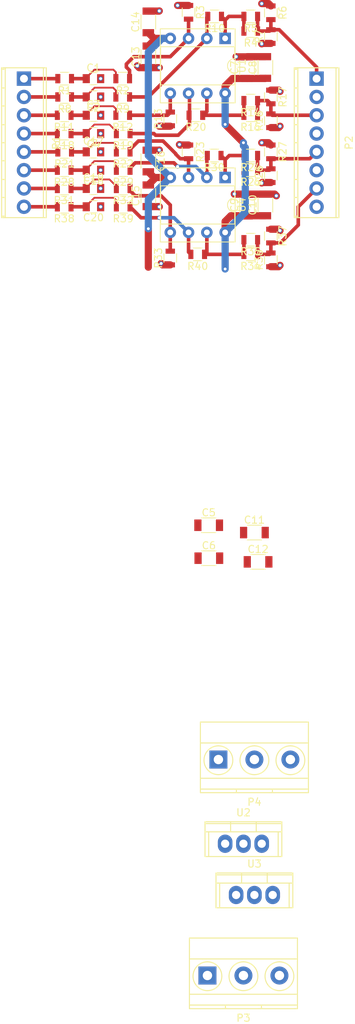
<source format=kicad_pcb>
(kicad_pcb (version 4) (host pcbnew 4.0.5-e0-6337~49~ubuntu15.04.1)

  (general
    (links 127)
    (no_connects 127)
    (area 0 0 0 0)
    (thickness 1.6)
    (drawings 0)
    (tracks 259)
    (zones 0)
    (modules 68)
    (nets 38)
  )

  (page A4)
  (layers
    (0 F.Cu signal)
    (31 B.Cu signal)
    (32 B.Adhes user)
    (33 F.Adhes user)
    (34 B.Paste user)
    (35 F.Paste user)
    (36 B.SilkS user)
    (37 F.SilkS user)
    (38 B.Mask user)
    (39 F.Mask user)
    (40 Dwgs.User user)
    (41 Cmts.User user)
    (42 Eco1.User user)
    (43 Eco2.User user)
    (44 Edge.Cuts user)
    (45 Margin user)
    (46 B.CrtYd user)
    (47 F.CrtYd user)
    (48 B.Fab user)
    (49 F.Fab user hide)
  )

  (setup
    (last_trace_width 0.5)
    (trace_clearance 0.25)
    (zone_clearance 0.508)
    (zone_45_only no)
    (trace_min 0.2)
    (segment_width 0.2)
    (edge_width 0.15)
    (via_size 0.6)
    (via_drill 0.4)
    (via_min_size 0.4)
    (via_min_drill 0.3)
    (uvia_size 0.3)
    (uvia_drill 0.1)
    (uvias_allowed no)
    (uvia_min_size 0.2)
    (uvia_min_drill 0.1)
    (pcb_text_width 0.3)
    (pcb_text_size 1.5 1.5)
    (mod_edge_width 0.15)
    (mod_text_size 1 1)
    (mod_text_width 0.15)
    (pad_size 1.524 1.524)
    (pad_drill 0.762)
    (pad_to_mask_clearance 0.2)
    (aux_axis_origin 0 0)
    (visible_elements FFFFFF7F)
    (pcbplotparams
      (layerselection 0x00030_80000001)
      (usegerberextensions false)
      (excludeedgelayer true)
      (linewidth 0.100000)
      (plotframeref false)
      (viasonmask false)
      (mode 1)
      (useauxorigin false)
      (hpglpennumber 1)
      (hpglpenspeed 20)
      (hpglpendiameter 15)
      (hpglpenoverlay 2)
      (psnegative false)
      (psa4output false)
      (plotreference true)
      (plotvalue true)
      (plotinvisibletext false)
      (padsonsilk false)
      (subtractmaskfromsilk false)
      (outputformat 1)
      (mirror false)
      (drillshape 1)
      (scaleselection 1)
      (outputdirectory ""))
  )

  (net 0 "")
  (net 1 "Net-(C1-Pad1)")
  (net 2 GND)
  (net 3 "Net-(C2-Pad2)")
  (net 4 "Net-(C3-Pad1)")
  (net 5 "Net-(C4-Pad2)")
  (net 6 "Net-(C5-Pad1)")
  (net 7 /VCC)
  (net 8 "Net-(C11-Pad2)")
  (net 9 /VEE)
  (net 10 "Net-(C17-Pad1)")
  (net 11 "Net-(C18-Pad2)")
  (net 12 "Net-(C19-Pad1)")
  (net 13 "Net-(C20-Pad2)")
  (net 14 "Net-(P1-Pad2)")
  (net 15 "Net-(P1-Pad1)")
  (net 16 "Net-(P2-Pad1)")
  (net 17 "Net-(R2-Pad1)")
  (net 18 "Net-(R10-Pad1)")
  (net 19 "Net-(R10-Pad2)")
  (net 20 "Net-(R12-Pad1)")
  (net 21 "Net-(R14-Pad2)")
  (net 22 "Net-(R19-Pad1)")
  (net 23 "Net-(R22-Pad1)")
  (net 24 "Net-(R24-Pad2)")
  (net 25 "Net-(R29-Pad1)")
  (net 26 "Net-(R32-Pad1)")
  (net 27 "Net-(R34-Pad2)")
  (net 28 "Net-(R39-Pad1)")
  (net 29 "Net-(P1-Pad4)")
  (net 30 "Net-(P1-Pad3)")
  (net 31 "Net-(P1-Pad5)")
  (net 32 "Net-(P1-Pad6)")
  (net 33 "Net-(P1-Pad7)")
  (net 34 "Net-(P1-Pad8)")
  (net 35 "Net-(P2-Pad3)")
  (net 36 "Net-(P2-Pad5)")
  (net 37 "Net-(P2-Pad7)")

  (net_class Default "This is the default net class."
    (clearance 0.25)
    (trace_width 0.5)
    (via_dia 0.6)
    (via_drill 0.4)
    (uvia_dia 0.3)
    (uvia_drill 0.1)
    (add_net "Net-(C11-Pad2)")
    (add_net "Net-(C5-Pad1)")
    (add_net "Net-(P1-Pad1)")
    (add_net "Net-(P1-Pad2)")
    (add_net "Net-(P1-Pad3)")
    (add_net "Net-(P1-Pad4)")
    (add_net "Net-(P1-Pad5)")
    (add_net "Net-(P1-Pad6)")
    (add_net "Net-(P1-Pad7)")
    (add_net "Net-(P1-Pad8)")
    (add_net "Net-(P2-Pad1)")
    (add_net "Net-(P2-Pad3)")
    (add_net "Net-(P2-Pad5)")
    (add_net "Net-(P2-Pad7)")
    (add_net "Net-(R10-Pad1)")
    (add_net "Net-(R10-Pad2)")
    (add_net "Net-(R12-Pad1)")
    (add_net "Net-(R14-Pad2)")
    (add_net "Net-(R19-Pad1)")
    (add_net "Net-(R2-Pad1)")
    (add_net "Net-(R22-Pad1)")
    (add_net "Net-(R24-Pad2)")
    (add_net "Net-(R29-Pad1)")
    (add_net "Net-(R32-Pad1)")
    (add_net "Net-(R34-Pad2)")
    (add_net "Net-(R39-Pad1)")
  )

  (net_class PWR ""
    (clearance 0.5)
    (trace_width 1)
    (via_dia 0.6)
    (via_drill 0.4)
    (uvia_dia 0.3)
    (uvia_drill 0.1)
    (add_net /VCC)
    (add_net /VEE)
    (add_net GND)
  )

  (net_class thin ""
    (clearance 0.2)
    (trace_width 0.25)
    (via_dia 0.6)
    (via_drill 0.4)
    (uvia_dia 0.3)
    (uvia_drill 0.1)
    (add_net "Net-(C1-Pad1)")
    (add_net "Net-(C17-Pad1)")
    (add_net "Net-(C18-Pad2)")
    (add_net "Net-(C19-Pad1)")
    (add_net "Net-(C2-Pad2)")
    (add_net "Net-(C20-Pad2)")
    (add_net "Net-(C3-Pad1)")
    (add_net "Net-(C4-Pad2)")
  )

  (module Capacitors_SMD:C_0805 (layer F.Cu) (tedit 58AA8463) (tstamp 59EB3E15)
    (at 70.612 40.64)
    (descr "Capacitor SMD 0805, reflow soldering, AVX (see smccp.pdf)")
    (tags "capacitor 0805")
    (path /59E8B583)
    (attr smd)
    (fp_text reference C1 (at 0 -1.5) (layer F.SilkS)
      (effects (font (size 1 1) (thickness 0.15)))
    )
    (fp_text value 1n (at 0 1.75) (layer F.Fab)
      (effects (font (size 1 1) (thickness 0.15)))
    )
    (fp_text user %R (at 0 -1.5) (layer F.Fab)
      (effects (font (size 1 1) (thickness 0.15)))
    )
    (fp_line (start -1 0.62) (end -1 -0.62) (layer F.Fab) (width 0.1))
    (fp_line (start 1 0.62) (end -1 0.62) (layer F.Fab) (width 0.1))
    (fp_line (start 1 -0.62) (end 1 0.62) (layer F.Fab) (width 0.1))
    (fp_line (start -1 -0.62) (end 1 -0.62) (layer F.Fab) (width 0.1))
    (fp_line (start 0.5 -0.85) (end -0.5 -0.85) (layer F.SilkS) (width 0.12))
    (fp_line (start -0.5 0.85) (end 0.5 0.85) (layer F.SilkS) (width 0.12))
    (fp_line (start -1.75 -0.88) (end 1.75 -0.88) (layer F.CrtYd) (width 0.05))
    (fp_line (start -1.75 -0.88) (end -1.75 0.87) (layer F.CrtYd) (width 0.05))
    (fp_line (start 1.75 0.87) (end 1.75 -0.88) (layer F.CrtYd) (width 0.05))
    (fp_line (start 1.75 0.87) (end -1.75 0.87) (layer F.CrtYd) (width 0.05))
    (pad 1 smd rect (at -1 0) (size 1 1.25) (layers F.Cu F.Paste F.Mask)
      (net 1 "Net-(C1-Pad1)"))
    (pad 2 smd rect (at 1 0) (size 1 1.25) (layers F.Cu F.Paste F.Mask)
      (net 2 GND))
    (model Capacitors_SMD.3dshapes/C_0805.wrl
      (at (xyz 0 0 0))
      (scale (xyz 1 1 1))
      (rotate (xyz 0 0 0))
    )
  )

  (module Capacitors_SMD:C_0805 (layer F.Cu) (tedit 58AA8463) (tstamp 59EB3E26)
    (at 70.612 43.18 180)
    (descr "Capacitor SMD 0805, reflow soldering, AVX (see smccp.pdf)")
    (tags "capacitor 0805")
    (path /59E8B589)
    (attr smd)
    (fp_text reference C2 (at 0 -1.5 180) (layer F.SilkS)
      (effects (font (size 1 1) (thickness 0.15)))
    )
    (fp_text value 1n (at 0 1.75 180) (layer F.Fab)
      (effects (font (size 1 1) (thickness 0.15)))
    )
    (fp_text user %R (at 0 -1.5 180) (layer F.Fab)
      (effects (font (size 1 1) (thickness 0.15)))
    )
    (fp_line (start -1 0.62) (end -1 -0.62) (layer F.Fab) (width 0.1))
    (fp_line (start 1 0.62) (end -1 0.62) (layer F.Fab) (width 0.1))
    (fp_line (start 1 -0.62) (end 1 0.62) (layer F.Fab) (width 0.1))
    (fp_line (start -1 -0.62) (end 1 -0.62) (layer F.Fab) (width 0.1))
    (fp_line (start 0.5 -0.85) (end -0.5 -0.85) (layer F.SilkS) (width 0.12))
    (fp_line (start -0.5 0.85) (end 0.5 0.85) (layer F.SilkS) (width 0.12))
    (fp_line (start -1.75 -0.88) (end 1.75 -0.88) (layer F.CrtYd) (width 0.05))
    (fp_line (start -1.75 -0.88) (end -1.75 0.87) (layer F.CrtYd) (width 0.05))
    (fp_line (start 1.75 0.87) (end 1.75 -0.88) (layer F.CrtYd) (width 0.05))
    (fp_line (start 1.75 0.87) (end -1.75 0.87) (layer F.CrtYd) (width 0.05))
    (pad 1 smd rect (at -1 0 180) (size 1 1.25) (layers F.Cu F.Paste F.Mask)
      (net 2 GND))
    (pad 2 smd rect (at 1 0 180) (size 1 1.25) (layers F.Cu F.Paste F.Mask)
      (net 3 "Net-(C2-Pad2)"))
    (model Capacitors_SMD.3dshapes/C_0805.wrl
      (at (xyz 0 0 0))
      (scale (xyz 1 1 1))
      (rotate (xyz 0 0 0))
    )
  )

  (module Capacitors_SMD:C_0805 (layer F.Cu) (tedit 58AA8463) (tstamp 59EB3E37)
    (at 70.612 45.72)
    (descr "Capacitor SMD 0805, reflow soldering, AVX (see smccp.pdf)")
    (tags "capacitor 0805")
    (path /59E8A8D7)
    (attr smd)
    (fp_text reference C3 (at 0 -1.5) (layer F.SilkS)
      (effects (font (size 1 1) (thickness 0.15)))
    )
    (fp_text value 1n (at 0 1.75) (layer F.Fab)
      (effects (font (size 1 1) (thickness 0.15)))
    )
    (fp_text user %R (at 0 -1.5) (layer F.Fab)
      (effects (font (size 1 1) (thickness 0.15)))
    )
    (fp_line (start -1 0.62) (end -1 -0.62) (layer F.Fab) (width 0.1))
    (fp_line (start 1 0.62) (end -1 0.62) (layer F.Fab) (width 0.1))
    (fp_line (start 1 -0.62) (end 1 0.62) (layer F.Fab) (width 0.1))
    (fp_line (start -1 -0.62) (end 1 -0.62) (layer F.Fab) (width 0.1))
    (fp_line (start 0.5 -0.85) (end -0.5 -0.85) (layer F.SilkS) (width 0.12))
    (fp_line (start -0.5 0.85) (end 0.5 0.85) (layer F.SilkS) (width 0.12))
    (fp_line (start -1.75 -0.88) (end 1.75 -0.88) (layer F.CrtYd) (width 0.05))
    (fp_line (start -1.75 -0.88) (end -1.75 0.87) (layer F.CrtYd) (width 0.05))
    (fp_line (start 1.75 0.87) (end 1.75 -0.88) (layer F.CrtYd) (width 0.05))
    (fp_line (start 1.75 0.87) (end -1.75 0.87) (layer F.CrtYd) (width 0.05))
    (pad 1 smd rect (at -1 0) (size 1 1.25) (layers F.Cu F.Paste F.Mask)
      (net 4 "Net-(C3-Pad1)"))
    (pad 2 smd rect (at 1 0) (size 1 1.25) (layers F.Cu F.Paste F.Mask)
      (net 2 GND))
    (model Capacitors_SMD.3dshapes/C_0805.wrl
      (at (xyz 0 0 0))
      (scale (xyz 1 1 1))
      (rotate (xyz 0 0 0))
    )
  )

  (module Capacitors_SMD:C_0805 (layer F.Cu) (tedit 58AA8463) (tstamp 59EB3E48)
    (at 70.612 48.26 180)
    (descr "Capacitor SMD 0805, reflow soldering, AVX (see smccp.pdf)")
    (tags "capacitor 0805")
    (path /59E8AA4F)
    (attr smd)
    (fp_text reference C4 (at 0 -1.5 180) (layer F.SilkS)
      (effects (font (size 1 1) (thickness 0.15)))
    )
    (fp_text value 1n (at 0 1.75 180) (layer F.Fab)
      (effects (font (size 1 1) (thickness 0.15)))
    )
    (fp_text user %R (at 0 -1.5 180) (layer F.Fab)
      (effects (font (size 1 1) (thickness 0.15)))
    )
    (fp_line (start -1 0.62) (end -1 -0.62) (layer F.Fab) (width 0.1))
    (fp_line (start 1 0.62) (end -1 0.62) (layer F.Fab) (width 0.1))
    (fp_line (start 1 -0.62) (end 1 0.62) (layer F.Fab) (width 0.1))
    (fp_line (start -1 -0.62) (end 1 -0.62) (layer F.Fab) (width 0.1))
    (fp_line (start 0.5 -0.85) (end -0.5 -0.85) (layer F.SilkS) (width 0.12))
    (fp_line (start -0.5 0.85) (end 0.5 0.85) (layer F.SilkS) (width 0.12))
    (fp_line (start -1.75 -0.88) (end 1.75 -0.88) (layer F.CrtYd) (width 0.05))
    (fp_line (start -1.75 -0.88) (end -1.75 0.87) (layer F.CrtYd) (width 0.05))
    (fp_line (start 1.75 0.87) (end 1.75 -0.88) (layer F.CrtYd) (width 0.05))
    (fp_line (start 1.75 0.87) (end -1.75 0.87) (layer F.CrtYd) (width 0.05))
    (pad 1 smd rect (at -1 0 180) (size 1 1.25) (layers F.Cu F.Paste F.Mask)
      (net 2 GND))
    (pad 2 smd rect (at 1 0 180) (size 1 1.25) (layers F.Cu F.Paste F.Mask)
      (net 5 "Net-(C4-Pad2)"))
    (model Capacitors_SMD.3dshapes/C_0805.wrl
      (at (xyz 0 0 0))
      (scale (xyz 1 1 1))
      (rotate (xyz 0 0 0))
    )
  )

  (module Capacitors_SMD:C_1206 (layer F.Cu) (tedit 58AA84B8) (tstamp 59EB3E59)
    (at 86.614 102.616)
    (descr "Capacitor SMD 1206, reflow soldering, AVX (see smccp.pdf)")
    (tags "capacitor 1206")
    (path /59EB3F1B)
    (attr smd)
    (fp_text reference C5 (at 0 -1.75) (layer F.SilkS)
      (effects (font (size 1 1) (thickness 0.15)))
    )
    (fp_text value 10u (at 0 2) (layer F.Fab)
      (effects (font (size 1 1) (thickness 0.15)))
    )
    (fp_text user %R (at 0 -1.75) (layer F.Fab)
      (effects (font (size 1 1) (thickness 0.15)))
    )
    (fp_line (start -1.6 0.8) (end -1.6 -0.8) (layer F.Fab) (width 0.1))
    (fp_line (start 1.6 0.8) (end -1.6 0.8) (layer F.Fab) (width 0.1))
    (fp_line (start 1.6 -0.8) (end 1.6 0.8) (layer F.Fab) (width 0.1))
    (fp_line (start -1.6 -0.8) (end 1.6 -0.8) (layer F.Fab) (width 0.1))
    (fp_line (start 1 -1.02) (end -1 -1.02) (layer F.SilkS) (width 0.12))
    (fp_line (start -1 1.02) (end 1 1.02) (layer F.SilkS) (width 0.12))
    (fp_line (start -2.25 -1.05) (end 2.25 -1.05) (layer F.CrtYd) (width 0.05))
    (fp_line (start -2.25 -1.05) (end -2.25 1.05) (layer F.CrtYd) (width 0.05))
    (fp_line (start 2.25 1.05) (end 2.25 -1.05) (layer F.CrtYd) (width 0.05))
    (fp_line (start 2.25 1.05) (end -2.25 1.05) (layer F.CrtYd) (width 0.05))
    (pad 1 smd rect (at -1.5 0) (size 1 1.6) (layers F.Cu F.Paste F.Mask)
      (net 6 "Net-(C5-Pad1)"))
    (pad 2 smd rect (at 1.5 0) (size 1 1.6) (layers F.Cu F.Paste F.Mask)
      (net 2 GND))
    (model Capacitors_SMD.3dshapes/C_1206.wrl
      (at (xyz 0 0 0))
      (scale (xyz 1 1 1))
      (rotate (xyz 0 0 0))
    )
  )

  (module Capacitors_SMD:C_1206 (layer F.Cu) (tedit 58AA84B8) (tstamp 59EB3E6A)
    (at 86.638 107.188)
    (descr "Capacitor SMD 1206, reflow soldering, AVX (see smccp.pdf)")
    (tags "capacitor 1206")
    (path /59EB3DE0)
    (attr smd)
    (fp_text reference C6 (at 0 -1.75) (layer F.SilkS)
      (effects (font (size 1 1) (thickness 0.15)))
    )
    (fp_text value 10u (at 0 2) (layer F.Fab)
      (effects (font (size 1 1) (thickness 0.15)))
    )
    (fp_text user %R (at 0 -1.75) (layer F.Fab)
      (effects (font (size 1 1) (thickness 0.15)))
    )
    (fp_line (start -1.6 0.8) (end -1.6 -0.8) (layer F.Fab) (width 0.1))
    (fp_line (start 1.6 0.8) (end -1.6 0.8) (layer F.Fab) (width 0.1))
    (fp_line (start 1.6 -0.8) (end 1.6 0.8) (layer F.Fab) (width 0.1))
    (fp_line (start -1.6 -0.8) (end 1.6 -0.8) (layer F.Fab) (width 0.1))
    (fp_line (start 1 -1.02) (end -1 -1.02) (layer F.SilkS) (width 0.12))
    (fp_line (start -1 1.02) (end 1 1.02) (layer F.SilkS) (width 0.12))
    (fp_line (start -2.25 -1.05) (end 2.25 -1.05) (layer F.CrtYd) (width 0.05))
    (fp_line (start -2.25 -1.05) (end -2.25 1.05) (layer F.CrtYd) (width 0.05))
    (fp_line (start 2.25 1.05) (end 2.25 -1.05) (layer F.CrtYd) (width 0.05))
    (fp_line (start 2.25 1.05) (end -2.25 1.05) (layer F.CrtYd) (width 0.05))
    (pad 1 smd rect (at -1.5 0) (size 1 1.6) (layers F.Cu F.Paste F.Mask)
      (net 7 /VCC))
    (pad 2 smd rect (at 1.5 0) (size 1 1.6) (layers F.Cu F.Paste F.Mask)
      (net 2 GND))
    (model Capacitors_SMD.3dshapes/C_1206.wrl
      (at (xyz 0 0 0))
      (scale (xyz 1 1 1))
      (rotate (xyz 0 0 0))
    )
  )

  (module Capacitors_SMD:C_1206 (layer F.Cu) (tedit 58AA84B8) (tstamp 59EB3E8C)
    (at 94.488 39.092 90)
    (descr "Capacitor SMD 1206, reflow soldering, AVX (see smccp.pdf)")
    (tags "capacitor 1206")
    (path /59E9FB59)
    (attr smd)
    (fp_text reference C8 (at 0 -1.75 90) (layer F.SilkS)
      (effects (font (size 1 1) (thickness 0.15)))
    )
    (fp_text value 10u (at 0 2 90) (layer F.Fab)
      (effects (font (size 1 1) (thickness 0.15)))
    )
    (fp_text user %R (at 0 -1.75 90) (layer F.Fab)
      (effects (font (size 1 1) (thickness 0.15)))
    )
    (fp_line (start -1.6 0.8) (end -1.6 -0.8) (layer F.Fab) (width 0.1))
    (fp_line (start 1.6 0.8) (end -1.6 0.8) (layer F.Fab) (width 0.1))
    (fp_line (start 1.6 -0.8) (end 1.6 0.8) (layer F.Fab) (width 0.1))
    (fp_line (start -1.6 -0.8) (end 1.6 -0.8) (layer F.Fab) (width 0.1))
    (fp_line (start 1 -1.02) (end -1 -1.02) (layer F.SilkS) (width 0.12))
    (fp_line (start -1 1.02) (end 1 1.02) (layer F.SilkS) (width 0.12))
    (fp_line (start -2.25 -1.05) (end 2.25 -1.05) (layer F.CrtYd) (width 0.05))
    (fp_line (start -2.25 -1.05) (end -2.25 1.05) (layer F.CrtYd) (width 0.05))
    (fp_line (start 2.25 1.05) (end 2.25 -1.05) (layer F.CrtYd) (width 0.05))
    (fp_line (start 2.25 1.05) (end -2.25 1.05) (layer F.CrtYd) (width 0.05))
    (pad 1 smd rect (at -1.5 0 90) (size 1 1.6) (layers F.Cu F.Paste F.Mask)
      (net 7 /VCC))
    (pad 2 smd rect (at 1.5 0 90) (size 1 1.6) (layers F.Cu F.Paste F.Mask)
      (net 2 GND))
    (model Capacitors_SMD.3dshapes/C_1206.wrl
      (at (xyz 0 0 0))
      (scale (xyz 1 1 1))
      (rotate (xyz 0 0 0))
    )
  )

  (module Capacitors_SMD:C_1206 (layer F.Cu) (tedit 58AA84B8) (tstamp 59EB3EAE)
    (at 94.488 58.166 90)
    (descr "Capacitor SMD 1206, reflow soldering, AVX (see smccp.pdf)")
    (tags "capacitor 1206")
    (path /59EBEB9D)
    (attr smd)
    (fp_text reference C10 (at 0 -1.75 90) (layer F.SilkS)
      (effects (font (size 1 1) (thickness 0.15)))
    )
    (fp_text value 10u (at 0 2 90) (layer F.Fab)
      (effects (font (size 1 1) (thickness 0.15)))
    )
    (fp_text user %R (at 0 -1.75 90) (layer F.Fab)
      (effects (font (size 1 1) (thickness 0.15)))
    )
    (fp_line (start -1.6 0.8) (end -1.6 -0.8) (layer F.Fab) (width 0.1))
    (fp_line (start 1.6 0.8) (end -1.6 0.8) (layer F.Fab) (width 0.1))
    (fp_line (start 1.6 -0.8) (end 1.6 0.8) (layer F.Fab) (width 0.1))
    (fp_line (start -1.6 -0.8) (end 1.6 -0.8) (layer F.Fab) (width 0.1))
    (fp_line (start 1 -1.02) (end -1 -1.02) (layer F.SilkS) (width 0.12))
    (fp_line (start -1 1.02) (end 1 1.02) (layer F.SilkS) (width 0.12))
    (fp_line (start -2.25 -1.05) (end 2.25 -1.05) (layer F.CrtYd) (width 0.05))
    (fp_line (start -2.25 -1.05) (end -2.25 1.05) (layer F.CrtYd) (width 0.05))
    (fp_line (start 2.25 1.05) (end 2.25 -1.05) (layer F.CrtYd) (width 0.05))
    (fp_line (start 2.25 1.05) (end -2.25 1.05) (layer F.CrtYd) (width 0.05))
    (pad 1 smd rect (at -1.5 0 90) (size 1 1.6) (layers F.Cu F.Paste F.Mask)
      (net 7 /VCC))
    (pad 2 smd rect (at 1.5 0 90) (size 1 1.6) (layers F.Cu F.Paste F.Mask)
      (net 2 GND))
    (model Capacitors_SMD.3dshapes/C_1206.wrl
      (at (xyz 0 0 0))
      (scale (xyz 1 1 1))
      (rotate (xyz 0 0 0))
    )
  )

  (module Capacitors_SMD:C_1206 (layer F.Cu) (tedit 58AA84B8) (tstamp 59EB3EBF)
    (at 92.964 103.632)
    (descr "Capacitor SMD 1206, reflow soldering, AVX (see smccp.pdf)")
    (tags "capacitor 1206")
    (path /59EB42B5)
    (attr smd)
    (fp_text reference C11 (at 0 -1.75) (layer F.SilkS)
      (effects (font (size 1 1) (thickness 0.15)))
    )
    (fp_text value 10u (at 0 2) (layer F.Fab)
      (effects (font (size 1 1) (thickness 0.15)))
    )
    (fp_text user %R (at 0 -1.75) (layer F.Fab)
      (effects (font (size 1 1) (thickness 0.15)))
    )
    (fp_line (start -1.6 0.8) (end -1.6 -0.8) (layer F.Fab) (width 0.1))
    (fp_line (start 1.6 0.8) (end -1.6 0.8) (layer F.Fab) (width 0.1))
    (fp_line (start 1.6 -0.8) (end 1.6 0.8) (layer F.Fab) (width 0.1))
    (fp_line (start -1.6 -0.8) (end 1.6 -0.8) (layer F.Fab) (width 0.1))
    (fp_line (start 1 -1.02) (end -1 -1.02) (layer F.SilkS) (width 0.12))
    (fp_line (start -1 1.02) (end 1 1.02) (layer F.SilkS) (width 0.12))
    (fp_line (start -2.25 -1.05) (end 2.25 -1.05) (layer F.CrtYd) (width 0.05))
    (fp_line (start -2.25 -1.05) (end -2.25 1.05) (layer F.CrtYd) (width 0.05))
    (fp_line (start 2.25 1.05) (end 2.25 -1.05) (layer F.CrtYd) (width 0.05))
    (fp_line (start 2.25 1.05) (end -2.25 1.05) (layer F.CrtYd) (width 0.05))
    (pad 1 smd rect (at -1.5 0) (size 1 1.6) (layers F.Cu F.Paste F.Mask)
      (net 2 GND))
    (pad 2 smd rect (at 1.5 0) (size 1 1.6) (layers F.Cu F.Paste F.Mask)
      (net 8 "Net-(C11-Pad2)"))
    (model Capacitors_SMD.3dshapes/C_1206.wrl
      (at (xyz 0 0 0))
      (scale (xyz 1 1 1))
      (rotate (xyz 0 0 0))
    )
  )

  (module Capacitors_SMD:C_1206 (layer F.Cu) (tedit 58AA84B8) (tstamp 59EB3ED0)
    (at 93.472 107.696)
    (descr "Capacitor SMD 1206, reflow soldering, AVX (see smccp.pdf)")
    (tags "capacitor 1206")
    (path /59EB3E86)
    (attr smd)
    (fp_text reference C12 (at 0 -1.75) (layer F.SilkS)
      (effects (font (size 1 1) (thickness 0.15)))
    )
    (fp_text value 10u (at 0 2) (layer F.Fab)
      (effects (font (size 1 1) (thickness 0.15)))
    )
    (fp_text user %R (at 0 -1.75) (layer F.Fab)
      (effects (font (size 1 1) (thickness 0.15)))
    )
    (fp_line (start -1.6 0.8) (end -1.6 -0.8) (layer F.Fab) (width 0.1))
    (fp_line (start 1.6 0.8) (end -1.6 0.8) (layer F.Fab) (width 0.1))
    (fp_line (start 1.6 -0.8) (end 1.6 0.8) (layer F.Fab) (width 0.1))
    (fp_line (start -1.6 -0.8) (end 1.6 -0.8) (layer F.Fab) (width 0.1))
    (fp_line (start 1 -1.02) (end -1 -1.02) (layer F.SilkS) (width 0.12))
    (fp_line (start -1 1.02) (end 1 1.02) (layer F.SilkS) (width 0.12))
    (fp_line (start -2.25 -1.05) (end 2.25 -1.05) (layer F.CrtYd) (width 0.05))
    (fp_line (start -2.25 -1.05) (end -2.25 1.05) (layer F.CrtYd) (width 0.05))
    (fp_line (start 2.25 1.05) (end 2.25 -1.05) (layer F.CrtYd) (width 0.05))
    (fp_line (start 2.25 1.05) (end -2.25 1.05) (layer F.CrtYd) (width 0.05))
    (pad 1 smd rect (at -1.5 0) (size 1 1.6) (layers F.Cu F.Paste F.Mask)
      (net 2 GND))
    (pad 2 smd rect (at 1.5 0) (size 1 1.6) (layers F.Cu F.Paste F.Mask)
      (net 9 /VEE))
    (model Capacitors_SMD.3dshapes/C_1206.wrl
      (at (xyz 0 0 0))
      (scale (xyz 1 1 1))
      (rotate (xyz 0 0 0))
    )
  )

  (module Capacitors_SMD:C_1206 (layer F.Cu) (tedit 58AA84B8) (tstamp 59EB3EF2)
    (at 78.232 32.766 270)
    (descr "Capacitor SMD 1206, reflow soldering, AVX (see smccp.pdf)")
    (tags "capacitor 1206")
    (path /59E9F614)
    (attr smd)
    (fp_text reference C14 (at 0 1.778 270) (layer F.SilkS)
      (effects (font (size 1 1) (thickness 0.15)))
    )
    (fp_text value 10u (at 0 2 270) (layer F.Fab)
      (effects (font (size 1 1) (thickness 0.15)))
    )
    (fp_text user %R (at 0 -1.75 270) (layer F.Fab)
      (effects (font (size 1 1) (thickness 0.15)))
    )
    (fp_line (start -1.6 0.8) (end -1.6 -0.8) (layer F.Fab) (width 0.1))
    (fp_line (start 1.6 0.8) (end -1.6 0.8) (layer F.Fab) (width 0.1))
    (fp_line (start 1.6 -0.8) (end 1.6 0.8) (layer F.Fab) (width 0.1))
    (fp_line (start -1.6 -0.8) (end 1.6 -0.8) (layer F.Fab) (width 0.1))
    (fp_line (start 1 -1.02) (end -1 -1.02) (layer F.SilkS) (width 0.12))
    (fp_line (start -1 1.02) (end 1 1.02) (layer F.SilkS) (width 0.12))
    (fp_line (start -2.25 -1.05) (end 2.25 -1.05) (layer F.CrtYd) (width 0.05))
    (fp_line (start -2.25 -1.05) (end -2.25 1.05) (layer F.CrtYd) (width 0.05))
    (fp_line (start 2.25 1.05) (end 2.25 -1.05) (layer F.CrtYd) (width 0.05))
    (fp_line (start 2.25 1.05) (end -2.25 1.05) (layer F.CrtYd) (width 0.05))
    (pad 1 smd rect (at -1.5 0 270) (size 1 1.6) (layers F.Cu F.Paste F.Mask)
      (net 2 GND))
    (pad 2 smd rect (at 1.5 0 270) (size 1 1.6) (layers F.Cu F.Paste F.Mask)
      (net 9 /VEE))
    (model Capacitors_SMD.3dshapes/C_1206.wrl
      (at (xyz 0 0 0))
      (scale (xyz 1 1 1))
      (rotate (xyz 0 0 0))
    )
  )

  (module Capacitors_SMD:C_1206 (layer F.Cu) (tedit 58AA84B8) (tstamp 59EB3F14)
    (at 78.232 52.07 270)
    (descr "Capacitor SMD 1206, reflow soldering, AVX (see smccp.pdf)")
    (tags "capacitor 1206")
    (path /59EBEA90)
    (attr smd)
    (fp_text reference C16 (at 0 -1.75 270) (layer F.SilkS)
      (effects (font (size 1 1) (thickness 0.15)))
    )
    (fp_text value 10u (at 0 2 270) (layer F.Fab)
      (effects (font (size 1 1) (thickness 0.15)))
    )
    (fp_text user %R (at 0 -1.75 270) (layer F.Fab)
      (effects (font (size 1 1) (thickness 0.15)))
    )
    (fp_line (start -1.6 0.8) (end -1.6 -0.8) (layer F.Fab) (width 0.1))
    (fp_line (start 1.6 0.8) (end -1.6 0.8) (layer F.Fab) (width 0.1))
    (fp_line (start 1.6 -0.8) (end 1.6 0.8) (layer F.Fab) (width 0.1))
    (fp_line (start -1.6 -0.8) (end 1.6 -0.8) (layer F.Fab) (width 0.1))
    (fp_line (start 1 -1.02) (end -1 -1.02) (layer F.SilkS) (width 0.12))
    (fp_line (start -1 1.02) (end 1 1.02) (layer F.SilkS) (width 0.12))
    (fp_line (start -2.25 -1.05) (end 2.25 -1.05) (layer F.CrtYd) (width 0.05))
    (fp_line (start -2.25 -1.05) (end -2.25 1.05) (layer F.CrtYd) (width 0.05))
    (fp_line (start 2.25 1.05) (end 2.25 -1.05) (layer F.CrtYd) (width 0.05))
    (fp_line (start 2.25 1.05) (end -2.25 1.05) (layer F.CrtYd) (width 0.05))
    (pad 1 smd rect (at -1.5 0 270) (size 1 1.6) (layers F.Cu F.Paste F.Mask)
      (net 2 GND))
    (pad 2 smd rect (at 1.5 0 270) (size 1 1.6) (layers F.Cu F.Paste F.Mask)
      (net 9 /VEE))
    (model Capacitors_SMD.3dshapes/C_1206.wrl
      (at (xyz 0 0 0))
      (scale (xyz 1 1 1))
      (rotate (xyz 0 0 0))
    )
  )

  (module Capacitors_SMD:C_0805 (layer F.Cu) (tedit 58AA8463) (tstamp 59EB3F25)
    (at 70.612 50.8)
    (descr "Capacitor SMD 0805, reflow soldering, AVX (see smccp.pdf)")
    (tags "capacitor 0805")
    (path /59EBDBEF)
    (attr smd)
    (fp_text reference C17 (at 0 -1.5) (layer F.SilkS)
      (effects (font (size 1 1) (thickness 0.15)))
    )
    (fp_text value 1n (at 0 1.75) (layer F.Fab)
      (effects (font (size 1 1) (thickness 0.15)))
    )
    (fp_text user %R (at 0 -1.5) (layer F.Fab)
      (effects (font (size 1 1) (thickness 0.15)))
    )
    (fp_line (start -1 0.62) (end -1 -0.62) (layer F.Fab) (width 0.1))
    (fp_line (start 1 0.62) (end -1 0.62) (layer F.Fab) (width 0.1))
    (fp_line (start 1 -0.62) (end 1 0.62) (layer F.Fab) (width 0.1))
    (fp_line (start -1 -0.62) (end 1 -0.62) (layer F.Fab) (width 0.1))
    (fp_line (start 0.5 -0.85) (end -0.5 -0.85) (layer F.SilkS) (width 0.12))
    (fp_line (start -0.5 0.85) (end 0.5 0.85) (layer F.SilkS) (width 0.12))
    (fp_line (start -1.75 -0.88) (end 1.75 -0.88) (layer F.CrtYd) (width 0.05))
    (fp_line (start -1.75 -0.88) (end -1.75 0.87) (layer F.CrtYd) (width 0.05))
    (fp_line (start 1.75 0.87) (end 1.75 -0.88) (layer F.CrtYd) (width 0.05))
    (fp_line (start 1.75 0.87) (end -1.75 0.87) (layer F.CrtYd) (width 0.05))
    (pad 1 smd rect (at -1 0) (size 1 1.25) (layers F.Cu F.Paste F.Mask)
      (net 10 "Net-(C17-Pad1)"))
    (pad 2 smd rect (at 1 0) (size 1 1.25) (layers F.Cu F.Paste F.Mask)
      (net 2 GND))
    (model Capacitors_SMD.3dshapes/C_0805.wrl
      (at (xyz 0 0 0))
      (scale (xyz 1 1 1))
      (rotate (xyz 0 0 0))
    )
  )

  (module Capacitors_SMD:C_0805 (layer F.Cu) (tedit 58AA8463) (tstamp 59EB3F36)
    (at 70.612 53.34 180)
    (descr "Capacitor SMD 0805, reflow soldering, AVX (see smccp.pdf)")
    (tags "capacitor 0805")
    (path /59EBDBF5)
    (attr smd)
    (fp_text reference C18 (at 0 -1.5 180) (layer F.SilkS)
      (effects (font (size 1 1) (thickness 0.15)))
    )
    (fp_text value 1n (at 0 1.75 180) (layer F.Fab)
      (effects (font (size 1 1) (thickness 0.15)))
    )
    (fp_text user %R (at 0 -1.5 180) (layer F.Fab)
      (effects (font (size 1 1) (thickness 0.15)))
    )
    (fp_line (start -1 0.62) (end -1 -0.62) (layer F.Fab) (width 0.1))
    (fp_line (start 1 0.62) (end -1 0.62) (layer F.Fab) (width 0.1))
    (fp_line (start 1 -0.62) (end 1 0.62) (layer F.Fab) (width 0.1))
    (fp_line (start -1 -0.62) (end 1 -0.62) (layer F.Fab) (width 0.1))
    (fp_line (start 0.5 -0.85) (end -0.5 -0.85) (layer F.SilkS) (width 0.12))
    (fp_line (start -0.5 0.85) (end 0.5 0.85) (layer F.SilkS) (width 0.12))
    (fp_line (start -1.75 -0.88) (end 1.75 -0.88) (layer F.CrtYd) (width 0.05))
    (fp_line (start -1.75 -0.88) (end -1.75 0.87) (layer F.CrtYd) (width 0.05))
    (fp_line (start 1.75 0.87) (end 1.75 -0.88) (layer F.CrtYd) (width 0.05))
    (fp_line (start 1.75 0.87) (end -1.75 0.87) (layer F.CrtYd) (width 0.05))
    (pad 1 smd rect (at -1 0 180) (size 1 1.25) (layers F.Cu F.Paste F.Mask)
      (net 2 GND))
    (pad 2 smd rect (at 1 0 180) (size 1 1.25) (layers F.Cu F.Paste F.Mask)
      (net 11 "Net-(C18-Pad2)"))
    (model Capacitors_SMD.3dshapes/C_0805.wrl
      (at (xyz 0 0 0))
      (scale (xyz 1 1 1))
      (rotate (xyz 0 0 0))
    )
  )

  (module Capacitors_SMD:C_0805 (layer F.Cu) (tedit 58AA8463) (tstamp 59EB3F47)
    (at 70.612 55.88)
    (descr "Capacitor SMD 0805, reflow soldering, AVX (see smccp.pdf)")
    (tags "capacitor 0805")
    (path /59EBDBAB)
    (attr smd)
    (fp_text reference C19 (at 0 -1.5) (layer F.SilkS)
      (effects (font (size 1 1) (thickness 0.15)))
    )
    (fp_text value 1n (at 0 1.75) (layer F.Fab)
      (effects (font (size 1 1) (thickness 0.15)))
    )
    (fp_text user %R (at 0 -1.5) (layer F.Fab)
      (effects (font (size 1 1) (thickness 0.15)))
    )
    (fp_line (start -1 0.62) (end -1 -0.62) (layer F.Fab) (width 0.1))
    (fp_line (start 1 0.62) (end -1 0.62) (layer F.Fab) (width 0.1))
    (fp_line (start 1 -0.62) (end 1 0.62) (layer F.Fab) (width 0.1))
    (fp_line (start -1 -0.62) (end 1 -0.62) (layer F.Fab) (width 0.1))
    (fp_line (start 0.5 -0.85) (end -0.5 -0.85) (layer F.SilkS) (width 0.12))
    (fp_line (start -0.5 0.85) (end 0.5 0.85) (layer F.SilkS) (width 0.12))
    (fp_line (start -1.75 -0.88) (end 1.75 -0.88) (layer F.CrtYd) (width 0.05))
    (fp_line (start -1.75 -0.88) (end -1.75 0.87) (layer F.CrtYd) (width 0.05))
    (fp_line (start 1.75 0.87) (end 1.75 -0.88) (layer F.CrtYd) (width 0.05))
    (fp_line (start 1.75 0.87) (end -1.75 0.87) (layer F.CrtYd) (width 0.05))
    (pad 1 smd rect (at -1 0) (size 1 1.25) (layers F.Cu F.Paste F.Mask)
      (net 12 "Net-(C19-Pad1)"))
    (pad 2 smd rect (at 1 0) (size 1 1.25) (layers F.Cu F.Paste F.Mask)
      (net 2 GND))
    (model Capacitors_SMD.3dshapes/C_0805.wrl
      (at (xyz 0 0 0))
      (scale (xyz 1 1 1))
      (rotate (xyz 0 0 0))
    )
  )

  (module Capacitors_SMD:C_0805 (layer F.Cu) (tedit 58AA8463) (tstamp 59EB3F58)
    (at 70.612 58.42 180)
    (descr "Capacitor SMD 0805, reflow soldering, AVX (see smccp.pdf)")
    (tags "capacitor 0805")
    (path /59EBDBB1)
    (attr smd)
    (fp_text reference C20 (at 0 -1.5 180) (layer F.SilkS)
      (effects (font (size 1 1) (thickness 0.15)))
    )
    (fp_text value 1n (at 0 1.75 180) (layer F.Fab)
      (effects (font (size 1 1) (thickness 0.15)))
    )
    (fp_text user %R (at 0 -1.5 180) (layer F.Fab)
      (effects (font (size 1 1) (thickness 0.15)))
    )
    (fp_line (start -1 0.62) (end -1 -0.62) (layer F.Fab) (width 0.1))
    (fp_line (start 1 0.62) (end -1 0.62) (layer F.Fab) (width 0.1))
    (fp_line (start 1 -0.62) (end 1 0.62) (layer F.Fab) (width 0.1))
    (fp_line (start -1 -0.62) (end 1 -0.62) (layer F.Fab) (width 0.1))
    (fp_line (start 0.5 -0.85) (end -0.5 -0.85) (layer F.SilkS) (width 0.12))
    (fp_line (start -0.5 0.85) (end 0.5 0.85) (layer F.SilkS) (width 0.12))
    (fp_line (start -1.75 -0.88) (end 1.75 -0.88) (layer F.CrtYd) (width 0.05))
    (fp_line (start -1.75 -0.88) (end -1.75 0.87) (layer F.CrtYd) (width 0.05))
    (fp_line (start 1.75 0.87) (end 1.75 -0.88) (layer F.CrtYd) (width 0.05))
    (fp_line (start 1.75 0.87) (end -1.75 0.87) (layer F.CrtYd) (width 0.05))
    (pad 1 smd rect (at -1 0 180) (size 1 1.25) (layers F.Cu F.Paste F.Mask)
      (net 2 GND))
    (pad 2 smd rect (at 1 0 180) (size 1 1.25) (layers F.Cu F.Paste F.Mask)
      (net 13 "Net-(C20-Pad2)"))
    (model Capacitors_SMD.3dshapes/C_0805.wrl
      (at (xyz 0 0 0))
      (scale (xyz 1 1 1))
      (rotate (xyz 0 0 0))
    )
  )

  (module Resistors_SMD:R_0805 (layer F.Cu) (tedit 58E0A804) (tstamp 59EB403F)
    (at 66.614 40.64 180)
    (descr "Resistor SMD 0805, reflow soldering, Vishay (see dcrcw.pdf)")
    (tags "resistor 0805")
    (path /59E8B577)
    (attr smd)
    (fp_text reference R1 (at 0 -1.65 180) (layer F.SilkS)
      (effects (font (size 1 1) (thickness 0.15)))
    )
    (fp_text value 1k (at 0 1.75 180) (layer F.Fab)
      (effects (font (size 1 1) (thickness 0.15)))
    )
    (fp_text user %R (at 0 0 180) (layer F.Fab)
      (effects (font (size 0.5 0.5) (thickness 0.075)))
    )
    (fp_line (start -1 0.62) (end -1 -0.62) (layer F.Fab) (width 0.1))
    (fp_line (start 1 0.62) (end -1 0.62) (layer F.Fab) (width 0.1))
    (fp_line (start 1 -0.62) (end 1 0.62) (layer F.Fab) (width 0.1))
    (fp_line (start -1 -0.62) (end 1 -0.62) (layer F.Fab) (width 0.1))
    (fp_line (start 0.6 0.88) (end -0.6 0.88) (layer F.SilkS) (width 0.12))
    (fp_line (start -0.6 -0.88) (end 0.6 -0.88) (layer F.SilkS) (width 0.12))
    (fp_line (start -1.55 -0.9) (end 1.55 -0.9) (layer F.CrtYd) (width 0.05))
    (fp_line (start -1.55 -0.9) (end -1.55 0.9) (layer F.CrtYd) (width 0.05))
    (fp_line (start 1.55 0.9) (end 1.55 -0.9) (layer F.CrtYd) (width 0.05))
    (fp_line (start 1.55 0.9) (end -1.55 0.9) (layer F.CrtYd) (width 0.05))
    (pad 1 smd rect (at -0.95 0 180) (size 0.7 1.3) (layers F.Cu F.Paste F.Mask)
      (net 1 "Net-(C1-Pad1)"))
    (pad 2 smd rect (at 0.95 0 180) (size 0.7 1.3) (layers F.Cu F.Paste F.Mask)
      (net 15 "Net-(P1-Pad1)"))
    (model ${KISYS3DMOD}/Resistors_SMD.3dshapes/R_0805.wrl
      (at (xyz 0 0 0))
      (scale (xyz 1 1 1))
      (rotate (xyz 0 0 0))
    )
  )

  (module Resistors_SMD:R_0805 (layer F.Cu) (tedit 58E0A804) (tstamp 59EB4050)
    (at 74.676 40.64 180)
    (descr "Resistor SMD 0805, reflow soldering, Vishay (see dcrcw.pdf)")
    (tags "resistor 0805")
    (path /59E8B55F)
    (attr smd)
    (fp_text reference R2 (at 0 -1.65 180) (layer F.SilkS)
      (effects (font (size 1 1) (thickness 0.15)))
    )
    (fp_text value 10k (at 0 1.75 180) (layer F.Fab)
      (effects (font (size 1 1) (thickness 0.15)))
    )
    (fp_text user %R (at 0 0 180) (layer F.Fab)
      (effects (font (size 0.5 0.5) (thickness 0.075)))
    )
    (fp_line (start -1 0.62) (end -1 -0.62) (layer F.Fab) (width 0.1))
    (fp_line (start 1 0.62) (end -1 0.62) (layer F.Fab) (width 0.1))
    (fp_line (start 1 -0.62) (end 1 0.62) (layer F.Fab) (width 0.1))
    (fp_line (start -1 -0.62) (end 1 -0.62) (layer F.Fab) (width 0.1))
    (fp_line (start 0.6 0.88) (end -0.6 0.88) (layer F.SilkS) (width 0.12))
    (fp_line (start -0.6 -0.88) (end 0.6 -0.88) (layer F.SilkS) (width 0.12))
    (fp_line (start -1.55 -0.9) (end 1.55 -0.9) (layer F.CrtYd) (width 0.05))
    (fp_line (start -1.55 -0.9) (end -1.55 0.9) (layer F.CrtYd) (width 0.05))
    (fp_line (start 1.55 0.9) (end 1.55 -0.9) (layer F.CrtYd) (width 0.05))
    (fp_line (start 1.55 0.9) (end -1.55 0.9) (layer F.CrtYd) (width 0.05))
    (pad 1 smd rect (at -0.95 0 180) (size 0.7 1.3) (layers F.Cu F.Paste F.Mask)
      (net 17 "Net-(R2-Pad1)"))
    (pad 2 smd rect (at 0.95 0 180) (size 0.7 1.3) (layers F.Cu F.Paste F.Mask)
      (net 1 "Net-(C1-Pad1)"))
    (model ${KISYS3DMOD}/Resistors_SMD.3dshapes/R_0805.wrl
      (at (xyz 0 0 0))
      (scale (xyz 1 1 1))
      (rotate (xyz 0 0 0))
    )
  )

  (module Resistors_SMD:R_0805 (layer F.Cu) (tedit 58E0A804) (tstamp 59EB4061)
    (at 83.82 31.43 270)
    (descr "Resistor SMD 0805, reflow soldering, Vishay (see dcrcw.pdf)")
    (tags "resistor 0805")
    (path /59E8B559)
    (attr smd)
    (fp_text reference R3 (at 0 -1.65 270) (layer F.SilkS)
      (effects (font (size 1 1) (thickness 0.15)))
    )
    (fp_text value 10k (at 0 1.75 270) (layer F.Fab)
      (effects (font (size 1 1) (thickness 0.15)))
    )
    (fp_text user %R (at 0 0 270) (layer F.Fab)
      (effects (font (size 0.5 0.5) (thickness 0.075)))
    )
    (fp_line (start -1 0.62) (end -1 -0.62) (layer F.Fab) (width 0.1))
    (fp_line (start 1 0.62) (end -1 0.62) (layer F.Fab) (width 0.1))
    (fp_line (start 1 -0.62) (end 1 0.62) (layer F.Fab) (width 0.1))
    (fp_line (start -1 -0.62) (end 1 -0.62) (layer F.Fab) (width 0.1))
    (fp_line (start 0.6 0.88) (end -0.6 0.88) (layer F.SilkS) (width 0.12))
    (fp_line (start -0.6 -0.88) (end 0.6 -0.88) (layer F.SilkS) (width 0.12))
    (fp_line (start -1.55 -0.9) (end 1.55 -0.9) (layer F.CrtYd) (width 0.05))
    (fp_line (start -1.55 -0.9) (end -1.55 0.9) (layer F.CrtYd) (width 0.05))
    (fp_line (start 1.55 0.9) (end 1.55 -0.9) (layer F.CrtYd) (width 0.05))
    (fp_line (start 1.55 0.9) (end -1.55 0.9) (layer F.CrtYd) (width 0.05))
    (pad 1 smd rect (at -0.95 0 270) (size 0.7 1.3) (layers F.Cu F.Paste F.Mask)
      (net 2 GND))
    (pad 2 smd rect (at 0.95 0 270) (size 0.7 1.3) (layers F.Cu F.Paste F.Mask)
      (net 17 "Net-(R2-Pad1)"))
    (model ${KISYS3DMOD}/Resistors_SMD.3dshapes/R_0805.wrl
      (at (xyz 0 0 0))
      (scale (xyz 1 1 1))
      (rotate (xyz 0 0 0))
    )
  )

  (module Resistors_SMD:R_0805 (layer F.Cu) (tedit 58E0A804) (tstamp 59EB4072)
    (at 92.456 34.036 180)
    (descr "Resistor SMD 0805, reflow soldering, Vishay (see dcrcw.pdf)")
    (tags "resistor 0805")
    (path /59EB8BD8)
    (attr smd)
    (fp_text reference R4 (at 0 -1.65 180) (layer F.SilkS)
      (effects (font (size 1 1) (thickness 0.15)))
    )
    (fp_text value 0R (at 0 1.75 180) (layer F.Fab)
      (effects (font (size 1 1) (thickness 0.15)))
    )
    (fp_text user %R (at 0 0 180) (layer F.Fab)
      (effects (font (size 0.5 0.5) (thickness 0.075)))
    )
    (fp_line (start -1 0.62) (end -1 -0.62) (layer F.Fab) (width 0.1))
    (fp_line (start 1 0.62) (end -1 0.62) (layer F.Fab) (width 0.1))
    (fp_line (start 1 -0.62) (end 1 0.62) (layer F.Fab) (width 0.1))
    (fp_line (start -1 -0.62) (end 1 -0.62) (layer F.Fab) (width 0.1))
    (fp_line (start 0.6 0.88) (end -0.6 0.88) (layer F.SilkS) (width 0.12))
    (fp_line (start -0.6 -0.88) (end 0.6 -0.88) (layer F.SilkS) (width 0.12))
    (fp_line (start -1.55 -0.9) (end 1.55 -0.9) (layer F.CrtYd) (width 0.05))
    (fp_line (start -1.55 -0.9) (end -1.55 0.9) (layer F.CrtYd) (width 0.05))
    (fp_line (start 1.55 0.9) (end 1.55 -0.9) (layer F.CrtYd) (width 0.05))
    (fp_line (start 1.55 0.9) (end -1.55 0.9) (layer F.CrtYd) (width 0.05))
    (pad 1 smd rect (at -0.95 0 180) (size 0.7 1.3) (layers F.Cu F.Paste F.Mask)
      (net 16 "Net-(P2-Pad1)"))
    (pad 2 smd rect (at 0.95 0 180) (size 0.7 1.3) (layers F.Cu F.Paste F.Mask)
      (net 18 "Net-(R10-Pad1)"))
    (model ${KISYS3DMOD}/Resistors_SMD.3dshapes/R_0805.wrl
      (at (xyz 0 0 0))
      (scale (xyz 1 1 1))
      (rotate (xyz 0 0 0))
    )
  )

  (module Resistors_SMD:R_0805 (layer F.Cu) (tedit 58E0A804) (tstamp 59EB4083)
    (at 92.456 32.004 180)
    (descr "Resistor SMD 0805, reflow soldering, Vishay (see dcrcw.pdf)")
    (tags "resistor 0805")
    (path /59EB8712)
    (attr smd)
    (fp_text reference R5 (at 0 -1.65 180) (layer F.SilkS)
      (effects (font (size 1 1) (thickness 0.15)))
    )
    (fp_text value 0R (at 0 1.75 180) (layer F.Fab)
      (effects (font (size 1 1) (thickness 0.15)))
    )
    (fp_text user %R (at 0 0 180) (layer F.Fab)
      (effects (font (size 0.5 0.5) (thickness 0.075)))
    )
    (fp_line (start -1 0.62) (end -1 -0.62) (layer F.Fab) (width 0.1))
    (fp_line (start 1 0.62) (end -1 0.62) (layer F.Fab) (width 0.1))
    (fp_line (start 1 -0.62) (end 1 0.62) (layer F.Fab) (width 0.1))
    (fp_line (start -1 -0.62) (end 1 -0.62) (layer F.Fab) (width 0.1))
    (fp_line (start 0.6 0.88) (end -0.6 0.88) (layer F.SilkS) (width 0.12))
    (fp_line (start -0.6 -0.88) (end 0.6 -0.88) (layer F.SilkS) (width 0.12))
    (fp_line (start -1.55 -0.9) (end 1.55 -0.9) (layer F.CrtYd) (width 0.05))
    (fp_line (start -1.55 -0.9) (end -1.55 0.9) (layer F.CrtYd) (width 0.05))
    (fp_line (start 1.55 0.9) (end 1.55 -0.9) (layer F.CrtYd) (width 0.05))
    (fp_line (start 1.55 0.9) (end -1.55 0.9) (layer F.CrtYd) (width 0.05))
    (pad 1 smd rect (at -0.95 0 180) (size 0.7 1.3) (layers F.Cu F.Paste F.Mask)
      (net 16 "Net-(P2-Pad1)"))
    (pad 2 smd rect (at 0.95 0 180) (size 0.7 1.3) (layers F.Cu F.Paste F.Mask)
      (net 18 "Net-(R10-Pad1)"))
    (model ${KISYS3DMOD}/Resistors_SMD.3dshapes/R_0805.wrl
      (at (xyz 0 0 0))
      (scale (xyz 1 1 1))
      (rotate (xyz 0 0 0))
    )
  )

  (module Resistors_SMD:R_0805 (layer F.Cu) (tedit 58E0A804) (tstamp 59EB4094)
    (at 95.25 31.496 270)
    (descr "Resistor SMD 0805, reflow soldering, Vishay (see dcrcw.pdf)")
    (tags "resistor 0805")
    (path /59EB886A)
    (attr smd)
    (fp_text reference R6 (at 0 -1.65 270) (layer F.SilkS)
      (effects (font (size 1 1) (thickness 0.15)))
    )
    (fp_text value 10k (at 0 1.75 270) (layer F.Fab)
      (effects (font (size 1 1) (thickness 0.15)))
    )
    (fp_text user %R (at 0 0 270) (layer F.Fab)
      (effects (font (size 0.5 0.5) (thickness 0.075)))
    )
    (fp_line (start -1 0.62) (end -1 -0.62) (layer F.Fab) (width 0.1))
    (fp_line (start 1 0.62) (end -1 0.62) (layer F.Fab) (width 0.1))
    (fp_line (start 1 -0.62) (end 1 0.62) (layer F.Fab) (width 0.1))
    (fp_line (start -1 -0.62) (end 1 -0.62) (layer F.Fab) (width 0.1))
    (fp_line (start 0.6 0.88) (end -0.6 0.88) (layer F.SilkS) (width 0.12))
    (fp_line (start -0.6 -0.88) (end 0.6 -0.88) (layer F.SilkS) (width 0.12))
    (fp_line (start -1.55 -0.9) (end 1.55 -0.9) (layer F.CrtYd) (width 0.05))
    (fp_line (start -1.55 -0.9) (end -1.55 0.9) (layer F.CrtYd) (width 0.05))
    (fp_line (start 1.55 0.9) (end 1.55 -0.9) (layer F.CrtYd) (width 0.05))
    (fp_line (start 1.55 0.9) (end -1.55 0.9) (layer F.CrtYd) (width 0.05))
    (pad 1 smd rect (at -0.95 0 270) (size 0.7 1.3) (layers F.Cu F.Paste F.Mask)
      (net 2 GND))
    (pad 2 smd rect (at 0.95 0 270) (size 0.7 1.3) (layers F.Cu F.Paste F.Mask)
      (net 16 "Net-(P2-Pad1)"))
    (model ${KISYS3DMOD}/Resistors_SMD.3dshapes/R_0805.wrl
      (at (xyz 0 0 0))
      (scale (xyz 1 1 1))
      (rotate (xyz 0 0 0))
    )
  )

  (module Resistors_SMD:R_0805 (layer F.Cu) (tedit 58E0A804) (tstamp 59EB40A5)
    (at 95.25 34.798 90)
    (descr "Resistor SMD 0805, reflow soldering, Vishay (see dcrcw.pdf)")
    (tags "resistor 0805")
    (path /59EB8C5B)
    (attr smd)
    (fp_text reference R7 (at 0 -1.65 90) (layer F.SilkS)
      (effects (font (size 1 1) (thickness 0.15)))
    )
    (fp_text value 10k (at 0 1.75 90) (layer F.Fab)
      (effects (font (size 1 1) (thickness 0.15)))
    )
    (fp_text user %R (at 0 0 90) (layer F.Fab)
      (effects (font (size 0.5 0.5) (thickness 0.075)))
    )
    (fp_line (start -1 0.62) (end -1 -0.62) (layer F.Fab) (width 0.1))
    (fp_line (start 1 0.62) (end -1 0.62) (layer F.Fab) (width 0.1))
    (fp_line (start 1 -0.62) (end 1 0.62) (layer F.Fab) (width 0.1))
    (fp_line (start -1 -0.62) (end 1 -0.62) (layer F.Fab) (width 0.1))
    (fp_line (start 0.6 0.88) (end -0.6 0.88) (layer F.SilkS) (width 0.12))
    (fp_line (start -0.6 -0.88) (end 0.6 -0.88) (layer F.SilkS) (width 0.12))
    (fp_line (start -1.55 -0.9) (end 1.55 -0.9) (layer F.CrtYd) (width 0.05))
    (fp_line (start -1.55 -0.9) (end -1.55 0.9) (layer F.CrtYd) (width 0.05))
    (fp_line (start 1.55 0.9) (end 1.55 -0.9) (layer F.CrtYd) (width 0.05))
    (fp_line (start 1.55 0.9) (end -1.55 0.9) (layer F.CrtYd) (width 0.05))
    (pad 1 smd rect (at -0.95 0 90) (size 0.7 1.3) (layers F.Cu F.Paste F.Mask)
      (net 2 GND))
    (pad 2 smd rect (at 0.95 0 90) (size 0.7 1.3) (layers F.Cu F.Paste F.Mask)
      (net 16 "Net-(P2-Pad1)"))
    (model ${KISYS3DMOD}/Resistors_SMD.3dshapes/R_0805.wrl
      (at (xyz 0 0 0))
      (scale (xyz 1 1 1))
      (rotate (xyz 0 0 0))
    )
  )

  (module Resistors_SMD:R_0805 (layer F.Cu) (tedit 58E0A804) (tstamp 59EB40B6)
    (at 66.614 43.18 180)
    (descr "Resistor SMD 0805, reflow soldering, Vishay (see dcrcw.pdf)")
    (tags "resistor 0805")
    (path /59E8B57D)
    (attr smd)
    (fp_text reference R8 (at 0 -1.65 180) (layer F.SilkS)
      (effects (font (size 1 1) (thickness 0.15)))
    )
    (fp_text value 1k (at 0 1.75 180) (layer F.Fab)
      (effects (font (size 1 1) (thickness 0.15)))
    )
    (fp_text user %R (at 0 0 180) (layer F.Fab)
      (effects (font (size 0.5 0.5) (thickness 0.075)))
    )
    (fp_line (start -1 0.62) (end -1 -0.62) (layer F.Fab) (width 0.1))
    (fp_line (start 1 0.62) (end -1 0.62) (layer F.Fab) (width 0.1))
    (fp_line (start 1 -0.62) (end 1 0.62) (layer F.Fab) (width 0.1))
    (fp_line (start -1 -0.62) (end 1 -0.62) (layer F.Fab) (width 0.1))
    (fp_line (start 0.6 0.88) (end -0.6 0.88) (layer F.SilkS) (width 0.12))
    (fp_line (start -0.6 -0.88) (end 0.6 -0.88) (layer F.SilkS) (width 0.12))
    (fp_line (start -1.55 -0.9) (end 1.55 -0.9) (layer F.CrtYd) (width 0.05))
    (fp_line (start -1.55 -0.9) (end -1.55 0.9) (layer F.CrtYd) (width 0.05))
    (fp_line (start 1.55 0.9) (end 1.55 -0.9) (layer F.CrtYd) (width 0.05))
    (fp_line (start 1.55 0.9) (end -1.55 0.9) (layer F.CrtYd) (width 0.05))
    (pad 1 smd rect (at -0.95 0 180) (size 0.7 1.3) (layers F.Cu F.Paste F.Mask)
      (net 3 "Net-(C2-Pad2)"))
    (pad 2 smd rect (at 0.95 0 180) (size 0.7 1.3) (layers F.Cu F.Paste F.Mask)
      (net 14 "Net-(P1-Pad2)"))
    (model ${KISYS3DMOD}/Resistors_SMD.3dshapes/R_0805.wrl
      (at (xyz 0 0 0))
      (scale (xyz 1 1 1))
      (rotate (xyz 0 0 0))
    )
  )

  (module Resistors_SMD:R_0805 (layer F.Cu) (tedit 58E0A804) (tstamp 59EB40C7)
    (at 74.676 43.18 180)
    (descr "Resistor SMD 0805, reflow soldering, Vishay (see dcrcw.pdf)")
    (tags "resistor 0805")
    (path /59E8B565)
    (attr smd)
    (fp_text reference R9 (at 0 -1.65 180) (layer F.SilkS)
      (effects (font (size 1 1) (thickness 0.15)))
    )
    (fp_text value 10k (at 0 1.75 180) (layer F.Fab)
      (effects (font (size 1 1) (thickness 0.15)))
    )
    (fp_text user %R (at 0 0 180) (layer F.Fab)
      (effects (font (size 0.5 0.5) (thickness 0.075)))
    )
    (fp_line (start -1 0.62) (end -1 -0.62) (layer F.Fab) (width 0.1))
    (fp_line (start 1 0.62) (end -1 0.62) (layer F.Fab) (width 0.1))
    (fp_line (start 1 -0.62) (end 1 0.62) (layer F.Fab) (width 0.1))
    (fp_line (start -1 -0.62) (end 1 -0.62) (layer F.Fab) (width 0.1))
    (fp_line (start 0.6 0.88) (end -0.6 0.88) (layer F.SilkS) (width 0.12))
    (fp_line (start -0.6 -0.88) (end 0.6 -0.88) (layer F.SilkS) (width 0.12))
    (fp_line (start -1.55 -0.9) (end 1.55 -0.9) (layer F.CrtYd) (width 0.05))
    (fp_line (start -1.55 -0.9) (end -1.55 0.9) (layer F.CrtYd) (width 0.05))
    (fp_line (start 1.55 0.9) (end 1.55 -0.9) (layer F.CrtYd) (width 0.05))
    (fp_line (start 1.55 0.9) (end -1.55 0.9) (layer F.CrtYd) (width 0.05))
    (pad 1 smd rect (at -0.95 0 180) (size 0.7 1.3) (layers F.Cu F.Paste F.Mask)
      (net 19 "Net-(R10-Pad2)"))
    (pad 2 smd rect (at 0.95 0 180) (size 0.7 1.3) (layers F.Cu F.Paste F.Mask)
      (net 3 "Net-(C2-Pad2)"))
    (model ${KISYS3DMOD}/Resistors_SMD.3dshapes/R_0805.wrl
      (at (xyz 0 0 0))
      (scale (xyz 1 1 1))
      (rotate (xyz 0 0 0))
    )
  )

  (module Resistors_SMD:R_0805 (layer F.Cu) (tedit 58E0A804) (tstamp 59EB40D8)
    (at 87.442 32.004 180)
    (descr "Resistor SMD 0805, reflow soldering, Vishay (see dcrcw.pdf)")
    (tags "resistor 0805")
    (path /59E8B56B)
    (attr smd)
    (fp_text reference R10 (at 0 -1.65 180) (layer F.SilkS)
      (effects (font (size 1 1) (thickness 0.15)))
    )
    (fp_text value 10k (at 0 1.75 180) (layer F.Fab)
      (effects (font (size 1 1) (thickness 0.15)))
    )
    (fp_text user %R (at 0 0 180) (layer F.Fab)
      (effects (font (size 0.5 0.5) (thickness 0.075)))
    )
    (fp_line (start -1 0.62) (end -1 -0.62) (layer F.Fab) (width 0.1))
    (fp_line (start 1 0.62) (end -1 0.62) (layer F.Fab) (width 0.1))
    (fp_line (start 1 -0.62) (end 1 0.62) (layer F.Fab) (width 0.1))
    (fp_line (start -1 -0.62) (end 1 -0.62) (layer F.Fab) (width 0.1))
    (fp_line (start 0.6 0.88) (end -0.6 0.88) (layer F.SilkS) (width 0.12))
    (fp_line (start -0.6 -0.88) (end 0.6 -0.88) (layer F.SilkS) (width 0.12))
    (fp_line (start -1.55 -0.9) (end 1.55 -0.9) (layer F.CrtYd) (width 0.05))
    (fp_line (start -1.55 -0.9) (end -1.55 0.9) (layer F.CrtYd) (width 0.05))
    (fp_line (start 1.55 0.9) (end 1.55 -0.9) (layer F.CrtYd) (width 0.05))
    (fp_line (start 1.55 0.9) (end -1.55 0.9) (layer F.CrtYd) (width 0.05))
    (pad 1 smd rect (at -0.95 0 180) (size 0.7 1.3) (layers F.Cu F.Paste F.Mask)
      (net 18 "Net-(R10-Pad1)"))
    (pad 2 smd rect (at 0.95 0 180) (size 0.7 1.3) (layers F.Cu F.Paste F.Mask)
      (net 19 "Net-(R10-Pad2)"))
    (model ${KISYS3DMOD}/Resistors_SMD.3dshapes/R_0805.wrl
      (at (xyz 0 0 0))
      (scale (xyz 1 1 1))
      (rotate (xyz 0 0 0))
    )
  )

  (module Resistors_SMD:R_0805 (layer F.Cu) (tedit 58E0A804) (tstamp 59EB40E9)
    (at 66.548 45.72 180)
    (descr "Resistor SMD 0805, reflow soldering, Vishay (see dcrcw.pdf)")
    (tags "resistor 0805")
    (path /59E8A7E0)
    (attr smd)
    (fp_text reference R11 (at 0 -1.65 180) (layer F.SilkS)
      (effects (font (size 1 1) (thickness 0.15)))
    )
    (fp_text value 1k (at 0 1.75 180) (layer F.Fab)
      (effects (font (size 1 1) (thickness 0.15)))
    )
    (fp_text user %R (at 0 0 180) (layer F.Fab)
      (effects (font (size 0.5 0.5) (thickness 0.075)))
    )
    (fp_line (start -1 0.62) (end -1 -0.62) (layer F.Fab) (width 0.1))
    (fp_line (start 1 0.62) (end -1 0.62) (layer F.Fab) (width 0.1))
    (fp_line (start 1 -0.62) (end 1 0.62) (layer F.Fab) (width 0.1))
    (fp_line (start -1 -0.62) (end 1 -0.62) (layer F.Fab) (width 0.1))
    (fp_line (start 0.6 0.88) (end -0.6 0.88) (layer F.SilkS) (width 0.12))
    (fp_line (start -0.6 -0.88) (end 0.6 -0.88) (layer F.SilkS) (width 0.12))
    (fp_line (start -1.55 -0.9) (end 1.55 -0.9) (layer F.CrtYd) (width 0.05))
    (fp_line (start -1.55 -0.9) (end -1.55 0.9) (layer F.CrtYd) (width 0.05))
    (fp_line (start 1.55 0.9) (end 1.55 -0.9) (layer F.CrtYd) (width 0.05))
    (fp_line (start 1.55 0.9) (end -1.55 0.9) (layer F.CrtYd) (width 0.05))
    (pad 1 smd rect (at -0.95 0 180) (size 0.7 1.3) (layers F.Cu F.Paste F.Mask)
      (net 4 "Net-(C3-Pad1)"))
    (pad 2 smd rect (at 0.95 0 180) (size 0.7 1.3) (layers F.Cu F.Paste F.Mask)
      (net 30 "Net-(P1-Pad3)"))
    (model ${KISYS3DMOD}/Resistors_SMD.3dshapes/R_0805.wrl
      (at (xyz 0 0 0))
      (scale (xyz 1 1 1))
      (rotate (xyz 0 0 0))
    )
  )

  (module Resistors_SMD:R_0805 (layer F.Cu) (tedit 58E0A804) (tstamp 59EB40FA)
    (at 74.676 45.72 180)
    (descr "Resistor SMD 0805, reflow soldering, Vishay (see dcrcw.pdf)")
    (tags "resistor 0805")
    (path /59E8A531)
    (attr smd)
    (fp_text reference R12 (at 0 -1.65 180) (layer F.SilkS)
      (effects (font (size 1 1) (thickness 0.15)))
    )
    (fp_text value 10k (at 0 1.75 180) (layer F.Fab)
      (effects (font (size 1 1) (thickness 0.15)))
    )
    (fp_text user %R (at 0 0 180) (layer F.Fab)
      (effects (font (size 0.5 0.5) (thickness 0.075)))
    )
    (fp_line (start -1 0.62) (end -1 -0.62) (layer F.Fab) (width 0.1))
    (fp_line (start 1 0.62) (end -1 0.62) (layer F.Fab) (width 0.1))
    (fp_line (start 1 -0.62) (end 1 0.62) (layer F.Fab) (width 0.1))
    (fp_line (start -1 -0.62) (end 1 -0.62) (layer F.Fab) (width 0.1))
    (fp_line (start 0.6 0.88) (end -0.6 0.88) (layer F.SilkS) (width 0.12))
    (fp_line (start -0.6 -0.88) (end 0.6 -0.88) (layer F.SilkS) (width 0.12))
    (fp_line (start -1.55 -0.9) (end 1.55 -0.9) (layer F.CrtYd) (width 0.05))
    (fp_line (start -1.55 -0.9) (end -1.55 0.9) (layer F.CrtYd) (width 0.05))
    (fp_line (start 1.55 0.9) (end 1.55 -0.9) (layer F.CrtYd) (width 0.05))
    (fp_line (start 1.55 0.9) (end -1.55 0.9) (layer F.CrtYd) (width 0.05))
    (pad 1 smd rect (at -0.95 0 180) (size 0.7 1.3) (layers F.Cu F.Paste F.Mask)
      (net 20 "Net-(R12-Pad1)"))
    (pad 2 smd rect (at 0.95 0 180) (size 0.7 1.3) (layers F.Cu F.Paste F.Mask)
      (net 4 "Net-(C3-Pad1)"))
    (model ${KISYS3DMOD}/Resistors_SMD.3dshapes/R_0805.wrl
      (at (xyz 0 0 0))
      (scale (xyz 1 1 1))
      (rotate (xyz 0 0 0))
    )
  )

  (module Resistors_SMD:R_0805 (layer F.Cu) (tedit 58E0A804) (tstamp 59EB410B)
    (at 81.28 46.228 90)
    (descr "Resistor SMD 0805, reflow soldering, Vishay (see dcrcw.pdf)")
    (tags "resistor 0805")
    (path /59E8A3A5)
    (attr smd)
    (fp_text reference R13 (at 0 -1.65 90) (layer F.SilkS)
      (effects (font (size 1 1) (thickness 0.15)))
    )
    (fp_text value 10k (at 0 1.75 90) (layer F.Fab)
      (effects (font (size 1 1) (thickness 0.15)))
    )
    (fp_text user %R (at 0 0 90) (layer F.Fab)
      (effects (font (size 0.5 0.5) (thickness 0.075)))
    )
    (fp_line (start -1 0.62) (end -1 -0.62) (layer F.Fab) (width 0.1))
    (fp_line (start 1 0.62) (end -1 0.62) (layer F.Fab) (width 0.1))
    (fp_line (start 1 -0.62) (end 1 0.62) (layer F.Fab) (width 0.1))
    (fp_line (start -1 -0.62) (end 1 -0.62) (layer F.Fab) (width 0.1))
    (fp_line (start 0.6 0.88) (end -0.6 0.88) (layer F.SilkS) (width 0.12))
    (fp_line (start -0.6 -0.88) (end 0.6 -0.88) (layer F.SilkS) (width 0.12))
    (fp_line (start -1.55 -0.9) (end 1.55 -0.9) (layer F.CrtYd) (width 0.05))
    (fp_line (start -1.55 -0.9) (end -1.55 0.9) (layer F.CrtYd) (width 0.05))
    (fp_line (start 1.55 0.9) (end 1.55 -0.9) (layer F.CrtYd) (width 0.05))
    (fp_line (start 1.55 0.9) (end -1.55 0.9) (layer F.CrtYd) (width 0.05))
    (pad 1 smd rect (at -0.95 0 90) (size 0.7 1.3) (layers F.Cu F.Paste F.Mask)
      (net 2 GND))
    (pad 2 smd rect (at 0.95 0 90) (size 0.7 1.3) (layers F.Cu F.Paste F.Mask)
      (net 20 "Net-(R12-Pad1)"))
    (model ${KISYS3DMOD}/Resistors_SMD.3dshapes/R_0805.wrl
      (at (xyz 0 0 0))
      (scale (xyz 1 1 1))
      (rotate (xyz 0 0 0))
    )
  )

  (module Resistors_SMD:R_0805 (layer F.Cu) (tedit 58E0A804) (tstamp 59EB411C)
    (at 92.456 43.688 180)
    (descr "Resistor SMD 0805, reflow soldering, Vishay (see dcrcw.pdf)")
    (tags "resistor 0805")
    (path /59EB9FC0)
    (attr smd)
    (fp_text reference R14 (at 0 -1.65 180) (layer F.SilkS)
      (effects (font (size 1 1) (thickness 0.15)))
    )
    (fp_text value 0R (at 0 1.75 180) (layer F.Fab)
      (effects (font (size 1 1) (thickness 0.15)))
    )
    (fp_text user %R (at 0 0 180) (layer F.Fab)
      (effects (font (size 0.5 0.5) (thickness 0.075)))
    )
    (fp_line (start -1 0.62) (end -1 -0.62) (layer F.Fab) (width 0.1))
    (fp_line (start 1 0.62) (end -1 0.62) (layer F.Fab) (width 0.1))
    (fp_line (start 1 -0.62) (end 1 0.62) (layer F.Fab) (width 0.1))
    (fp_line (start -1 -0.62) (end 1 -0.62) (layer F.Fab) (width 0.1))
    (fp_line (start 0.6 0.88) (end -0.6 0.88) (layer F.SilkS) (width 0.12))
    (fp_line (start -0.6 -0.88) (end 0.6 -0.88) (layer F.SilkS) (width 0.12))
    (fp_line (start -1.55 -0.9) (end 1.55 -0.9) (layer F.CrtYd) (width 0.05))
    (fp_line (start -1.55 -0.9) (end -1.55 0.9) (layer F.CrtYd) (width 0.05))
    (fp_line (start 1.55 0.9) (end 1.55 -0.9) (layer F.CrtYd) (width 0.05))
    (fp_line (start 1.55 0.9) (end -1.55 0.9) (layer F.CrtYd) (width 0.05))
    (pad 1 smd rect (at -0.95 0 180) (size 0.7 1.3) (layers F.Cu F.Paste F.Mask)
      (net 35 "Net-(P2-Pad3)"))
    (pad 2 smd rect (at 0.95 0 180) (size 0.7 1.3) (layers F.Cu F.Paste F.Mask)
      (net 21 "Net-(R14-Pad2)"))
    (model ${KISYS3DMOD}/Resistors_SMD.3dshapes/R_0805.wrl
      (at (xyz 0 0 0))
      (scale (xyz 1 1 1))
      (rotate (xyz 0 0 0))
    )
  )

  (module Resistors_SMD:R_0805 (layer F.Cu) (tedit 58E0A804) (tstamp 59EB412D)
    (at 92.456 45.72 180)
    (descr "Resistor SMD 0805, reflow soldering, Vishay (see dcrcw.pdf)")
    (tags "resistor 0805")
    (path /59EB9FB4)
    (attr smd)
    (fp_text reference R15 (at 0 -1.65 180) (layer F.SilkS)
      (effects (font (size 1 1) (thickness 0.15)))
    )
    (fp_text value 0R (at 0 1.75 180) (layer F.Fab)
      (effects (font (size 1 1) (thickness 0.15)))
    )
    (fp_text user %R (at -0.066 0 180) (layer F.Fab)
      (effects (font (size 0.5 0.5) (thickness 0.075)))
    )
    (fp_line (start -1 0.62) (end -1 -0.62) (layer F.Fab) (width 0.1))
    (fp_line (start 1 0.62) (end -1 0.62) (layer F.Fab) (width 0.1))
    (fp_line (start 1 -0.62) (end 1 0.62) (layer F.Fab) (width 0.1))
    (fp_line (start -1 -0.62) (end 1 -0.62) (layer F.Fab) (width 0.1))
    (fp_line (start 0.6 0.88) (end -0.6 0.88) (layer F.SilkS) (width 0.12))
    (fp_line (start -0.6 -0.88) (end 0.6 -0.88) (layer F.SilkS) (width 0.12))
    (fp_line (start -1.55 -0.9) (end 1.55 -0.9) (layer F.CrtYd) (width 0.05))
    (fp_line (start -1.55 -0.9) (end -1.55 0.9) (layer F.CrtYd) (width 0.05))
    (fp_line (start 1.55 0.9) (end 1.55 -0.9) (layer F.CrtYd) (width 0.05))
    (fp_line (start 1.55 0.9) (end -1.55 0.9) (layer F.CrtYd) (width 0.05))
    (pad 1 smd rect (at -0.95 0 180) (size 0.7 1.3) (layers F.Cu F.Paste F.Mask)
      (net 35 "Net-(P2-Pad3)"))
    (pad 2 smd rect (at 0.95 0 180) (size 0.7 1.3) (layers F.Cu F.Paste F.Mask)
      (net 21 "Net-(R14-Pad2)"))
    (model ${KISYS3DMOD}/Resistors_SMD.3dshapes/R_0805.wrl
      (at (xyz 0 0 0))
      (scale (xyz 1 1 1))
      (rotate (xyz 0 0 0))
    )
  )

  (module Resistors_SMD:R_0805 (layer F.Cu) (tedit 58E0A804) (tstamp 59EB413E)
    (at 95.25 46.482 90)
    (descr "Resistor SMD 0805, reflow soldering, Vishay (see dcrcw.pdf)")
    (tags "resistor 0805")
    (path /59EB9FBA)
    (attr smd)
    (fp_text reference R16 (at 0 -1.65 90) (layer F.SilkS)
      (effects (font (size 1 1) (thickness 0.15)))
    )
    (fp_text value 10k (at 0 1.75 90) (layer F.Fab)
      (effects (font (size 1 1) (thickness 0.15)))
    )
    (fp_text user %R (at 0 0 90) (layer F.Fab)
      (effects (font (size 0.5 0.5) (thickness 0.075)))
    )
    (fp_line (start -1 0.62) (end -1 -0.62) (layer F.Fab) (width 0.1))
    (fp_line (start 1 0.62) (end -1 0.62) (layer F.Fab) (width 0.1))
    (fp_line (start 1 -0.62) (end 1 0.62) (layer F.Fab) (width 0.1))
    (fp_line (start -1 -0.62) (end 1 -0.62) (layer F.Fab) (width 0.1))
    (fp_line (start 0.6 0.88) (end -0.6 0.88) (layer F.SilkS) (width 0.12))
    (fp_line (start -0.6 -0.88) (end 0.6 -0.88) (layer F.SilkS) (width 0.12))
    (fp_line (start -1.55 -0.9) (end 1.55 -0.9) (layer F.CrtYd) (width 0.05))
    (fp_line (start -1.55 -0.9) (end -1.55 0.9) (layer F.CrtYd) (width 0.05))
    (fp_line (start 1.55 0.9) (end 1.55 -0.9) (layer F.CrtYd) (width 0.05))
    (fp_line (start 1.55 0.9) (end -1.55 0.9) (layer F.CrtYd) (width 0.05))
    (pad 1 smd rect (at -0.95 0 90) (size 0.7 1.3) (layers F.Cu F.Paste F.Mask)
      (net 2 GND))
    (pad 2 smd rect (at 0.95 0 90) (size 0.7 1.3) (layers F.Cu F.Paste F.Mask)
      (net 35 "Net-(P2-Pad3)"))
    (model ${KISYS3DMOD}/Resistors_SMD.3dshapes/R_0805.wrl
      (at (xyz 0 0 0))
      (scale (xyz 1 1 1))
      (rotate (xyz 0 0 0))
    )
  )

  (module Resistors_SMD:R_0805 (layer F.Cu) (tedit 58E0A804) (tstamp 59EB414F)
    (at 95.25 43.18 270)
    (descr "Resistor SMD 0805, reflow soldering, Vishay (see dcrcw.pdf)")
    (tags "resistor 0805")
    (path /59EB9FC6)
    (attr smd)
    (fp_text reference R17 (at 0 -1.65 270) (layer F.SilkS)
      (effects (font (size 1 1) (thickness 0.15)))
    )
    (fp_text value 10k (at 0 1.75 270) (layer F.Fab)
      (effects (font (size 1 1) (thickness 0.15)))
    )
    (fp_text user %R (at 0 0 270) (layer F.Fab)
      (effects (font (size 0.5 0.5) (thickness 0.075)))
    )
    (fp_line (start -1 0.62) (end -1 -0.62) (layer F.Fab) (width 0.1))
    (fp_line (start 1 0.62) (end -1 0.62) (layer F.Fab) (width 0.1))
    (fp_line (start 1 -0.62) (end 1 0.62) (layer F.Fab) (width 0.1))
    (fp_line (start -1 -0.62) (end 1 -0.62) (layer F.Fab) (width 0.1))
    (fp_line (start 0.6 0.88) (end -0.6 0.88) (layer F.SilkS) (width 0.12))
    (fp_line (start -0.6 -0.88) (end 0.6 -0.88) (layer F.SilkS) (width 0.12))
    (fp_line (start -1.55 -0.9) (end 1.55 -0.9) (layer F.CrtYd) (width 0.05))
    (fp_line (start -1.55 -0.9) (end -1.55 0.9) (layer F.CrtYd) (width 0.05))
    (fp_line (start 1.55 0.9) (end 1.55 -0.9) (layer F.CrtYd) (width 0.05))
    (fp_line (start 1.55 0.9) (end -1.55 0.9) (layer F.CrtYd) (width 0.05))
    (pad 1 smd rect (at -0.95 0 270) (size 0.7 1.3) (layers F.Cu F.Paste F.Mask)
      (net 2 GND))
    (pad 2 smd rect (at 0.95 0 270) (size 0.7 1.3) (layers F.Cu F.Paste F.Mask)
      (net 35 "Net-(P2-Pad3)"))
    (model ${KISYS3DMOD}/Resistors_SMD.3dshapes/R_0805.wrl
      (at (xyz 0 0 0))
      (scale (xyz 1 1 1))
      (rotate (xyz 0 0 0))
    )
  )

  (module Resistors_SMD:R_0805 (layer F.Cu) (tedit 58E0A804) (tstamp 59EB4160)
    (at 66.548 48.26 180)
    (descr "Resistor SMD 0805, reflow soldering, Vishay (see dcrcw.pdf)")
    (tags "resistor 0805")
    (path /59E8A871)
    (attr smd)
    (fp_text reference R18 (at 0 -1.65 180) (layer F.SilkS)
      (effects (font (size 1 1) (thickness 0.15)))
    )
    (fp_text value 1k (at 0 1.75 180) (layer F.Fab)
      (effects (font (size 1 1) (thickness 0.15)))
    )
    (fp_text user %R (at 0 0 180) (layer F.Fab)
      (effects (font (size 0.5 0.5) (thickness 0.075)))
    )
    (fp_line (start -1 0.62) (end -1 -0.62) (layer F.Fab) (width 0.1))
    (fp_line (start 1 0.62) (end -1 0.62) (layer F.Fab) (width 0.1))
    (fp_line (start 1 -0.62) (end 1 0.62) (layer F.Fab) (width 0.1))
    (fp_line (start -1 -0.62) (end 1 -0.62) (layer F.Fab) (width 0.1))
    (fp_line (start 0.6 0.88) (end -0.6 0.88) (layer F.SilkS) (width 0.12))
    (fp_line (start -0.6 -0.88) (end 0.6 -0.88) (layer F.SilkS) (width 0.12))
    (fp_line (start -1.55 -0.9) (end 1.55 -0.9) (layer F.CrtYd) (width 0.05))
    (fp_line (start -1.55 -0.9) (end -1.55 0.9) (layer F.CrtYd) (width 0.05))
    (fp_line (start 1.55 0.9) (end 1.55 -0.9) (layer F.CrtYd) (width 0.05))
    (fp_line (start 1.55 0.9) (end -1.55 0.9) (layer F.CrtYd) (width 0.05))
    (pad 1 smd rect (at -0.95 0 180) (size 0.7 1.3) (layers F.Cu F.Paste F.Mask)
      (net 5 "Net-(C4-Pad2)"))
    (pad 2 smd rect (at 0.95 0 180) (size 0.7 1.3) (layers F.Cu F.Paste F.Mask)
      (net 29 "Net-(P1-Pad4)"))
    (model ${KISYS3DMOD}/Resistors_SMD.3dshapes/R_0805.wrl
      (at (xyz 0 0 0))
      (scale (xyz 1 1 1))
      (rotate (xyz 0 0 0))
    )
  )

  (module Resistors_SMD:R_0805 (layer F.Cu) (tedit 58E0A804) (tstamp 59EB4171)
    (at 74.742 48.26 180)
    (descr "Resistor SMD 0805, reflow soldering, Vishay (see dcrcw.pdf)")
    (tags "resistor 0805")
    (path /59E8A5F1)
    (attr smd)
    (fp_text reference R19 (at 0 -1.65 180) (layer F.SilkS)
      (effects (font (size 1 1) (thickness 0.15)))
    )
    (fp_text value 10k (at 0 1.75 180) (layer F.Fab)
      (effects (font (size 1 1) (thickness 0.15)))
    )
    (fp_text user %R (at 0 0 180) (layer F.Fab)
      (effects (font (size 0.5 0.5) (thickness 0.075)))
    )
    (fp_line (start -1 0.62) (end -1 -0.62) (layer F.Fab) (width 0.1))
    (fp_line (start 1 0.62) (end -1 0.62) (layer F.Fab) (width 0.1))
    (fp_line (start 1 -0.62) (end 1 0.62) (layer F.Fab) (width 0.1))
    (fp_line (start -1 -0.62) (end 1 -0.62) (layer F.Fab) (width 0.1))
    (fp_line (start 0.6 0.88) (end -0.6 0.88) (layer F.SilkS) (width 0.12))
    (fp_line (start -0.6 -0.88) (end 0.6 -0.88) (layer F.SilkS) (width 0.12))
    (fp_line (start -1.55 -0.9) (end 1.55 -0.9) (layer F.CrtYd) (width 0.05))
    (fp_line (start -1.55 -0.9) (end -1.55 0.9) (layer F.CrtYd) (width 0.05))
    (fp_line (start 1.55 0.9) (end 1.55 -0.9) (layer F.CrtYd) (width 0.05))
    (fp_line (start 1.55 0.9) (end -1.55 0.9) (layer F.CrtYd) (width 0.05))
    (pad 1 smd rect (at -0.95 0 180) (size 0.7 1.3) (layers F.Cu F.Paste F.Mask)
      (net 22 "Net-(R19-Pad1)"))
    (pad 2 smd rect (at 0.95 0 180) (size 0.7 1.3) (layers F.Cu F.Paste F.Mask)
      (net 5 "Net-(C4-Pad2)"))
    (model ${KISYS3DMOD}/Resistors_SMD.3dshapes/R_0805.wrl
      (at (xyz 0 0 0))
      (scale (xyz 1 1 1))
      (rotate (xyz 0 0 0))
    )
  )

  (module Resistors_SMD:R_0805 (layer F.Cu) (tedit 58E0A804) (tstamp 59EB4182)
    (at 84.836 45.72 180)
    (descr "Resistor SMD 0805, reflow soldering, Vishay (see dcrcw.pdf)")
    (tags "resistor 0805")
    (path /59E8A6FF)
    (attr smd)
    (fp_text reference R20 (at 0 -1.65 180) (layer F.SilkS)
      (effects (font (size 1 1) (thickness 0.15)))
    )
    (fp_text value 10k (at 0 1.75 180) (layer F.Fab)
      (effects (font (size 1 1) (thickness 0.15)))
    )
    (fp_text user %R (at 0 0 180) (layer F.Fab)
      (effects (font (size 0.5 0.5) (thickness 0.075)))
    )
    (fp_line (start -1 0.62) (end -1 -0.62) (layer F.Fab) (width 0.1))
    (fp_line (start 1 0.62) (end -1 0.62) (layer F.Fab) (width 0.1))
    (fp_line (start 1 -0.62) (end 1 0.62) (layer F.Fab) (width 0.1))
    (fp_line (start -1 -0.62) (end 1 -0.62) (layer F.Fab) (width 0.1))
    (fp_line (start 0.6 0.88) (end -0.6 0.88) (layer F.SilkS) (width 0.12))
    (fp_line (start -0.6 -0.88) (end 0.6 -0.88) (layer F.SilkS) (width 0.12))
    (fp_line (start -1.55 -0.9) (end 1.55 -0.9) (layer F.CrtYd) (width 0.05))
    (fp_line (start -1.55 -0.9) (end -1.55 0.9) (layer F.CrtYd) (width 0.05))
    (fp_line (start 1.55 0.9) (end 1.55 -0.9) (layer F.CrtYd) (width 0.05))
    (fp_line (start 1.55 0.9) (end -1.55 0.9) (layer F.CrtYd) (width 0.05))
    (pad 1 smd rect (at -0.95 0 180) (size 0.7 1.3) (layers F.Cu F.Paste F.Mask)
      (net 21 "Net-(R14-Pad2)"))
    (pad 2 smd rect (at 0.95 0 180) (size 0.7 1.3) (layers F.Cu F.Paste F.Mask)
      (net 22 "Net-(R19-Pad1)"))
    (model ${KISYS3DMOD}/Resistors_SMD.3dshapes/R_0805.wrl
      (at (xyz 0 0 0))
      (scale (xyz 1 1 1))
      (rotate (xyz 0 0 0))
    )
  )

  (module Resistors_SMD:R_0805 (layer F.Cu) (tedit 58E0A804) (tstamp 59EB4193)
    (at 66.614 50.8 180)
    (descr "Resistor SMD 0805, reflow soldering, Vishay (see dcrcw.pdf)")
    (tags "resistor 0805")
    (path /59EBDBE3)
    (attr smd)
    (fp_text reference R21 (at 0 -1.65 180) (layer F.SilkS)
      (effects (font (size 1 1) (thickness 0.15)))
    )
    (fp_text value 1k (at 0 1.75 180) (layer F.Fab)
      (effects (font (size 1 1) (thickness 0.15)))
    )
    (fp_text user %R (at 0 0 180) (layer F.Fab)
      (effects (font (size 0.5 0.5) (thickness 0.075)))
    )
    (fp_line (start -1 0.62) (end -1 -0.62) (layer F.Fab) (width 0.1))
    (fp_line (start 1 0.62) (end -1 0.62) (layer F.Fab) (width 0.1))
    (fp_line (start 1 -0.62) (end 1 0.62) (layer F.Fab) (width 0.1))
    (fp_line (start -1 -0.62) (end 1 -0.62) (layer F.Fab) (width 0.1))
    (fp_line (start 0.6 0.88) (end -0.6 0.88) (layer F.SilkS) (width 0.12))
    (fp_line (start -0.6 -0.88) (end 0.6 -0.88) (layer F.SilkS) (width 0.12))
    (fp_line (start -1.55 -0.9) (end 1.55 -0.9) (layer F.CrtYd) (width 0.05))
    (fp_line (start -1.55 -0.9) (end -1.55 0.9) (layer F.CrtYd) (width 0.05))
    (fp_line (start 1.55 0.9) (end 1.55 -0.9) (layer F.CrtYd) (width 0.05))
    (fp_line (start 1.55 0.9) (end -1.55 0.9) (layer F.CrtYd) (width 0.05))
    (pad 1 smd rect (at -0.95 0 180) (size 0.7 1.3) (layers F.Cu F.Paste F.Mask)
      (net 10 "Net-(C17-Pad1)"))
    (pad 2 smd rect (at 0.95 0 180) (size 0.7 1.3) (layers F.Cu F.Paste F.Mask)
      (net 31 "Net-(P1-Pad5)"))
    (model ${KISYS3DMOD}/Resistors_SMD.3dshapes/R_0805.wrl
      (at (xyz 0 0 0))
      (scale (xyz 1 1 1))
      (rotate (xyz 0 0 0))
    )
  )

  (module Resistors_SMD:R_0805 (layer F.Cu) (tedit 58E0A804) (tstamp 59EB41A4)
    (at 74.742 50.8 180)
    (descr "Resistor SMD 0805, reflow soldering, Vishay (see dcrcw.pdf)")
    (tags "resistor 0805")
    (path /59EBDBCB)
    (attr smd)
    (fp_text reference R22 (at 0 -1.65 180) (layer F.SilkS)
      (effects (font (size 1 1) (thickness 0.15)))
    )
    (fp_text value 10k (at 0 1.75 180) (layer F.Fab)
      (effects (font (size 1 1) (thickness 0.15)))
    )
    (fp_text user %R (at 0 0 180) (layer F.Fab)
      (effects (font (size 0.5 0.5) (thickness 0.075)))
    )
    (fp_line (start -1 0.62) (end -1 -0.62) (layer F.Fab) (width 0.1))
    (fp_line (start 1 0.62) (end -1 0.62) (layer F.Fab) (width 0.1))
    (fp_line (start 1 -0.62) (end 1 0.62) (layer F.Fab) (width 0.1))
    (fp_line (start -1 -0.62) (end 1 -0.62) (layer F.Fab) (width 0.1))
    (fp_line (start 0.6 0.88) (end -0.6 0.88) (layer F.SilkS) (width 0.12))
    (fp_line (start -0.6 -0.88) (end 0.6 -0.88) (layer F.SilkS) (width 0.12))
    (fp_line (start -1.55 -0.9) (end 1.55 -0.9) (layer F.CrtYd) (width 0.05))
    (fp_line (start -1.55 -0.9) (end -1.55 0.9) (layer F.CrtYd) (width 0.05))
    (fp_line (start 1.55 0.9) (end 1.55 -0.9) (layer F.CrtYd) (width 0.05))
    (fp_line (start 1.55 0.9) (end -1.55 0.9) (layer F.CrtYd) (width 0.05))
    (pad 1 smd rect (at -0.95 0 180) (size 0.7 1.3) (layers F.Cu F.Paste F.Mask)
      (net 23 "Net-(R22-Pad1)"))
    (pad 2 smd rect (at 0.95 0 180) (size 0.7 1.3) (layers F.Cu F.Paste F.Mask)
      (net 10 "Net-(C17-Pad1)"))
    (model ${KISYS3DMOD}/Resistors_SMD.3dshapes/R_0805.wrl
      (at (xyz 0 0 0))
      (scale (xyz 1 1 1))
      (rotate (xyz 0 0 0))
    )
  )

  (module Resistors_SMD:R_0805 (layer F.Cu) (tedit 58E0A804) (tstamp 59EB41B5)
    (at 83.82 50.8 270)
    (descr "Resistor SMD 0805, reflow soldering, Vishay (see dcrcw.pdf)")
    (tags "resistor 0805")
    (path /59EBDBC5)
    (attr smd)
    (fp_text reference R23 (at 0 -1.65 270) (layer F.SilkS)
      (effects (font (size 1 1) (thickness 0.15)))
    )
    (fp_text value 10k (at 0 1.75 270) (layer F.Fab)
      (effects (font (size 1 1) (thickness 0.15)))
    )
    (fp_text user %R (at 0 0 270) (layer F.Fab)
      (effects (font (size 0.5 0.5) (thickness 0.075)))
    )
    (fp_line (start -1 0.62) (end -1 -0.62) (layer F.Fab) (width 0.1))
    (fp_line (start 1 0.62) (end -1 0.62) (layer F.Fab) (width 0.1))
    (fp_line (start 1 -0.62) (end 1 0.62) (layer F.Fab) (width 0.1))
    (fp_line (start -1 -0.62) (end 1 -0.62) (layer F.Fab) (width 0.1))
    (fp_line (start 0.6 0.88) (end -0.6 0.88) (layer F.SilkS) (width 0.12))
    (fp_line (start -0.6 -0.88) (end 0.6 -0.88) (layer F.SilkS) (width 0.12))
    (fp_line (start -1.55 -0.9) (end 1.55 -0.9) (layer F.CrtYd) (width 0.05))
    (fp_line (start -1.55 -0.9) (end -1.55 0.9) (layer F.CrtYd) (width 0.05))
    (fp_line (start 1.55 0.9) (end 1.55 -0.9) (layer F.CrtYd) (width 0.05))
    (fp_line (start 1.55 0.9) (end -1.55 0.9) (layer F.CrtYd) (width 0.05))
    (pad 1 smd rect (at -0.95 0 270) (size 0.7 1.3) (layers F.Cu F.Paste F.Mask)
      (net 2 GND))
    (pad 2 smd rect (at 0.95 0 270) (size 0.7 1.3) (layers F.Cu F.Paste F.Mask)
      (net 23 "Net-(R22-Pad1)"))
    (model ${KISYS3DMOD}/Resistors_SMD.3dshapes/R_0805.wrl
      (at (xyz 0 0 0))
      (scale (xyz 1 1 1))
      (rotate (xyz 0 0 0))
    )
  )

  (module Resistors_SMD:R_0805 (layer F.Cu) (tedit 58E0A804) (tstamp 59EB41C6)
    (at 92.456 51.308 180)
    (descr "Resistor SMD 0805, reflow soldering, Vishay (see dcrcw.pdf)")
    (tags "resistor 0805")
    (path /59EBDC33)
    (attr smd)
    (fp_text reference R24 (at 0 -1.65 180) (layer F.SilkS)
      (effects (font (size 1 1) (thickness 0.15)))
    )
    (fp_text value 0R (at 0 1.75 180) (layer F.Fab)
      (effects (font (size 1 1) (thickness 0.15)))
    )
    (fp_text user %R (at 0 0 180) (layer F.Fab)
      (effects (font (size 0.5 0.5) (thickness 0.075)))
    )
    (fp_line (start -1 0.62) (end -1 -0.62) (layer F.Fab) (width 0.1))
    (fp_line (start 1 0.62) (end -1 0.62) (layer F.Fab) (width 0.1))
    (fp_line (start 1 -0.62) (end 1 0.62) (layer F.Fab) (width 0.1))
    (fp_line (start -1 -0.62) (end 1 -0.62) (layer F.Fab) (width 0.1))
    (fp_line (start 0.6 0.88) (end -0.6 0.88) (layer F.SilkS) (width 0.12))
    (fp_line (start -0.6 -0.88) (end 0.6 -0.88) (layer F.SilkS) (width 0.12))
    (fp_line (start -1.55 -0.9) (end 1.55 -0.9) (layer F.CrtYd) (width 0.05))
    (fp_line (start -1.55 -0.9) (end -1.55 0.9) (layer F.CrtYd) (width 0.05))
    (fp_line (start 1.55 0.9) (end 1.55 -0.9) (layer F.CrtYd) (width 0.05))
    (fp_line (start 1.55 0.9) (end -1.55 0.9) (layer F.CrtYd) (width 0.05))
    (pad 1 smd rect (at -0.95 0 180) (size 0.7 1.3) (layers F.Cu F.Paste F.Mask)
      (net 36 "Net-(P2-Pad5)"))
    (pad 2 smd rect (at 0.95 0 180) (size 0.7 1.3) (layers F.Cu F.Paste F.Mask)
      (net 24 "Net-(R24-Pad2)"))
    (model ${KISYS3DMOD}/Resistors_SMD.3dshapes/R_0805.wrl
      (at (xyz 0 0 0))
      (scale (xyz 1 1 1))
      (rotate (xyz 0 0 0))
    )
  )

  (module Resistors_SMD:R_0805 (layer F.Cu) (tedit 58E0A804) (tstamp 59EB41D7)
    (at 92.456 53.34 180)
    (descr "Resistor SMD 0805, reflow soldering, Vishay (see dcrcw.pdf)")
    (tags "resistor 0805")
    (path /59EBDC27)
    (attr smd)
    (fp_text reference R25 (at 0 -1.65 180) (layer F.SilkS)
      (effects (font (size 1 1) (thickness 0.15)))
    )
    (fp_text value 0R (at 0 1.75 180) (layer F.Fab)
      (effects (font (size 1 1) (thickness 0.15)))
    )
    (fp_text user %R (at 0 0 180) (layer F.Fab)
      (effects (font (size 0.5 0.5) (thickness 0.075)))
    )
    (fp_line (start -1 0.62) (end -1 -0.62) (layer F.Fab) (width 0.1))
    (fp_line (start 1 0.62) (end -1 0.62) (layer F.Fab) (width 0.1))
    (fp_line (start 1 -0.62) (end 1 0.62) (layer F.Fab) (width 0.1))
    (fp_line (start -1 -0.62) (end 1 -0.62) (layer F.Fab) (width 0.1))
    (fp_line (start 0.6 0.88) (end -0.6 0.88) (layer F.SilkS) (width 0.12))
    (fp_line (start -0.6 -0.88) (end 0.6 -0.88) (layer F.SilkS) (width 0.12))
    (fp_line (start -1.55 -0.9) (end 1.55 -0.9) (layer F.CrtYd) (width 0.05))
    (fp_line (start -1.55 -0.9) (end -1.55 0.9) (layer F.CrtYd) (width 0.05))
    (fp_line (start 1.55 0.9) (end 1.55 -0.9) (layer F.CrtYd) (width 0.05))
    (fp_line (start 1.55 0.9) (end -1.55 0.9) (layer F.CrtYd) (width 0.05))
    (pad 1 smd rect (at -0.95 0 180) (size 0.7 1.3) (layers F.Cu F.Paste F.Mask)
      (net 36 "Net-(P2-Pad5)"))
    (pad 2 smd rect (at 0.95 0 180) (size 0.7 1.3) (layers F.Cu F.Paste F.Mask)
      (net 24 "Net-(R24-Pad2)"))
    (model ${KISYS3DMOD}/Resistors_SMD.3dshapes/R_0805.wrl
      (at (xyz 0 0 0))
      (scale (xyz 1 1 1))
      (rotate (xyz 0 0 0))
    )
  )

  (module Resistors_SMD:R_0805 (layer F.Cu) (tedit 58E0A804) (tstamp 59EB41E8)
    (at 95.25 54.102 90)
    (descr "Resistor SMD 0805, reflow soldering, Vishay (see dcrcw.pdf)")
    (tags "resistor 0805")
    (path /59EBDC2D)
    (attr smd)
    (fp_text reference R26 (at 0 -1.65 90) (layer F.SilkS)
      (effects (font (size 1 1) (thickness 0.15)))
    )
    (fp_text value 10k (at 0 1.75 90) (layer F.Fab)
      (effects (font (size 1 1) (thickness 0.15)))
    )
    (fp_text user %R (at 0 0 90) (layer F.Fab)
      (effects (font (size 0.5 0.5) (thickness 0.075)))
    )
    (fp_line (start -1 0.62) (end -1 -0.62) (layer F.Fab) (width 0.1))
    (fp_line (start 1 0.62) (end -1 0.62) (layer F.Fab) (width 0.1))
    (fp_line (start 1 -0.62) (end 1 0.62) (layer F.Fab) (width 0.1))
    (fp_line (start -1 -0.62) (end 1 -0.62) (layer F.Fab) (width 0.1))
    (fp_line (start 0.6 0.88) (end -0.6 0.88) (layer F.SilkS) (width 0.12))
    (fp_line (start -0.6 -0.88) (end 0.6 -0.88) (layer F.SilkS) (width 0.12))
    (fp_line (start -1.55 -0.9) (end 1.55 -0.9) (layer F.CrtYd) (width 0.05))
    (fp_line (start -1.55 -0.9) (end -1.55 0.9) (layer F.CrtYd) (width 0.05))
    (fp_line (start 1.55 0.9) (end 1.55 -0.9) (layer F.CrtYd) (width 0.05))
    (fp_line (start 1.55 0.9) (end -1.55 0.9) (layer F.CrtYd) (width 0.05))
    (pad 1 smd rect (at -0.95 0 90) (size 0.7 1.3) (layers F.Cu F.Paste F.Mask)
      (net 2 GND))
    (pad 2 smd rect (at 0.95 0 90) (size 0.7 1.3) (layers F.Cu F.Paste F.Mask)
      (net 36 "Net-(P2-Pad5)"))
    (model ${KISYS3DMOD}/Resistors_SMD.3dshapes/R_0805.wrl
      (at (xyz 0 0 0))
      (scale (xyz 1 1 1))
      (rotate (xyz 0 0 0))
    )
  )

  (module Resistors_SMD:R_0805 (layer F.Cu) (tedit 58E0A804) (tstamp 59EB41F9)
    (at 95.25 50.8 270)
    (descr "Resistor SMD 0805, reflow soldering, Vishay (see dcrcw.pdf)")
    (tags "resistor 0805")
    (path /59EBDC39)
    (attr smd)
    (fp_text reference R27 (at 0 -1.65 270) (layer F.SilkS)
      (effects (font (size 1 1) (thickness 0.15)))
    )
    (fp_text value 10k (at 0 1.75 270) (layer F.Fab)
      (effects (font (size 1 1) (thickness 0.15)))
    )
    (fp_text user %R (at 0 0 270) (layer F.Fab)
      (effects (font (size 0.5 0.5) (thickness 0.075)))
    )
    (fp_line (start -1 0.62) (end -1 -0.62) (layer F.Fab) (width 0.1))
    (fp_line (start 1 0.62) (end -1 0.62) (layer F.Fab) (width 0.1))
    (fp_line (start 1 -0.62) (end 1 0.62) (layer F.Fab) (width 0.1))
    (fp_line (start -1 -0.62) (end 1 -0.62) (layer F.Fab) (width 0.1))
    (fp_line (start 0.6 0.88) (end -0.6 0.88) (layer F.SilkS) (width 0.12))
    (fp_line (start -0.6 -0.88) (end 0.6 -0.88) (layer F.SilkS) (width 0.12))
    (fp_line (start -1.55 -0.9) (end 1.55 -0.9) (layer F.CrtYd) (width 0.05))
    (fp_line (start -1.55 -0.9) (end -1.55 0.9) (layer F.CrtYd) (width 0.05))
    (fp_line (start 1.55 0.9) (end 1.55 -0.9) (layer F.CrtYd) (width 0.05))
    (fp_line (start 1.55 0.9) (end -1.55 0.9) (layer F.CrtYd) (width 0.05))
    (pad 1 smd rect (at -0.95 0 270) (size 0.7 1.3) (layers F.Cu F.Paste F.Mask)
      (net 2 GND))
    (pad 2 smd rect (at 0.95 0 270) (size 0.7 1.3) (layers F.Cu F.Paste F.Mask)
      (net 36 "Net-(P2-Pad5)"))
    (model ${KISYS3DMOD}/Resistors_SMD.3dshapes/R_0805.wrl
      (at (xyz 0 0 0))
      (scale (xyz 1 1 1))
      (rotate (xyz 0 0 0))
    )
  )

  (module Resistors_SMD:R_0805 (layer F.Cu) (tedit 58E0A804) (tstamp 59EB420A)
    (at 66.548 53.34 180)
    (descr "Resistor SMD 0805, reflow soldering, Vishay (see dcrcw.pdf)")
    (tags "resistor 0805")
    (path /59EBDBE9)
    (attr smd)
    (fp_text reference R28 (at 0 -1.65 180) (layer F.SilkS)
      (effects (font (size 1 1) (thickness 0.15)))
    )
    (fp_text value 1k (at 0 1.75 180) (layer F.Fab)
      (effects (font (size 1 1) (thickness 0.15)))
    )
    (fp_text user %R (at 0 0 180) (layer F.Fab)
      (effects (font (size 0.5 0.5) (thickness 0.075)))
    )
    (fp_line (start -1 0.62) (end -1 -0.62) (layer F.Fab) (width 0.1))
    (fp_line (start 1 0.62) (end -1 0.62) (layer F.Fab) (width 0.1))
    (fp_line (start 1 -0.62) (end 1 0.62) (layer F.Fab) (width 0.1))
    (fp_line (start -1 -0.62) (end 1 -0.62) (layer F.Fab) (width 0.1))
    (fp_line (start 0.6 0.88) (end -0.6 0.88) (layer F.SilkS) (width 0.12))
    (fp_line (start -0.6 -0.88) (end 0.6 -0.88) (layer F.SilkS) (width 0.12))
    (fp_line (start -1.55 -0.9) (end 1.55 -0.9) (layer F.CrtYd) (width 0.05))
    (fp_line (start -1.55 -0.9) (end -1.55 0.9) (layer F.CrtYd) (width 0.05))
    (fp_line (start 1.55 0.9) (end 1.55 -0.9) (layer F.CrtYd) (width 0.05))
    (fp_line (start 1.55 0.9) (end -1.55 0.9) (layer F.CrtYd) (width 0.05))
    (pad 1 smd rect (at -0.95 0 180) (size 0.7 1.3) (layers F.Cu F.Paste F.Mask)
      (net 11 "Net-(C18-Pad2)"))
    (pad 2 smd rect (at 0.95 0 180) (size 0.7 1.3) (layers F.Cu F.Paste F.Mask)
      (net 32 "Net-(P1-Pad6)"))
    (model ${KISYS3DMOD}/Resistors_SMD.3dshapes/R_0805.wrl
      (at (xyz 0 0 0))
      (scale (xyz 1 1 1))
      (rotate (xyz 0 0 0))
    )
  )

  (module Resistors_SMD:R_0805 (layer F.Cu) (tedit 58E0A804) (tstamp 59EB421B)
    (at 74.742 53.34 180)
    (descr "Resistor SMD 0805, reflow soldering, Vishay (see dcrcw.pdf)")
    (tags "resistor 0805")
    (path /59EBDBD1)
    (attr smd)
    (fp_text reference R29 (at 0 -1.65 180) (layer F.SilkS)
      (effects (font (size 1 1) (thickness 0.15)))
    )
    (fp_text value 10k (at 0 1.75 180) (layer F.Fab)
      (effects (font (size 1 1) (thickness 0.15)))
    )
    (fp_text user %R (at 0 0 180) (layer F.Fab)
      (effects (font (size 0.5 0.5) (thickness 0.075)))
    )
    (fp_line (start -1 0.62) (end -1 -0.62) (layer F.Fab) (width 0.1))
    (fp_line (start 1 0.62) (end -1 0.62) (layer F.Fab) (width 0.1))
    (fp_line (start 1 -0.62) (end 1 0.62) (layer F.Fab) (width 0.1))
    (fp_line (start -1 -0.62) (end 1 -0.62) (layer F.Fab) (width 0.1))
    (fp_line (start 0.6 0.88) (end -0.6 0.88) (layer F.SilkS) (width 0.12))
    (fp_line (start -0.6 -0.88) (end 0.6 -0.88) (layer F.SilkS) (width 0.12))
    (fp_line (start -1.55 -0.9) (end 1.55 -0.9) (layer F.CrtYd) (width 0.05))
    (fp_line (start -1.55 -0.9) (end -1.55 0.9) (layer F.CrtYd) (width 0.05))
    (fp_line (start 1.55 0.9) (end 1.55 -0.9) (layer F.CrtYd) (width 0.05))
    (fp_line (start 1.55 0.9) (end -1.55 0.9) (layer F.CrtYd) (width 0.05))
    (pad 1 smd rect (at -0.95 0 180) (size 0.7 1.3) (layers F.Cu F.Paste F.Mask)
      (net 25 "Net-(R29-Pad1)"))
    (pad 2 smd rect (at 0.95 0 180) (size 0.7 1.3) (layers F.Cu F.Paste F.Mask)
      (net 11 "Net-(C18-Pad2)"))
    (model ${KISYS3DMOD}/Resistors_SMD.3dshapes/R_0805.wrl
      (at (xyz 0 0 0))
      (scale (xyz 1 1 1))
      (rotate (xyz 0 0 0))
    )
  )

  (module Resistors_SMD:R_0805 (layer F.Cu) (tedit 58E0A804) (tstamp 59EB422C)
    (at 87.376 51.308 180)
    (descr "Resistor SMD 0805, reflow soldering, Vishay (see dcrcw.pdf)")
    (tags "resistor 0805")
    (path /59EBDBD7)
    (attr smd)
    (fp_text reference R30 (at 0 -1.65 180) (layer F.SilkS)
      (effects (font (size 1 1) (thickness 0.15)))
    )
    (fp_text value 10k (at 0 1.75 180) (layer F.Fab)
      (effects (font (size 1 1) (thickness 0.15)))
    )
    (fp_text user %R (at 0 0 180) (layer F.Fab)
      (effects (font (size 0.5 0.5) (thickness 0.075)))
    )
    (fp_line (start -1 0.62) (end -1 -0.62) (layer F.Fab) (width 0.1))
    (fp_line (start 1 0.62) (end -1 0.62) (layer F.Fab) (width 0.1))
    (fp_line (start 1 -0.62) (end 1 0.62) (layer F.Fab) (width 0.1))
    (fp_line (start -1 -0.62) (end 1 -0.62) (layer F.Fab) (width 0.1))
    (fp_line (start 0.6 0.88) (end -0.6 0.88) (layer F.SilkS) (width 0.12))
    (fp_line (start -0.6 -0.88) (end 0.6 -0.88) (layer F.SilkS) (width 0.12))
    (fp_line (start -1.55 -0.9) (end 1.55 -0.9) (layer F.CrtYd) (width 0.05))
    (fp_line (start -1.55 -0.9) (end -1.55 0.9) (layer F.CrtYd) (width 0.05))
    (fp_line (start 1.55 0.9) (end 1.55 -0.9) (layer F.CrtYd) (width 0.05))
    (fp_line (start 1.55 0.9) (end -1.55 0.9) (layer F.CrtYd) (width 0.05))
    (pad 1 smd rect (at -0.95 0 180) (size 0.7 1.3) (layers F.Cu F.Paste F.Mask)
      (net 24 "Net-(R24-Pad2)"))
    (pad 2 smd rect (at 0.95 0 180) (size 0.7 1.3) (layers F.Cu F.Paste F.Mask)
      (net 25 "Net-(R29-Pad1)"))
    (model ${KISYS3DMOD}/Resistors_SMD.3dshapes/R_0805.wrl
      (at (xyz 0 0 0))
      (scale (xyz 1 1 1))
      (rotate (xyz 0 0 0))
    )
  )

  (module Resistors_SMD:R_0805 (layer F.Cu) (tedit 58E0A804) (tstamp 59EB423D)
    (at 66.548 55.88 180)
    (descr "Resistor SMD 0805, reflow soldering, Vishay (see dcrcw.pdf)")
    (tags "resistor 0805")
    (path /59EBDB9F)
    (attr smd)
    (fp_text reference R31 (at 0 -1.65 180) (layer F.SilkS)
      (effects (font (size 1 1) (thickness 0.15)))
    )
    (fp_text value 1k (at 0 1.75 180) (layer F.Fab)
      (effects (font (size 1 1) (thickness 0.15)))
    )
    (fp_text user %R (at 0 0 180) (layer F.Fab)
      (effects (font (size 0.5 0.5) (thickness 0.075)))
    )
    (fp_line (start -1 0.62) (end -1 -0.62) (layer F.Fab) (width 0.1))
    (fp_line (start 1 0.62) (end -1 0.62) (layer F.Fab) (width 0.1))
    (fp_line (start 1 -0.62) (end 1 0.62) (layer F.Fab) (width 0.1))
    (fp_line (start -1 -0.62) (end 1 -0.62) (layer F.Fab) (width 0.1))
    (fp_line (start 0.6 0.88) (end -0.6 0.88) (layer F.SilkS) (width 0.12))
    (fp_line (start -0.6 -0.88) (end 0.6 -0.88) (layer F.SilkS) (width 0.12))
    (fp_line (start -1.55 -0.9) (end 1.55 -0.9) (layer F.CrtYd) (width 0.05))
    (fp_line (start -1.55 -0.9) (end -1.55 0.9) (layer F.CrtYd) (width 0.05))
    (fp_line (start 1.55 0.9) (end 1.55 -0.9) (layer F.CrtYd) (width 0.05))
    (fp_line (start 1.55 0.9) (end -1.55 0.9) (layer F.CrtYd) (width 0.05))
    (pad 1 smd rect (at -0.95 0 180) (size 0.7 1.3) (layers F.Cu F.Paste F.Mask)
      (net 12 "Net-(C19-Pad1)"))
    (pad 2 smd rect (at 0.95 0 180) (size 0.7 1.3) (layers F.Cu F.Paste F.Mask)
      (net 33 "Net-(P1-Pad7)"))
    (model ${KISYS3DMOD}/Resistors_SMD.3dshapes/R_0805.wrl
      (at (xyz 0 0 0))
      (scale (xyz 1 1 1))
      (rotate (xyz 0 0 0))
    )
  )

  (module Resistors_SMD:R_0805 (layer F.Cu) (tedit 58E0A804) (tstamp 59EB424E)
    (at 74.742 55.88 180)
    (descr "Resistor SMD 0805, reflow soldering, Vishay (see dcrcw.pdf)")
    (tags "resistor 0805")
    (path /59EBDB87)
    (attr smd)
    (fp_text reference R32 (at 0 -1.65 180) (layer F.SilkS)
      (effects (font (size 1 1) (thickness 0.15)))
    )
    (fp_text value 10k (at 0 1.75 180) (layer F.Fab)
      (effects (font (size 1 1) (thickness 0.15)))
    )
    (fp_text user %R (at 0 0 180) (layer F.Fab)
      (effects (font (size 0.5 0.5) (thickness 0.075)))
    )
    (fp_line (start -1 0.62) (end -1 -0.62) (layer F.Fab) (width 0.1))
    (fp_line (start 1 0.62) (end -1 0.62) (layer F.Fab) (width 0.1))
    (fp_line (start 1 -0.62) (end 1 0.62) (layer F.Fab) (width 0.1))
    (fp_line (start -1 -0.62) (end 1 -0.62) (layer F.Fab) (width 0.1))
    (fp_line (start 0.6 0.88) (end -0.6 0.88) (layer F.SilkS) (width 0.12))
    (fp_line (start -0.6 -0.88) (end 0.6 -0.88) (layer F.SilkS) (width 0.12))
    (fp_line (start -1.55 -0.9) (end 1.55 -0.9) (layer F.CrtYd) (width 0.05))
    (fp_line (start -1.55 -0.9) (end -1.55 0.9) (layer F.CrtYd) (width 0.05))
    (fp_line (start 1.55 0.9) (end 1.55 -0.9) (layer F.CrtYd) (width 0.05))
    (fp_line (start 1.55 0.9) (end -1.55 0.9) (layer F.CrtYd) (width 0.05))
    (pad 1 smd rect (at -0.95 0 180) (size 0.7 1.3) (layers F.Cu F.Paste F.Mask)
      (net 26 "Net-(R32-Pad1)"))
    (pad 2 smd rect (at 0.95 0 180) (size 0.7 1.3) (layers F.Cu F.Paste F.Mask)
      (net 12 "Net-(C19-Pad1)"))
    (model ${KISYS3DMOD}/Resistors_SMD.3dshapes/R_0805.wrl
      (at (xyz 0 0 0))
      (scale (xyz 1 1 1))
      (rotate (xyz 0 0 0))
    )
  )

  (module Resistors_SMD:R_0805 (layer F.Cu) (tedit 58E0A804) (tstamp 59EB425F)
    (at 81.28 65.532 90)
    (descr "Resistor SMD 0805, reflow soldering, Vishay (see dcrcw.pdf)")
    (tags "resistor 0805")
    (path /59EBDB81)
    (attr smd)
    (fp_text reference R33 (at 0 -1.65 90) (layer F.SilkS)
      (effects (font (size 1 1) (thickness 0.15)))
    )
    (fp_text value 10k (at 0 1.75 90) (layer F.Fab)
      (effects (font (size 1 1) (thickness 0.15)))
    )
    (fp_text user %R (at 0 0 90) (layer F.Fab)
      (effects (font (size 0.5 0.5) (thickness 0.075)))
    )
    (fp_line (start -1 0.62) (end -1 -0.62) (layer F.Fab) (width 0.1))
    (fp_line (start 1 0.62) (end -1 0.62) (layer F.Fab) (width 0.1))
    (fp_line (start 1 -0.62) (end 1 0.62) (layer F.Fab) (width 0.1))
    (fp_line (start -1 -0.62) (end 1 -0.62) (layer F.Fab) (width 0.1))
    (fp_line (start 0.6 0.88) (end -0.6 0.88) (layer F.SilkS) (width 0.12))
    (fp_line (start -0.6 -0.88) (end 0.6 -0.88) (layer F.SilkS) (width 0.12))
    (fp_line (start -1.55 -0.9) (end 1.55 -0.9) (layer F.CrtYd) (width 0.05))
    (fp_line (start -1.55 -0.9) (end -1.55 0.9) (layer F.CrtYd) (width 0.05))
    (fp_line (start 1.55 0.9) (end 1.55 -0.9) (layer F.CrtYd) (width 0.05))
    (fp_line (start 1.55 0.9) (end -1.55 0.9) (layer F.CrtYd) (width 0.05))
    (pad 1 smd rect (at -0.95 0 90) (size 0.7 1.3) (layers F.Cu F.Paste F.Mask)
      (net 2 GND))
    (pad 2 smd rect (at 0.95 0 90) (size 0.7 1.3) (layers F.Cu F.Paste F.Mask)
      (net 26 "Net-(R32-Pad1)"))
    (model ${KISYS3DMOD}/Resistors_SMD.3dshapes/R_0805.wrl
      (at (xyz 0 0 0))
      (scale (xyz 1 1 1))
      (rotate (xyz 0 0 0))
    )
  )

  (module Resistors_SMD:R_0805 (layer F.Cu) (tedit 58E0A804) (tstamp 59EB4270)
    (at 92.456 65.024 180)
    (descr "Resistor SMD 0805, reflow soldering, Vishay (see dcrcw.pdf)")
    (tags "resistor 0805")
    (path /59EBDC4B)
    (attr smd)
    (fp_text reference R34 (at 0 -1.65 180) (layer F.SilkS)
      (effects (font (size 1 1) (thickness 0.15)))
    )
    (fp_text value 0R (at 0 1.75 180) (layer F.Fab)
      (effects (font (size 1 1) (thickness 0.15)))
    )
    (fp_text user %R (at 0 0 180) (layer F.Fab)
      (effects (font (size 0.5 0.5) (thickness 0.075)))
    )
    (fp_line (start -1 0.62) (end -1 -0.62) (layer F.Fab) (width 0.1))
    (fp_line (start 1 0.62) (end -1 0.62) (layer F.Fab) (width 0.1))
    (fp_line (start 1 -0.62) (end 1 0.62) (layer F.Fab) (width 0.1))
    (fp_line (start -1 -0.62) (end 1 -0.62) (layer F.Fab) (width 0.1))
    (fp_line (start 0.6 0.88) (end -0.6 0.88) (layer F.SilkS) (width 0.12))
    (fp_line (start -0.6 -0.88) (end 0.6 -0.88) (layer F.SilkS) (width 0.12))
    (fp_line (start -1.55 -0.9) (end 1.55 -0.9) (layer F.CrtYd) (width 0.05))
    (fp_line (start -1.55 -0.9) (end -1.55 0.9) (layer F.CrtYd) (width 0.05))
    (fp_line (start 1.55 0.9) (end 1.55 -0.9) (layer F.CrtYd) (width 0.05))
    (fp_line (start 1.55 0.9) (end -1.55 0.9) (layer F.CrtYd) (width 0.05))
    (pad 1 smd rect (at -0.95 0 180) (size 0.7 1.3) (layers F.Cu F.Paste F.Mask)
      (net 37 "Net-(P2-Pad7)"))
    (pad 2 smd rect (at 0.95 0 180) (size 0.7 1.3) (layers F.Cu F.Paste F.Mask)
      (net 27 "Net-(R34-Pad2)"))
    (model ${KISYS3DMOD}/Resistors_SMD.3dshapes/R_0805.wrl
      (at (xyz 0 0 0))
      (scale (xyz 1 1 1))
      (rotate (xyz 0 0 0))
    )
  )

  (module Resistors_SMD:R_0805 (layer F.Cu) (tedit 58E0A804) (tstamp 59EB4281)
    (at 92.456 62.992 180)
    (descr "Resistor SMD 0805, reflow soldering, Vishay (see dcrcw.pdf)")
    (tags "resistor 0805")
    (path /59EBDC3F)
    (attr smd)
    (fp_text reference R35 (at 0 -1.65 180) (layer F.SilkS)
      (effects (font (size 1 1) (thickness 0.15)))
    )
    (fp_text value 0R (at 0 1.75 180) (layer F.Fab)
      (effects (font (size 1 1) (thickness 0.15)))
    )
    (fp_text user %R (at 0 0 180) (layer F.Fab)
      (effects (font (size 0.5 0.5) (thickness 0.075)))
    )
    (fp_line (start -1 0.62) (end -1 -0.62) (layer F.Fab) (width 0.1))
    (fp_line (start 1 0.62) (end -1 0.62) (layer F.Fab) (width 0.1))
    (fp_line (start 1 -0.62) (end 1 0.62) (layer F.Fab) (width 0.1))
    (fp_line (start -1 -0.62) (end 1 -0.62) (layer F.Fab) (width 0.1))
    (fp_line (start 0.6 0.88) (end -0.6 0.88) (layer F.SilkS) (width 0.12))
    (fp_line (start -0.6 -0.88) (end 0.6 -0.88) (layer F.SilkS) (width 0.12))
    (fp_line (start -1.55 -0.9) (end 1.55 -0.9) (layer F.CrtYd) (width 0.05))
    (fp_line (start -1.55 -0.9) (end -1.55 0.9) (layer F.CrtYd) (width 0.05))
    (fp_line (start 1.55 0.9) (end 1.55 -0.9) (layer F.CrtYd) (width 0.05))
    (fp_line (start 1.55 0.9) (end -1.55 0.9) (layer F.CrtYd) (width 0.05))
    (pad 1 smd rect (at -0.95 0 180) (size 0.7 1.3) (layers F.Cu F.Paste F.Mask)
      (net 37 "Net-(P2-Pad7)"))
    (pad 2 smd rect (at 0.95 0 180) (size 0.7 1.3) (layers F.Cu F.Paste F.Mask)
      (net 27 "Net-(R34-Pad2)"))
    (model ${KISYS3DMOD}/Resistors_SMD.3dshapes/R_0805.wrl
      (at (xyz 0 0 0))
      (scale (xyz 1 1 1))
      (rotate (xyz 0 0 0))
    )
  )

  (module Resistors_SMD:R_0805 (layer F.Cu) (tedit 58E0A804) (tstamp 59EB4292)
    (at 95.25 65.786 90)
    (descr "Resistor SMD 0805, reflow soldering, Vishay (see dcrcw.pdf)")
    (tags "resistor 0805")
    (path /59EBDC45)
    (attr smd)
    (fp_text reference R36 (at 0 -1.65 90) (layer F.SilkS)
      (effects (font (size 1 1) (thickness 0.15)))
    )
    (fp_text value 10k (at 0 1.75 90) (layer F.Fab)
      (effects (font (size 1 1) (thickness 0.15)))
    )
    (fp_text user %R (at 0 0 90) (layer F.Fab)
      (effects (font (size 0.5 0.5) (thickness 0.075)))
    )
    (fp_line (start -1 0.62) (end -1 -0.62) (layer F.Fab) (width 0.1))
    (fp_line (start 1 0.62) (end -1 0.62) (layer F.Fab) (width 0.1))
    (fp_line (start 1 -0.62) (end 1 0.62) (layer F.Fab) (width 0.1))
    (fp_line (start -1 -0.62) (end 1 -0.62) (layer F.Fab) (width 0.1))
    (fp_line (start 0.6 0.88) (end -0.6 0.88) (layer F.SilkS) (width 0.12))
    (fp_line (start -0.6 -0.88) (end 0.6 -0.88) (layer F.SilkS) (width 0.12))
    (fp_line (start -1.55 -0.9) (end 1.55 -0.9) (layer F.CrtYd) (width 0.05))
    (fp_line (start -1.55 -0.9) (end -1.55 0.9) (layer F.CrtYd) (width 0.05))
    (fp_line (start 1.55 0.9) (end 1.55 -0.9) (layer F.CrtYd) (width 0.05))
    (fp_line (start 1.55 0.9) (end -1.55 0.9) (layer F.CrtYd) (width 0.05))
    (pad 1 smd rect (at -0.95 0 90) (size 0.7 1.3) (layers F.Cu F.Paste F.Mask)
      (net 2 GND))
    (pad 2 smd rect (at 0.95 0 90) (size 0.7 1.3) (layers F.Cu F.Paste F.Mask)
      (net 37 "Net-(P2-Pad7)"))
    (model ${KISYS3DMOD}/Resistors_SMD.3dshapes/R_0805.wrl
      (at (xyz 0 0 0))
      (scale (xyz 1 1 1))
      (rotate (xyz 0 0 0))
    )
  )

  (module Resistors_SMD:R_0805 (layer F.Cu) (tedit 58E0A804) (tstamp 59EB42A3)
    (at 95.25 62.484 270)
    (descr "Resistor SMD 0805, reflow soldering, Vishay (see dcrcw.pdf)")
    (tags "resistor 0805")
    (path /59EBDC51)
    (attr smd)
    (fp_text reference R37 (at 0 -1.65 270) (layer F.SilkS)
      (effects (font (size 1 1) (thickness 0.15)))
    )
    (fp_text value 10k (at 0 1.75 270) (layer F.Fab)
      (effects (font (size 1 1) (thickness 0.15)))
    )
    (fp_text user %R (at 0 0 270) (layer F.Fab)
      (effects (font (size 0.5 0.5) (thickness 0.075)))
    )
    (fp_line (start -1 0.62) (end -1 -0.62) (layer F.Fab) (width 0.1))
    (fp_line (start 1 0.62) (end -1 0.62) (layer F.Fab) (width 0.1))
    (fp_line (start 1 -0.62) (end 1 0.62) (layer F.Fab) (width 0.1))
    (fp_line (start -1 -0.62) (end 1 -0.62) (layer F.Fab) (width 0.1))
    (fp_line (start 0.6 0.88) (end -0.6 0.88) (layer F.SilkS) (width 0.12))
    (fp_line (start -0.6 -0.88) (end 0.6 -0.88) (layer F.SilkS) (width 0.12))
    (fp_line (start -1.55 -0.9) (end 1.55 -0.9) (layer F.CrtYd) (width 0.05))
    (fp_line (start -1.55 -0.9) (end -1.55 0.9) (layer F.CrtYd) (width 0.05))
    (fp_line (start 1.55 0.9) (end 1.55 -0.9) (layer F.CrtYd) (width 0.05))
    (fp_line (start 1.55 0.9) (end -1.55 0.9) (layer F.CrtYd) (width 0.05))
    (pad 1 smd rect (at -0.95 0 270) (size 0.7 1.3) (layers F.Cu F.Paste F.Mask)
      (net 2 GND))
    (pad 2 smd rect (at 0.95 0 270) (size 0.7 1.3) (layers F.Cu F.Paste F.Mask)
      (net 37 "Net-(P2-Pad7)"))
    (model ${KISYS3DMOD}/Resistors_SMD.3dshapes/R_0805.wrl
      (at (xyz 0 0 0))
      (scale (xyz 1 1 1))
      (rotate (xyz 0 0 0))
    )
  )

  (module Resistors_SMD:R_0805 (layer F.Cu) (tedit 58E0A804) (tstamp 59EB42B4)
    (at 66.548 58.42 180)
    (descr "Resistor SMD 0805, reflow soldering, Vishay (see dcrcw.pdf)")
    (tags "resistor 0805")
    (path /59EBDBA5)
    (attr smd)
    (fp_text reference R38 (at 0 -1.65 180) (layer F.SilkS)
      (effects (font (size 1 1) (thickness 0.15)))
    )
    (fp_text value 1k (at 0 1.75 180) (layer F.Fab)
      (effects (font (size 1 1) (thickness 0.15)))
    )
    (fp_text user %R (at 0 0 180) (layer F.Fab)
      (effects (font (size 0.5 0.5) (thickness 0.075)))
    )
    (fp_line (start -1 0.62) (end -1 -0.62) (layer F.Fab) (width 0.1))
    (fp_line (start 1 0.62) (end -1 0.62) (layer F.Fab) (width 0.1))
    (fp_line (start 1 -0.62) (end 1 0.62) (layer F.Fab) (width 0.1))
    (fp_line (start -1 -0.62) (end 1 -0.62) (layer F.Fab) (width 0.1))
    (fp_line (start 0.6 0.88) (end -0.6 0.88) (layer F.SilkS) (width 0.12))
    (fp_line (start -0.6 -0.88) (end 0.6 -0.88) (layer F.SilkS) (width 0.12))
    (fp_line (start -1.55 -0.9) (end 1.55 -0.9) (layer F.CrtYd) (width 0.05))
    (fp_line (start -1.55 -0.9) (end -1.55 0.9) (layer F.CrtYd) (width 0.05))
    (fp_line (start 1.55 0.9) (end 1.55 -0.9) (layer F.CrtYd) (width 0.05))
    (fp_line (start 1.55 0.9) (end -1.55 0.9) (layer F.CrtYd) (width 0.05))
    (pad 1 smd rect (at -0.95 0 180) (size 0.7 1.3) (layers F.Cu F.Paste F.Mask)
      (net 13 "Net-(C20-Pad2)"))
    (pad 2 smd rect (at 0.95 0 180) (size 0.7 1.3) (layers F.Cu F.Paste F.Mask)
      (net 34 "Net-(P1-Pad8)"))
    (model ${KISYS3DMOD}/Resistors_SMD.3dshapes/R_0805.wrl
      (at (xyz 0 0 0))
      (scale (xyz 1 1 1))
      (rotate (xyz 0 0 0))
    )
  )

  (module Resistors_SMD:R_0805 (layer F.Cu) (tedit 58E0A804) (tstamp 59EB42C5)
    (at 74.742 58.42 180)
    (descr "Resistor SMD 0805, reflow soldering, Vishay (see dcrcw.pdf)")
    (tags "resistor 0805")
    (path /59EBDB8D)
    (attr smd)
    (fp_text reference R39 (at 0 -1.65 180) (layer F.SilkS)
      (effects (font (size 1 1) (thickness 0.15)))
    )
    (fp_text value 10k (at 0 1.75 180) (layer F.Fab)
      (effects (font (size 1 1) (thickness 0.15)))
    )
    (fp_text user %R (at 0 0 180) (layer F.Fab)
      (effects (font (size 0.5 0.5) (thickness 0.075)))
    )
    (fp_line (start -1 0.62) (end -1 -0.62) (layer F.Fab) (width 0.1))
    (fp_line (start 1 0.62) (end -1 0.62) (layer F.Fab) (width 0.1))
    (fp_line (start 1 -0.62) (end 1 0.62) (layer F.Fab) (width 0.1))
    (fp_line (start -1 -0.62) (end 1 -0.62) (layer F.Fab) (width 0.1))
    (fp_line (start 0.6 0.88) (end -0.6 0.88) (layer F.SilkS) (width 0.12))
    (fp_line (start -0.6 -0.88) (end 0.6 -0.88) (layer F.SilkS) (width 0.12))
    (fp_line (start -1.55 -0.9) (end 1.55 -0.9) (layer F.CrtYd) (width 0.05))
    (fp_line (start -1.55 -0.9) (end -1.55 0.9) (layer F.CrtYd) (width 0.05))
    (fp_line (start 1.55 0.9) (end 1.55 -0.9) (layer F.CrtYd) (width 0.05))
    (fp_line (start 1.55 0.9) (end -1.55 0.9) (layer F.CrtYd) (width 0.05))
    (pad 1 smd rect (at -0.95 0 180) (size 0.7 1.3) (layers F.Cu F.Paste F.Mask)
      (net 28 "Net-(R39-Pad1)"))
    (pad 2 smd rect (at 0.95 0 180) (size 0.7 1.3) (layers F.Cu F.Paste F.Mask)
      (net 13 "Net-(C20-Pad2)"))
    (model ${KISYS3DMOD}/Resistors_SMD.3dshapes/R_0805.wrl
      (at (xyz 0 0 0))
      (scale (xyz 1 1 1))
      (rotate (xyz 0 0 0))
    )
  )

  (module Resistors_SMD:R_0805 (layer F.Cu) (tedit 58E0A804) (tstamp 59EB42D6)
    (at 85.09 65.024 180)
    (descr "Resistor SMD 0805, reflow soldering, Vishay (see dcrcw.pdf)")
    (tags "resistor 0805")
    (path /59EBDB93)
    (attr smd)
    (fp_text reference R40 (at 0 -1.65 180) (layer F.SilkS)
      (effects (font (size 1 1) (thickness 0.15)))
    )
    (fp_text value 10k (at 0 1.75 180) (layer F.Fab)
      (effects (font (size 1 1) (thickness 0.15)))
    )
    (fp_text user %R (at 0 0 180) (layer F.Fab)
      (effects (font (size 0.5 0.5) (thickness 0.075)))
    )
    (fp_line (start -1 0.62) (end -1 -0.62) (layer F.Fab) (width 0.1))
    (fp_line (start 1 0.62) (end -1 0.62) (layer F.Fab) (width 0.1))
    (fp_line (start 1 -0.62) (end 1 0.62) (layer F.Fab) (width 0.1))
    (fp_line (start -1 -0.62) (end 1 -0.62) (layer F.Fab) (width 0.1))
    (fp_line (start 0.6 0.88) (end -0.6 0.88) (layer F.SilkS) (width 0.12))
    (fp_line (start -0.6 -0.88) (end 0.6 -0.88) (layer F.SilkS) (width 0.12))
    (fp_line (start -1.55 -0.9) (end 1.55 -0.9) (layer F.CrtYd) (width 0.05))
    (fp_line (start -1.55 -0.9) (end -1.55 0.9) (layer F.CrtYd) (width 0.05))
    (fp_line (start 1.55 0.9) (end 1.55 -0.9) (layer F.CrtYd) (width 0.05))
    (fp_line (start 1.55 0.9) (end -1.55 0.9) (layer F.CrtYd) (width 0.05))
    (pad 1 smd rect (at -0.95 0 180) (size 0.7 1.3) (layers F.Cu F.Paste F.Mask)
      (net 27 "Net-(R34-Pad2)"))
    (pad 2 smd rect (at 0.95 0 180) (size 0.7 1.3) (layers F.Cu F.Paste F.Mask)
      (net 28 "Net-(R39-Pad1)"))
    (model ${KISYS3DMOD}/Resistors_SMD.3dshapes/R_0805.wrl
      (at (xyz 0 0 0))
      (scale (xyz 1 1 1))
      (rotate (xyz 0 0 0))
    )
  )

  (module Housings_DIP:DIP-8_W7.62mm_Socket (layer F.Cu) (tedit 59C78D6B) (tstamp 59EB42FA)
    (at 88.9 35.052 270)
    (descr "8-lead though-hole mounted DIP package, row spacing 7.62 mm (300 mils), Socket")
    (tags "THT DIP DIL PDIP 2.54mm 7.62mm 300mil Socket")
    (path /59E8A1A7)
    (fp_text reference U1 (at 3.81 -2.33 270) (layer F.SilkS)
      (effects (font (size 1 1) (thickness 0.15)))
    )
    (fp_text value TL072 (at 3.81 9.95 270) (layer F.Fab)
      (effects (font (size 1 1) (thickness 0.15)))
    )
    (fp_arc (start 3.81 -1.33) (end 2.81 -1.33) (angle -180) (layer F.SilkS) (width 0.12))
    (fp_line (start 1.635 -1.27) (end 6.985 -1.27) (layer F.Fab) (width 0.1))
    (fp_line (start 6.985 -1.27) (end 6.985 8.89) (layer F.Fab) (width 0.1))
    (fp_line (start 6.985 8.89) (end 0.635 8.89) (layer F.Fab) (width 0.1))
    (fp_line (start 0.635 8.89) (end 0.635 -0.27) (layer F.Fab) (width 0.1))
    (fp_line (start 0.635 -0.27) (end 1.635 -1.27) (layer F.Fab) (width 0.1))
    (fp_line (start -1.27 -1.33) (end -1.27 8.95) (layer F.Fab) (width 0.1))
    (fp_line (start -1.27 8.95) (end 8.89 8.95) (layer F.Fab) (width 0.1))
    (fp_line (start 8.89 8.95) (end 8.89 -1.33) (layer F.Fab) (width 0.1))
    (fp_line (start 8.89 -1.33) (end -1.27 -1.33) (layer F.Fab) (width 0.1))
    (fp_line (start 2.81 -1.33) (end 1.16 -1.33) (layer F.SilkS) (width 0.12))
    (fp_line (start 1.16 -1.33) (end 1.16 8.95) (layer F.SilkS) (width 0.12))
    (fp_line (start 1.16 8.95) (end 6.46 8.95) (layer F.SilkS) (width 0.12))
    (fp_line (start 6.46 8.95) (end 6.46 -1.33) (layer F.SilkS) (width 0.12))
    (fp_line (start 6.46 -1.33) (end 4.81 -1.33) (layer F.SilkS) (width 0.12))
    (fp_line (start -1.33 -1.39) (end -1.33 9.01) (layer F.SilkS) (width 0.12))
    (fp_line (start -1.33 9.01) (end 8.95 9.01) (layer F.SilkS) (width 0.12))
    (fp_line (start 8.95 9.01) (end 8.95 -1.39) (layer F.SilkS) (width 0.12))
    (fp_line (start 8.95 -1.39) (end -1.33 -1.39) (layer F.SilkS) (width 0.12))
    (fp_line (start -1.55 -1.6) (end -1.55 9.2) (layer F.CrtYd) (width 0.05))
    (fp_line (start -1.55 9.2) (end 9.15 9.2) (layer F.CrtYd) (width 0.05))
    (fp_line (start 9.15 9.2) (end 9.15 -1.6) (layer F.CrtYd) (width 0.05))
    (fp_line (start 9.15 -1.6) (end -1.55 -1.6) (layer F.CrtYd) (width 0.05))
    (fp_text user %R (at 3.81 3.81 270) (layer F.Fab)
      (effects (font (size 1 1) (thickness 0.15)))
    )
    (pad 1 thru_hole rect (at 0 0 270) (size 1.6 1.6) (drill 0.8) (layers *.Cu *.Mask)
      (net 18 "Net-(R10-Pad1)"))
    (pad 5 thru_hole oval (at 7.62 7.62 270) (size 1.6 1.6) (drill 0.8) (layers *.Cu *.Mask)
      (net 20 "Net-(R12-Pad1)"))
    (pad 2 thru_hole oval (at 0 2.54 270) (size 1.6 1.6) (drill 0.8) (layers *.Cu *.Mask)
      (net 19 "Net-(R10-Pad2)"))
    (pad 6 thru_hole oval (at 7.62 5.08 270) (size 1.6 1.6) (drill 0.8) (layers *.Cu *.Mask)
      (net 22 "Net-(R19-Pad1)"))
    (pad 3 thru_hole oval (at 0 5.08 270) (size 1.6 1.6) (drill 0.8) (layers *.Cu *.Mask)
      (net 17 "Net-(R2-Pad1)"))
    (pad 7 thru_hole oval (at 7.62 2.54 270) (size 1.6 1.6) (drill 0.8) (layers *.Cu *.Mask)
      (net 21 "Net-(R14-Pad2)"))
    (pad 4 thru_hole oval (at 0 7.62 270) (size 1.6 1.6) (drill 0.8) (layers *.Cu *.Mask)
      (net 9 /VEE))
    (pad 8 thru_hole oval (at 7.62 0 270) (size 1.6 1.6) (drill 0.8) (layers *.Cu *.Mask)
      (net 7 /VCC))
    (model ${KISYS3DMOD}/Housings_DIP.3dshapes/DIP-8_W7.62mm_Socket.wrl
      (at (xyz 0 0 0))
      (scale (xyz 1 1 1))
      (rotate (xyz 0 0 0))
    )
  )

  (module Power_Integrations:TO-220 (layer F.Cu) (tedit 0) (tstamp 59EB430B)
    (at 91.44 146.812)
    (descr "Non Isolated JEDEC TO-220 Package")
    (tags "Power Integration YN Package")
    (path /59EB3239)
    (fp_text reference U2 (at 0 -4.318) (layer F.SilkS)
      (effects (font (size 1 1) (thickness 0.15)))
    )
    (fp_text value LM7805CT (at 0 -4.318) (layer F.Fab)
      (effects (font (size 1 1) (thickness 0.15)))
    )
    (fp_line (start 4.826 -1.651) (end 4.826 1.778) (layer F.SilkS) (width 0.15))
    (fp_line (start -4.826 -1.651) (end -4.826 1.778) (layer F.SilkS) (width 0.15))
    (fp_line (start 5.334 -2.794) (end -5.334 -2.794) (layer F.SilkS) (width 0.15))
    (fp_line (start 1.778 -1.778) (end 1.778 -3.048) (layer F.SilkS) (width 0.15))
    (fp_line (start -1.778 -1.778) (end -1.778 -3.048) (layer F.SilkS) (width 0.15))
    (fp_line (start -5.334 -1.651) (end 5.334 -1.651) (layer F.SilkS) (width 0.15))
    (fp_line (start 5.334 1.778) (end -5.334 1.778) (layer F.SilkS) (width 0.15))
    (fp_line (start -5.334 -3.048) (end -5.334 1.778) (layer F.SilkS) (width 0.15))
    (fp_line (start 5.334 -3.048) (end 5.334 1.778) (layer F.SilkS) (width 0.15))
    (fp_line (start 5.334 -3.048) (end -5.334 -3.048) (layer F.SilkS) (width 0.15))
    (pad 2 thru_hole oval (at 0 0) (size 2.032 2.54) (drill 1.143) (layers *.Cu *.Mask)
      (net 2 GND))
    (pad 3 thru_hole oval (at 2.54 0) (size 2.032 2.54) (drill 1.143) (layers *.Cu *.Mask)
      (net 7 /VCC))
    (pad 1 thru_hole oval (at -2.54 0) (size 2.032 2.54) (drill 1.143) (layers *.Cu *.Mask)
      (net 6 "Net-(C5-Pad1)"))
  )

  (module Power_Integrations:TO-220 (layer F.Cu) (tedit 0) (tstamp 59EB431C)
    (at 92.964 153.924)
    (descr "Non Isolated JEDEC TO-220 Package")
    (tags "Power Integration YN Package")
    (path /59EB347A)
    (fp_text reference U3 (at 0 -4.318) (layer F.SilkS)
      (effects (font (size 1 1) (thickness 0.15)))
    )
    (fp_text value LM7905CT (at 0 -4.318) (layer F.Fab)
      (effects (font (size 1 1) (thickness 0.15)))
    )
    (fp_line (start 4.826 -1.651) (end 4.826 1.778) (layer F.SilkS) (width 0.15))
    (fp_line (start -4.826 -1.651) (end -4.826 1.778) (layer F.SilkS) (width 0.15))
    (fp_line (start 5.334 -2.794) (end -5.334 -2.794) (layer F.SilkS) (width 0.15))
    (fp_line (start 1.778 -1.778) (end 1.778 -3.048) (layer F.SilkS) (width 0.15))
    (fp_line (start -1.778 -1.778) (end -1.778 -3.048) (layer F.SilkS) (width 0.15))
    (fp_line (start -5.334 -1.651) (end 5.334 -1.651) (layer F.SilkS) (width 0.15))
    (fp_line (start 5.334 1.778) (end -5.334 1.778) (layer F.SilkS) (width 0.15))
    (fp_line (start -5.334 -3.048) (end -5.334 1.778) (layer F.SilkS) (width 0.15))
    (fp_line (start 5.334 -3.048) (end 5.334 1.778) (layer F.SilkS) (width 0.15))
    (fp_line (start 5.334 -3.048) (end -5.334 -3.048) (layer F.SilkS) (width 0.15))
    (pad 2 thru_hole oval (at 0 0) (size 2.032 2.54) (drill 1.143) (layers *.Cu *.Mask)
      (net 8 "Net-(C11-Pad2)"))
    (pad 3 thru_hole oval (at 2.54 0) (size 2.032 2.54) (drill 1.143) (layers *.Cu *.Mask)
      (net 9 /VEE))
    (pad 1 thru_hole oval (at -2.54 0) (size 2.032 2.54) (drill 1.143) (layers *.Cu *.Mask)
      (net 2 GND))
  )

  (module Housings_DIP:DIP-8_W7.62mm_Socket (layer F.Cu) (tedit 59C78D6B) (tstamp 59EB4340)
    (at 88.9 54.356 270)
    (descr "8-lead though-hole mounted DIP package, row spacing 7.62 mm (300 mils), Socket")
    (tags "THT DIP DIL PDIP 2.54mm 7.62mm 300mil Socket")
    (path /59EBDB7B)
    (fp_text reference U4 (at 3.81 -2.33 270) (layer F.SilkS)
      (effects (font (size 1 1) (thickness 0.15)))
    )
    (fp_text value TL072 (at 3.81 9.95 270) (layer F.Fab)
      (effects (font (size 1 1) (thickness 0.15)))
    )
    (fp_arc (start 3.81 -1.33) (end 2.81 -1.33) (angle -180) (layer F.SilkS) (width 0.12))
    (fp_line (start 1.635 -1.27) (end 6.985 -1.27) (layer F.Fab) (width 0.1))
    (fp_line (start 6.985 -1.27) (end 6.985 8.89) (layer F.Fab) (width 0.1))
    (fp_line (start 6.985 8.89) (end 0.635 8.89) (layer F.Fab) (width 0.1))
    (fp_line (start 0.635 8.89) (end 0.635 -0.27) (layer F.Fab) (width 0.1))
    (fp_line (start 0.635 -0.27) (end 1.635 -1.27) (layer F.Fab) (width 0.1))
    (fp_line (start -1.27 -1.33) (end -1.27 8.95) (layer F.Fab) (width 0.1))
    (fp_line (start -1.27 8.95) (end 8.89 8.95) (layer F.Fab) (width 0.1))
    (fp_line (start 8.89 8.95) (end 8.89 -1.33) (layer F.Fab) (width 0.1))
    (fp_line (start 8.89 -1.33) (end -1.27 -1.33) (layer F.Fab) (width 0.1))
    (fp_line (start 2.81 -1.33) (end 1.16 -1.33) (layer F.SilkS) (width 0.12))
    (fp_line (start 1.16 -1.33) (end 1.16 8.95) (layer F.SilkS) (width 0.12))
    (fp_line (start 1.16 8.95) (end 6.46 8.95) (layer F.SilkS) (width 0.12))
    (fp_line (start 6.46 8.95) (end 6.46 -1.33) (layer F.SilkS) (width 0.12))
    (fp_line (start 6.46 -1.33) (end 4.81 -1.33) (layer F.SilkS) (width 0.12))
    (fp_line (start -1.33 -1.39) (end -1.33 9.01) (layer F.SilkS) (width 0.12))
    (fp_line (start -1.33 9.01) (end 8.95 9.01) (layer F.SilkS) (width 0.12))
    (fp_line (start 8.95 9.01) (end 8.95 -1.39) (layer F.SilkS) (width 0.12))
    (fp_line (start 8.95 -1.39) (end -1.33 -1.39) (layer F.SilkS) (width 0.12))
    (fp_line (start -1.55 -1.6) (end -1.55 9.2) (layer F.CrtYd) (width 0.05))
    (fp_line (start -1.55 9.2) (end 9.15 9.2) (layer F.CrtYd) (width 0.05))
    (fp_line (start 9.15 9.2) (end 9.15 -1.6) (layer F.CrtYd) (width 0.05))
    (fp_line (start 9.15 -1.6) (end -1.55 -1.6) (layer F.CrtYd) (width 0.05))
    (fp_text user %R (at 3.81 3.81 270) (layer F.Fab)
      (effects (font (size 1 1) (thickness 0.15)))
    )
    (pad 1 thru_hole rect (at 0 0 270) (size 1.6 1.6) (drill 0.8) (layers *.Cu *.Mask)
      (net 24 "Net-(R24-Pad2)"))
    (pad 5 thru_hole oval (at 7.62 7.62 270) (size 1.6 1.6) (drill 0.8) (layers *.Cu *.Mask)
      (net 26 "Net-(R32-Pad1)"))
    (pad 2 thru_hole oval (at 0 2.54 270) (size 1.6 1.6) (drill 0.8) (layers *.Cu *.Mask)
      (net 25 "Net-(R29-Pad1)"))
    (pad 6 thru_hole oval (at 7.62 5.08 270) (size 1.6 1.6) (drill 0.8) (layers *.Cu *.Mask)
      (net 28 "Net-(R39-Pad1)"))
    (pad 3 thru_hole oval (at 0 5.08 270) (size 1.6 1.6) (drill 0.8) (layers *.Cu *.Mask)
      (net 23 "Net-(R22-Pad1)"))
    (pad 7 thru_hole oval (at 7.62 2.54 270) (size 1.6 1.6) (drill 0.8) (layers *.Cu *.Mask)
      (net 27 "Net-(R34-Pad2)"))
    (pad 4 thru_hole oval (at 0 7.62 270) (size 1.6 1.6) (drill 0.8) (layers *.Cu *.Mask)
      (net 9 /VEE))
    (pad 8 thru_hole oval (at 7.62 0 270) (size 1.6 1.6) (drill 0.8) (layers *.Cu *.Mask)
      (net 7 /VCC))
    (model ${KISYS3DMOD}/Housings_DIP.3dshapes/DIP-8_W7.62mm_Socket.wrl
      (at (xyz 0 0 0))
      (scale (xyz 1 1 1))
      (rotate (xyz 0 0 0))
    )
  )

  (module Terminal_Blocks:TerminalBlock_Pheonix_MPT-2.54mm_8pol (layer F.Cu) (tedit 0) (tstamp 59EB5F3D)
    (at 60.96 40.64 270)
    (descr "8-way 2.54mm pitch terminal block, Phoenix MPT series")
    (path /59EC621A)
    (fp_text reference P1 (at 8.89 -4.50088 270) (layer F.SilkS)
      (effects (font (size 1 1) (thickness 0.15)))
    )
    (fp_text value CONN_01X08 (at 8.89 4.50088 270) (layer F.Fab)
      (effects (font (size 1 1) (thickness 0.15)))
    )
    (fp_line (start -1.778 -3.302) (end 19.558 -3.302) (layer F.CrtYd) (width 0.05))
    (fp_line (start -1.778 3.302) (end -1.778 -3.302) (layer F.CrtYd) (width 0.05))
    (fp_line (start 19.558 3.302) (end -1.778 3.302) (layer F.CrtYd) (width 0.05))
    (fp_line (start 19.558 -3.302) (end 19.558 3.302) (layer F.CrtYd) (width 0.05))
    (fp_line (start 19.28876 -3.0988) (end -1.50876 -3.0988) (layer F.SilkS) (width 0.15))
    (fp_line (start -1.50876 -2.70002) (end 19.28876 -2.70002) (layer F.SilkS) (width 0.15))
    (fp_line (start 19.28876 3.0988) (end -1.50876 3.0988) (layer F.SilkS) (width 0.15))
    (fp_line (start -1.50876 2.60096) (end 19.28876 2.60096) (layer F.SilkS) (width 0.15))
    (fp_line (start 8.89 2.60096) (end 8.89 3.0988) (layer F.SilkS) (width 0.15))
    (fp_line (start 16.48968 2.60096) (end 16.48968 3.0988) (layer F.SilkS) (width 0.15))
    (fp_line (start 13.99032 2.60096) (end 13.99032 3.0988) (layer F.SilkS) (width 0.15))
    (fp_line (start 11.3919 2.60096) (end 11.3919 3.0988) (layer F.SilkS) (width 0.15))
    (fp_line (start 6.39064 2.60096) (end 6.39064 3.0988) (layer F.SilkS) (width 0.15))
    (fp_line (start 3.79222 2.60096) (end 3.79222 3.0988) (layer F.SilkS) (width 0.15))
    (fp_line (start -1.3081 3.0988) (end -1.3081 2.60096) (layer F.SilkS) (width 0.15))
    (fp_line (start 19.0881 2.60096) (end 19.0881 3.0988) (layer F.SilkS) (width 0.15))
    (fp_line (start 1.2954 3.0988) (end 1.2954 2.60096) (layer F.SilkS) (width 0.15))
    (fp_line (start 19.28622 3.0988) (end 19.28622 -3.0988) (layer F.SilkS) (width 0.15))
    (fp_line (start -1.50622 -3.0988) (end -1.50622 3.0988) (layer F.SilkS) (width 0.15))
    (pad 4 thru_hole oval (at 7.62 0 90) (size 1.99898 1.99898) (drill 1.09728) (layers *.Cu *.Mask)
      (net 29 "Net-(P1-Pad4)"))
    (pad 1 thru_hole rect (at 0 0 90) (size 1.99898 1.99898) (drill 1.09728) (layers *.Cu *.Mask)
      (net 15 "Net-(P1-Pad1)"))
    (pad 2 thru_hole oval (at 2.54 0 90) (size 1.99898 1.99898) (drill 1.09728) (layers *.Cu *.Mask)
      (net 14 "Net-(P1-Pad2)"))
    (pad 3 thru_hole oval (at 5.08 0 90) (size 1.99898 1.99898) (drill 1.09728) (layers *.Cu *.Mask)
      (net 30 "Net-(P1-Pad3)"))
    (pad 5 thru_hole oval (at 10.16 0 90) (size 1.99898 1.99898) (drill 1.09728) (layers *.Cu *.Mask)
      (net 31 "Net-(P1-Pad5)"))
    (pad 6 thru_hole oval (at 12.7 0 90) (size 1.99898 1.99898) (drill 1.09728) (layers *.Cu *.Mask)
      (net 32 "Net-(P1-Pad6)"))
    (pad 7 thru_hole oval (at 15.24 0 90) (size 1.99898 1.99898) (drill 1.09728) (layers *.Cu *.Mask)
      (net 33 "Net-(P1-Pad7)"))
    (pad 8 thru_hole oval (at 17.78 0 90) (size 1.99898 1.99898) (drill 1.09728) (layers *.Cu *.Mask)
      (net 34 "Net-(P1-Pad8)"))
    (model Terminal_Blocks.3dshapes/TerminalBlock_Pheonix_MPT-2.54mm_8pol.wrl
      (at (xyz 0.35 0 0))
      (scale (xyz 1 1 1))
      (rotate (xyz 0 0 0))
    )
  )

  (module Terminal_Blocks:TerminalBlock_Pheonix_MPT-2.54mm_8pol (layer F.Cu) (tedit 0) (tstamp 59EB5F5C)
    (at 101.6 40.64 270)
    (descr "8-way 2.54mm pitch terminal block, Phoenix MPT series")
    (path /59EC6B44)
    (fp_text reference P2 (at 8.89 -4.50088 270) (layer F.SilkS)
      (effects (font (size 1 1) (thickness 0.15)))
    )
    (fp_text value CONN_01X08 (at 8.89 4.50088 270) (layer F.Fab)
      (effects (font (size 1 1) (thickness 0.15)))
    )
    (fp_line (start -1.778 -3.302) (end 19.558 -3.302) (layer F.CrtYd) (width 0.05))
    (fp_line (start -1.778 3.302) (end -1.778 -3.302) (layer F.CrtYd) (width 0.05))
    (fp_line (start 19.558 3.302) (end -1.778 3.302) (layer F.CrtYd) (width 0.05))
    (fp_line (start 19.558 -3.302) (end 19.558 3.302) (layer F.CrtYd) (width 0.05))
    (fp_line (start 19.28876 -3.0988) (end -1.50876 -3.0988) (layer F.SilkS) (width 0.15))
    (fp_line (start -1.50876 -2.70002) (end 19.28876 -2.70002) (layer F.SilkS) (width 0.15))
    (fp_line (start 19.28876 3.0988) (end -1.50876 3.0988) (layer F.SilkS) (width 0.15))
    (fp_line (start -1.50876 2.60096) (end 19.28876 2.60096) (layer F.SilkS) (width 0.15))
    (fp_line (start 8.89 2.60096) (end 8.89 3.0988) (layer F.SilkS) (width 0.15))
    (fp_line (start 16.48968 2.60096) (end 16.48968 3.0988) (layer F.SilkS) (width 0.15))
    (fp_line (start 13.99032 2.60096) (end 13.99032 3.0988) (layer F.SilkS) (width 0.15))
    (fp_line (start 11.3919 2.60096) (end 11.3919 3.0988) (layer F.SilkS) (width 0.15))
    (fp_line (start 6.39064 2.60096) (end 6.39064 3.0988) (layer F.SilkS) (width 0.15))
    (fp_line (start 3.79222 2.60096) (end 3.79222 3.0988) (layer F.SilkS) (width 0.15))
    (fp_line (start -1.3081 3.0988) (end -1.3081 2.60096) (layer F.SilkS) (width 0.15))
    (fp_line (start 19.0881 2.60096) (end 19.0881 3.0988) (layer F.SilkS) (width 0.15))
    (fp_line (start 1.2954 3.0988) (end 1.2954 2.60096) (layer F.SilkS) (width 0.15))
    (fp_line (start 19.28622 3.0988) (end 19.28622 -3.0988) (layer F.SilkS) (width 0.15))
    (fp_line (start -1.50622 -3.0988) (end -1.50622 3.0988) (layer F.SilkS) (width 0.15))
    (pad 4 thru_hole oval (at 7.62 0 90) (size 1.99898 1.99898) (drill 1.09728) (layers *.Cu *.Mask)
      (net 2 GND))
    (pad 1 thru_hole rect (at 0 0 90) (size 1.99898 1.99898) (drill 1.09728) (layers *.Cu *.Mask)
      (net 16 "Net-(P2-Pad1)"))
    (pad 2 thru_hole oval (at 2.54 0 90) (size 1.99898 1.99898) (drill 1.09728) (layers *.Cu *.Mask)
      (net 2 GND))
    (pad 3 thru_hole oval (at 5.08 0 90) (size 1.99898 1.99898) (drill 1.09728) (layers *.Cu *.Mask)
      (net 35 "Net-(P2-Pad3)"))
    (pad 5 thru_hole oval (at 10.16 0 90) (size 1.99898 1.99898) (drill 1.09728) (layers *.Cu *.Mask)
      (net 36 "Net-(P2-Pad5)"))
    (pad 6 thru_hole oval (at 12.7 0 90) (size 1.99898 1.99898) (drill 1.09728) (layers *.Cu *.Mask)
      (net 2 GND))
    (pad 7 thru_hole oval (at 15.24 0 90) (size 1.99898 1.99898) (drill 1.09728) (layers *.Cu *.Mask)
      (net 37 "Net-(P2-Pad7)"))
    (pad 8 thru_hole oval (at 17.78 0 90) (size 1.99898 1.99898) (drill 1.09728) (layers *.Cu *.Mask)
      (net 2 GND))
    (model Terminal_Blocks.3dshapes/TerminalBlock_Pheonix_MPT-2.54mm_8pol.wrl
      (at (xyz 0.35 0 0))
      (scale (xyz 1 1 1))
      (rotate (xyz 0 0 0))
    )
  )

  (module Terminal_Blocks:TerminalBlock_Pheonix_MKDS1.5-3pol (layer F.Cu) (tedit 5630081E) (tstamp 59EB5F73)
    (at 86.44 165.1)
    (descr "3-way 5mm pitch terminal block, Phoenix MKDS series")
    (path /59EB4356)
    (fp_text reference P3 (at 5 5.9) (layer F.SilkS)
      (effects (font (size 1 1) (thickness 0.15)))
    )
    (fp_text value CONN_01X03 (at 5 -6.6) (layer F.Fab)
      (effects (font (size 1 1) (thickness 0.15)))
    )
    (fp_line (start -2.7 4.8) (end -2.7 -5.4) (layer F.CrtYd) (width 0.05))
    (fp_line (start 12.7 4.8) (end -2.7 4.8) (layer F.CrtYd) (width 0.05))
    (fp_line (start 12.7 -5.4) (end 12.7 4.8) (layer F.CrtYd) (width 0.05))
    (fp_line (start -2.7 -5.4) (end 12.7 -5.4) (layer F.CrtYd) (width 0.05))
    (fp_circle (center 10 0.1) (end 8 0.1) (layer F.SilkS) (width 0.15))
    (fp_line (start 7.5 4.1) (end 7.5 4.6) (layer F.SilkS) (width 0.15))
    (fp_line (start 2.5 4.1) (end 2.5 4.6) (layer F.SilkS) (width 0.15))
    (fp_circle (center 5 0.1) (end 3 0.1) (layer F.SilkS) (width 0.15))
    (fp_circle (center 0 0.1) (end 2 0.1) (layer F.SilkS) (width 0.15))
    (fp_line (start -2.5 2.6) (end 12.5 2.6) (layer F.SilkS) (width 0.15))
    (fp_line (start -2.5 -2.3) (end 12.5 -2.3) (layer F.SilkS) (width 0.15))
    (fp_line (start -2.5 4.1) (end 12.5 4.1) (layer F.SilkS) (width 0.15))
    (fp_line (start -2.5 4.6) (end 12.5 4.6) (layer F.SilkS) (width 0.15))
    (fp_line (start 12.5 4.6) (end 12.5 -5.2) (layer F.SilkS) (width 0.15))
    (fp_line (start 12.5 -5.2) (end -2.5 -5.2) (layer F.SilkS) (width 0.15))
    (fp_line (start -2.5 -5.2) (end -2.5 4.6) (layer F.SilkS) (width 0.15))
    (pad 3 thru_hole circle (at 10 0) (size 2.5 2.5) (drill 1.3) (layers *.Cu *.Mask)
      (net 8 "Net-(C11-Pad2)"))
    (pad 1 thru_hole rect (at 0 0) (size 2.5 2.5) (drill 1.3) (layers *.Cu *.Mask)
      (net 6 "Net-(C5-Pad1)"))
    (pad 2 thru_hole circle (at 5 0) (size 2.5 2.5) (drill 1.3) (layers *.Cu *.Mask)
      (net 2 GND))
    (model Terminal_Blocks.3dshapes/TerminalBlock_Pheonix_MKDS1.5-3pol.wrl
      (at (xyz 0.1968 0 0))
      (scale (xyz 1 1 1))
      (rotate (xyz 0 0 0))
    )
  )

  (module Terminal_Blocks:TerminalBlock_Pheonix_MKDS1.5-3pol (layer F.Cu) (tedit 5630081E) (tstamp 59EB5F8A)
    (at 87.964 135.128)
    (descr "3-way 5mm pitch terminal block, Phoenix MKDS series")
    (path /59EB776D)
    (fp_text reference P4 (at 5 5.9) (layer F.SilkS)
      (effects (font (size 1 1) (thickness 0.15)))
    )
    (fp_text value CONN_01X03 (at 5 -6.6) (layer F.Fab)
      (effects (font (size 1 1) (thickness 0.15)))
    )
    (fp_line (start -2.7 4.8) (end -2.7 -5.4) (layer F.CrtYd) (width 0.05))
    (fp_line (start 12.7 4.8) (end -2.7 4.8) (layer F.CrtYd) (width 0.05))
    (fp_line (start 12.7 -5.4) (end 12.7 4.8) (layer F.CrtYd) (width 0.05))
    (fp_line (start -2.7 -5.4) (end 12.7 -5.4) (layer F.CrtYd) (width 0.05))
    (fp_circle (center 10 0.1) (end 8 0.1) (layer F.SilkS) (width 0.15))
    (fp_line (start 7.5 4.1) (end 7.5 4.6) (layer F.SilkS) (width 0.15))
    (fp_line (start 2.5 4.1) (end 2.5 4.6) (layer F.SilkS) (width 0.15))
    (fp_circle (center 5 0.1) (end 3 0.1) (layer F.SilkS) (width 0.15))
    (fp_circle (center 0 0.1) (end 2 0.1) (layer F.SilkS) (width 0.15))
    (fp_line (start -2.5 2.6) (end 12.5 2.6) (layer F.SilkS) (width 0.15))
    (fp_line (start -2.5 -2.3) (end 12.5 -2.3) (layer F.SilkS) (width 0.15))
    (fp_line (start -2.5 4.1) (end 12.5 4.1) (layer F.SilkS) (width 0.15))
    (fp_line (start -2.5 4.6) (end 12.5 4.6) (layer F.SilkS) (width 0.15))
    (fp_line (start 12.5 4.6) (end 12.5 -5.2) (layer F.SilkS) (width 0.15))
    (fp_line (start 12.5 -5.2) (end -2.5 -5.2) (layer F.SilkS) (width 0.15))
    (fp_line (start -2.5 -5.2) (end -2.5 4.6) (layer F.SilkS) (width 0.15))
    (pad 3 thru_hole circle (at 10 0) (size 2.5 2.5) (drill 1.3) (layers *.Cu *.Mask)
      (net 9 /VEE))
    (pad 1 thru_hole rect (at 0 0) (size 2.5 2.5) (drill 1.3) (layers *.Cu *.Mask)
      (net 7 /VCC))
    (pad 2 thru_hole circle (at 5 0) (size 2.5 2.5) (drill 1.3) (layers *.Cu *.Mask)
      (net 2 GND))
    (model Terminal_Blocks.3dshapes/TerminalBlock_Pheonix_MKDS1.5-3pol.wrl
      (at (xyz 0.1968 0 0))
      (scale (xyz 1 1 1))
      (rotate (xyz 0 0 0))
    )
  )

  (module Capacitors_SMD:C_1206 (layer F.Cu) (tedit 58AA84B8) (tstamp 59EB734A)
    (at 91.948 39.116 90)
    (descr "Capacitor SMD 1206, reflow soldering, AVX (see smccp.pdf)")
    (tags "capacitor 1206")
    (path /59E9FAF0)
    (attr smd)
    (fp_text reference C7 (at 0 -1.75 90) (layer F.SilkS)
      (effects (font (size 1 1) (thickness 0.15)))
    )
    (fp_text value 10u (at 0 2 90) (layer F.Fab)
      (effects (font (size 1 1) (thickness 0.15)))
    )
    (fp_text user %R (at 0 -1.75 90) (layer F.Fab)
      (effects (font (size 1 1) (thickness 0.15)))
    )
    (fp_line (start -1.6 0.8) (end -1.6 -0.8) (layer F.Fab) (width 0.1))
    (fp_line (start 1.6 0.8) (end -1.6 0.8) (layer F.Fab) (width 0.1))
    (fp_line (start 1.6 -0.8) (end 1.6 0.8) (layer F.Fab) (width 0.1))
    (fp_line (start -1.6 -0.8) (end 1.6 -0.8) (layer F.Fab) (width 0.1))
    (fp_line (start 1 -1.02) (end -1 -1.02) (layer F.SilkS) (width 0.12))
    (fp_line (start -1 1.02) (end 1 1.02) (layer F.SilkS) (width 0.12))
    (fp_line (start -2.25 -1.05) (end 2.25 -1.05) (layer F.CrtYd) (width 0.05))
    (fp_line (start -2.25 -1.05) (end -2.25 1.05) (layer F.CrtYd) (width 0.05))
    (fp_line (start 2.25 1.05) (end 2.25 -1.05) (layer F.CrtYd) (width 0.05))
    (fp_line (start 2.25 1.05) (end -2.25 1.05) (layer F.CrtYd) (width 0.05))
    (pad 1 smd rect (at -1.5 0 90) (size 1 1.6) (layers F.Cu F.Paste F.Mask)
      (net 7 /VCC))
    (pad 2 smd rect (at 1.5 0 90) (size 1 1.6) (layers F.Cu F.Paste F.Mask)
      (net 2 GND))
    (model Capacitors_SMD.3dshapes/C_1206.wrl
      (at (xyz 0 0 0))
      (scale (xyz 1 1 1))
      (rotate (xyz 0 0 0))
    )
  )

  (module Capacitors_SMD:C_1206 (layer F.Cu) (tedit 58AA84B8) (tstamp 59EB735B)
    (at 78.232 37.616 90)
    (descr "Capacitor SMD 1206, reflow soldering, AVX (see smccp.pdf)")
    (tags "capacitor 1206")
    (path /59E9F5AA)
    (attr smd)
    (fp_text reference C13 (at 0 -1.75 90) (layer F.SilkS)
      (effects (font (size 1 1) (thickness 0.15)))
    )
    (fp_text value 10u (at 0 2 90) (layer F.Fab)
      (effects (font (size 1 1) (thickness 0.15)))
    )
    (fp_text user %R (at 0 -1.75 90) (layer F.Fab)
      (effects (font (size 1 1) (thickness 0.15)))
    )
    (fp_line (start -1.6 0.8) (end -1.6 -0.8) (layer F.Fab) (width 0.1))
    (fp_line (start 1.6 0.8) (end -1.6 0.8) (layer F.Fab) (width 0.1))
    (fp_line (start 1.6 -0.8) (end 1.6 0.8) (layer F.Fab) (width 0.1))
    (fp_line (start -1.6 -0.8) (end 1.6 -0.8) (layer F.Fab) (width 0.1))
    (fp_line (start 1 -1.02) (end -1 -1.02) (layer F.SilkS) (width 0.12))
    (fp_line (start -1 1.02) (end 1 1.02) (layer F.SilkS) (width 0.12))
    (fp_line (start -2.25 -1.05) (end 2.25 -1.05) (layer F.CrtYd) (width 0.05))
    (fp_line (start -2.25 -1.05) (end -2.25 1.05) (layer F.CrtYd) (width 0.05))
    (fp_line (start 2.25 1.05) (end 2.25 -1.05) (layer F.CrtYd) (width 0.05))
    (fp_line (start 2.25 1.05) (end -2.25 1.05) (layer F.CrtYd) (width 0.05))
    (pad 1 smd rect (at -1.5 0 90) (size 1 1.6) (layers F.Cu F.Paste F.Mask)
      (net 2 GND))
    (pad 2 smd rect (at 1.5 0 90) (size 1 1.6) (layers F.Cu F.Paste F.Mask)
      (net 9 /VEE))
    (model Capacitors_SMD.3dshapes/C_1206.wrl
      (at (xyz 0 0 0))
      (scale (xyz 1 1 1))
      (rotate (xyz 0 0 0))
    )
  )

  (module Capacitors_SMD:C_1206 (layer F.Cu) (tedit 58AA84B8) (tstamp 59EB74E9)
    (at 91.948 58.19 90)
    (descr "Capacitor SMD 1206, reflow soldering, AVX (see smccp.pdf)")
    (tags "capacitor 1206")
    (path /59EBE881)
    (attr smd)
    (fp_text reference C9 (at 0 -1.75 90) (layer F.SilkS)
      (effects (font (size 1 1) (thickness 0.15)))
    )
    (fp_text value 10u (at 0 2 90) (layer F.Fab)
      (effects (font (size 1 1) (thickness 0.15)))
    )
    (fp_text user %R (at 0 -1.75 90) (layer F.Fab)
      (effects (font (size 1 1) (thickness 0.15)))
    )
    (fp_line (start -1.6 0.8) (end -1.6 -0.8) (layer F.Fab) (width 0.1))
    (fp_line (start 1.6 0.8) (end -1.6 0.8) (layer F.Fab) (width 0.1))
    (fp_line (start 1.6 -0.8) (end 1.6 0.8) (layer F.Fab) (width 0.1))
    (fp_line (start -1.6 -0.8) (end 1.6 -0.8) (layer F.Fab) (width 0.1))
    (fp_line (start 1 -1.02) (end -1 -1.02) (layer F.SilkS) (width 0.12))
    (fp_line (start -1 1.02) (end 1 1.02) (layer F.SilkS) (width 0.12))
    (fp_line (start -2.25 -1.05) (end 2.25 -1.05) (layer F.CrtYd) (width 0.05))
    (fp_line (start -2.25 -1.05) (end -2.25 1.05) (layer F.CrtYd) (width 0.05))
    (fp_line (start 2.25 1.05) (end 2.25 -1.05) (layer F.CrtYd) (width 0.05))
    (fp_line (start 2.25 1.05) (end -2.25 1.05) (layer F.CrtYd) (width 0.05))
    (pad 1 smd rect (at -1.5 0 90) (size 1 1.6) (layers F.Cu F.Paste F.Mask)
      (net 7 /VCC))
    (pad 2 smd rect (at 1.5 0 90) (size 1 1.6) (layers F.Cu F.Paste F.Mask)
      (net 2 GND))
    (model Capacitors_SMD.3dshapes/C_1206.wrl
      (at (xyz 0 0 0))
      (scale (xyz 1 1 1))
      (rotate (xyz 0 0 0))
    )
  )

  (module Capacitors_SMD:C_1206 (layer F.Cu) (tedit 58AA84B8) (tstamp 59EB74FA)
    (at 78.232 56.896 90)
    (descr "Capacitor SMD 1206, reflow soldering, AVX (see smccp.pdf)")
    (tags "capacitor 1206")
    (path /59EBE98E)
    (attr smd)
    (fp_text reference C15 (at 0 -1.75 90) (layer F.SilkS)
      (effects (font (size 1 1) (thickness 0.15)))
    )
    (fp_text value 10u (at 0 2 90) (layer F.Fab)
      (effects (font (size 1 1) (thickness 0.15)))
    )
    (fp_text user %R (at 0 -1.75 90) (layer F.Fab)
      (effects (font (size 1 1) (thickness 0.15)))
    )
    (fp_line (start -1.6 0.8) (end -1.6 -0.8) (layer F.Fab) (width 0.1))
    (fp_line (start 1.6 0.8) (end -1.6 0.8) (layer F.Fab) (width 0.1))
    (fp_line (start 1.6 -0.8) (end 1.6 0.8) (layer F.Fab) (width 0.1))
    (fp_line (start -1.6 -0.8) (end 1.6 -0.8) (layer F.Fab) (width 0.1))
    (fp_line (start 1 -1.02) (end -1 -1.02) (layer F.SilkS) (width 0.12))
    (fp_line (start -1 1.02) (end 1 1.02) (layer F.SilkS) (width 0.12))
    (fp_line (start -2.25 -1.05) (end 2.25 -1.05) (layer F.CrtYd) (width 0.05))
    (fp_line (start -2.25 -1.05) (end -2.25 1.05) (layer F.CrtYd) (width 0.05))
    (fp_line (start 2.25 1.05) (end 2.25 -1.05) (layer F.CrtYd) (width 0.05))
    (fp_line (start 2.25 1.05) (end -2.25 1.05) (layer F.CrtYd) (width 0.05))
    (pad 1 smd rect (at -1.5 0 90) (size 1 1.6) (layers F.Cu F.Paste F.Mask)
      (net 2 GND))
    (pad 2 smd rect (at 1.5 0 90) (size 1 1.6) (layers F.Cu F.Paste F.Mask)
      (net 9 /VEE))
    (model Capacitors_SMD.3dshapes/C_1206.wrl
      (at (xyz 0 0 0))
      (scale (xyz 1 1 1))
      (rotate (xyz 0 0 0))
    )
  )

  (segment (start 67.564 40.64) (end 69.612 40.64) (width 0.5) (layer F.Cu) (net 1))
  (segment (start 73.726 40.64) (end 73.726 39.74) (width 0.25) (layer F.Cu) (net 1))
  (segment (start 70.737001 39.389999) (end 69.612 40.515) (width 0.25) (layer F.Cu) (net 1))
  (segment (start 73.726 39.74) (end 73.375999 39.389999) (width 0.25) (layer F.Cu) (net 1))
  (segment (start 73.375999 39.389999) (end 70.737001 39.389999) (width 0.25) (layer F.Cu) (net 1))
  (segment (start 69.612 40.515) (end 69.612 40.64) (width 0.25) (layer F.Cu) (net 1))
  (segment (start 73.726 40.34) (end 73.726 40.64) (width 0.5) (layer F.Cu) (net 1))
  (segment (start 78.232 39.116) (end 76.962 39.116) (width 1) (layer F.Cu) (net 2))
  (segment (start 76.962 39.116) (end 76.708 38.862) (width 1) (layer F.Cu) (net 2))
  (via (at 76.708 38.862) (size 0.6) (drill 0.4) (layers F.Cu B.Cu) (net 2))
  (segment (start 94.488 56.666) (end 95.782 56.666) (width 1) (layer F.Cu) (net 2))
  (segment (start 95.782 56.666) (end 96.012 56.896) (width 1) (layer F.Cu) (net 2))
  (via (at 96.012 56.896) (size 0.6) (drill 0.4) (layers F.Cu B.Cu) (net 2))
  (segment (start 95.25 55.052) (end 94.046 55.052) (width 1) (layer F.Cu) (net 2))
  (segment (start 94.046 55.052) (end 93.98 55.118) (width 1) (layer F.Cu) (net 2))
  (via (at 93.98 55.118) (size 0.6) (drill 0.4) (layers F.Cu B.Cu) (net 2))
  (segment (start 95.25 49.85) (end 94.93 49.53) (width 1) (layer F.Cu) (net 2))
  (segment (start 94.93 49.53) (end 93.98 49.53) (width 1) (layer F.Cu) (net 2))
  (via (at 93.98 49.53) (size 0.6) (drill 0.4) (layers F.Cu B.Cu) (net 2))
  (segment (start 94.488 56.666) (end 90.194 56.666) (width 1) (layer F.Cu) (net 2))
  (segment (start 90.194 56.666) (end 90.17 56.642) (width 1) (layer F.Cu) (net 2))
  (via (at 90.17 56.642) (size 0.6) (drill 0.4) (layers F.Cu B.Cu) (net 2))
  (segment (start 95.25 42.23) (end 96.332 42.23) (width 1) (layer F.Cu) (net 2))
  (segment (start 96.332 42.23) (end 96.52 42.418) (width 1) (layer F.Cu) (net 2))
  (via (at 96.52 42.418) (size 0.6) (drill 0.4) (layers F.Cu B.Cu) (net 2))
  (segment (start 95.25 66.736) (end 96.332 66.736) (width 1) (layer F.Cu) (net 2))
  (segment (start 96.332 66.736) (end 96.52 66.548) (width 1) (layer F.Cu) (net 2))
  (via (at 96.52 66.548) (size 0.6) (drill 0.4) (layers F.Cu B.Cu) (net 2))
  (segment (start 95.25 61.534) (end 96.332 61.534) (width 1) (layer F.Cu) (net 2))
  (segment (start 96.332 61.534) (end 96.52 61.722) (width 1) (layer F.Cu) (net 2))
  (via (at 96.52 61.722) (size 0.6) (drill 0.4) (layers F.Cu B.Cu) (net 2))
  (segment (start 81.28 66.482) (end 80.198 66.482) (width 1) (layer F.Cu) (net 2))
  (segment (start 80.198 66.482) (end 80.01 66.294) (width 1) (layer F.Cu) (net 2))
  (via (at 80.01 66.294) (size 0.6) (drill 0.4) (layers F.Cu B.Cu) (net 2))
  (segment (start 83.82 49.85) (end 82.616 49.85) (width 1) (layer F.Cu) (net 2))
  (segment (start 82.616 49.85) (end 82.55 49.784) (width 1) (layer F.Cu) (net 2))
  (via (at 82.55 49.784) (size 0.6) (drill 0.4) (layers F.Cu B.Cu) (net 2))
  (segment (start 78.232 58.396) (end 79.732 58.396) (width 1) (layer F.Cu) (net 2))
  (segment (start 79.732 58.396) (end 79.756 58.42) (width 1) (layer F.Cu) (net 2))
  (via (at 79.756 58.42) (size 0.6) (drill 0.4) (layers F.Cu B.Cu) (net 2))
  (segment (start 78.232 50.57) (end 79.732 50.57) (width 1) (layer F.Cu) (net 2))
  (segment (start 79.732 50.57) (end 79.756 50.546) (width 1) (layer F.Cu) (net 2))
  (via (at 79.756 50.546) (size 0.6) (drill 0.4) (layers F.Cu B.Cu) (net 2))
  (segment (start 95.25 30.546) (end 94.93 30.226) (width 1) (layer F.Cu) (net 2))
  (segment (start 94.93 30.226) (end 93.98 30.226) (width 1) (layer F.Cu) (net 2))
  (via (at 93.98 30.226) (size 0.6) (drill 0.4) (layers F.Cu B.Cu) (net 2))
  (segment (start 95.25 35.748) (end 94.046 35.748) (width 1) (layer F.Cu) (net 2))
  (segment (start 94.046 35.748) (end 93.98 35.814) (width 1) (layer F.Cu) (net 2))
  (via (at 93.98 35.814) (size 0.6) (drill 0.4) (layers F.Cu B.Cu) (net 2))
  (segment (start 95.25 47.432) (end 96.332 47.432) (width 1) (layer F.Cu) (net 2))
  (segment (start 96.332 47.432) (end 96.52 47.244) (width 1) (layer F.Cu) (net 2))
  (via (at 96.52 47.244) (size 0.6) (drill 0.4) (layers F.Cu B.Cu) (net 2))
  (segment (start 78.232 31.266) (end 79.732 31.266) (width 1) (layer F.Cu) (net 2))
  (segment (start 79.732 31.266) (end 79.756 31.242) (width 1) (layer F.Cu) (net 2))
  (via (at 79.756 31.242) (size 0.6) (drill 0.4) (layers F.Cu B.Cu) (net 2))
  (segment (start 78.232 39.116) (end 79.756 39.116) (width 1) (layer F.Cu) (net 2))
  (via (at 79.756 39.116) (size 0.6) (drill 0.4) (layers F.Cu B.Cu) (net 2))
  (via (at 71.612 58.42) (size 0.6) (drill 0.4) (layers F.Cu B.Cu) (net 2))
  (via (at 71.612 55.88) (size 0.6) (drill 0.4) (layers F.Cu B.Cu) (net 2))
  (via (at 71.612 53.34) (size 0.6) (drill 0.4) (layers F.Cu B.Cu) (net 2))
  (via (at 71.612 50.8) (size 0.6) (drill 0.4) (layers F.Cu B.Cu) (net 2))
  (via (at 71.612 48.26) (size 0.6) (drill 0.4) (layers F.Cu B.Cu) (net 2))
  (via (at 71.612 45.72) (size 0.6) (drill 0.4) (layers F.Cu B.Cu) (net 2))
  (via (at 71.612 43.18) (size 0.6) (drill 0.4) (layers F.Cu B.Cu) (net 2))
  (via (at 71.612 40.64) (size 0.6) (drill 0.4) (layers F.Cu B.Cu) (net 2))
  (segment (start 81.28 47.244) (end 79.756 47.244) (width 1) (layer F.Cu) (net 2))
  (via (at 79.756 47.244) (size 0.6) (drill 0.4) (layers F.Cu B.Cu) (net 2))
  (segment (start 83.82 30.48) (end 82.296 30.48) (width 1) (layer F.Cu) (net 2))
  (via (at 82.296 30.48) (size 0.6) (drill 0.4) (layers F.Cu B.Cu) (net 2))
  (segment (start 91.948 37.616) (end 90.448 37.616) (width 1) (layer F.Cu) (net 2))
  (segment (start 90.448 37.616) (end 90.424 37.592) (width 1) (layer F.Cu) (net 2))
  (via (at 90.424 37.592) (size 0.6) (drill 0.4) (layers F.Cu B.Cu) (net 2))
  (segment (start 94.488 37.592) (end 91.972 37.592) (width 1) (layer F.Cu) (net 2))
  (segment (start 91.972 37.592) (end 91.948 37.616) (width 1) (layer F.Cu) (net 2))
  (segment (start 67.564 43.18) (end 69.612 43.18) (width 0.5) (layer F.Cu) (net 3))
  (segment (start 73.726 43.18) (end 73.726 42.28) (width 0.25) (layer F.Cu) (net 3))
  (segment (start 73.726 42.28) (end 73.336001 41.890001) (width 0.25) (layer F.Cu) (net 3))
  (segment (start 73.336001 41.890001) (end 70.776999 41.890001) (width 0.25) (layer F.Cu) (net 3))
  (segment (start 69.612 43.055) (end 69.612 43.18) (width 0.25) (layer F.Cu) (net 3))
  (segment (start 70.776999 41.890001) (end 69.612 43.055) (width 0.25) (layer F.Cu) (net 3))
  (segment (start 67.498 45.72) (end 69.612 45.72) (width 0.5) (layer F.Cu) (net 4))
  (segment (start 73.726 45.72) (end 73.726 44.82) (width 0.25) (layer F.Cu) (net 4))
  (segment (start 73.726 44.82) (end 73.375999 44.469999) (width 0.25) (layer F.Cu) (net 4))
  (segment (start 73.375999 44.469999) (end 70.737001 44.469999) (width 0.25) (layer F.Cu) (net 4))
  (segment (start 70.737001 44.469999) (end 69.612 45.595) (width 0.25) (layer F.Cu) (net 4))
  (segment (start 69.612 45.595) (end 69.612 45.72) (width 0.25) (layer F.Cu) (net 4))
  (segment (start 67.498 48.26) (end 69.612 48.26) (width 0.5) (layer F.Cu) (net 5))
  (segment (start 73.792 48.26) (end 73.792 47.96) (width 0.25) (layer F.Cu) (net 5))
  (segment (start 72.841999 47.009999) (end 70.737001 47.009999) (width 0.25) (layer F.Cu) (net 5))
  (segment (start 73.792 47.96) (end 72.841999 47.009999) (width 0.25) (layer F.Cu) (net 5))
  (segment (start 70.737001 47.009999) (end 69.612 48.135) (width 0.25) (layer F.Cu) (net 5))
  (segment (start 69.612 48.135) (end 69.612 48.26) (width 0.25) (layer F.Cu) (net 5))
  (segment (start 91.44 49.53) (end 91.44 49.954264) (width 1) (layer B.Cu) (net 7))
  (segment (start 91.44 49.954264) (end 91.694 50.208264) (width 1) (layer B.Cu) (net 7))
  (segment (start 91.694 50.208264) (end 91.694 59.182) (width 1) (layer B.Cu) (net 7))
  (segment (start 88.9 46.99) (end 91.44 49.53) (width 1) (layer F.Cu) (net 7))
  (via (at 91.44 49.53) (size 0.6) (drill 0.4) (layers F.Cu B.Cu) (net 7))
  (segment (start 88.9 42.672) (end 88.9 46.99) (width 1) (layer B.Cu) (net 7))
  (via (at 88.9 46.99) (size 0.6) (drill 0.4) (layers F.Cu B.Cu) (net 7))
  (segment (start 88.9 61.976) (end 88.9 67.056) (width 1) (layer B.Cu) (net 7))
  (via (at 88.9 67.056) (size 0.6) (drill 0.4) (layers F.Cu B.Cu) (net 7))
  (segment (start 91.694 59.182) (end 88.9 61.976) (width 1) (layer B.Cu) (net 7))
  (segment (start 89.686 59.666) (end 88.9 60.452) (width 1) (layer F.Cu) (net 7))
  (segment (start 88.9 60.452) (end 88.9 61.976) (width 1) (layer F.Cu) (net 7))
  (segment (start 94.488 59.666) (end 89.686 59.666) (width 1) (layer F.Cu) (net 7))
  (segment (start 91.948 40.616) (end 94.464 40.616) (width 1) (layer F.Cu) (net 7))
  (segment (start 94.464 40.616) (end 94.488 40.592) (width 1) (layer F.Cu) (net 7))
  (segment (start 88.9 42.672) (end 88.9 41.656) (width 1) (layer F.Cu) (net 7))
  (segment (start 88.9 41.656) (end 89.94 40.616) (width 1) (layer F.Cu) (net 7))
  (segment (start 89.94 40.616) (end 91.948 40.616) (width 1) (layer F.Cu) (net 7))
  (segment (start 78.232 61.468) (end 78.232 66.802) (width 1) (layer F.Cu) (net 9))
  (segment (start 78.232 57.404) (end 78.232 61.468) (width 1) (layer B.Cu) (net 9))
  (via (at 78.232 61.468) (size 0.6) (drill 0.4) (layers F.Cu B.Cu) (net 9))
  (segment (start 81.28 54.356) (end 78.232 57.404) (width 1) (layer B.Cu) (net 9))
  (segment (start 78.232 36.96863) (end 78.232 51.308) (width 1) (layer B.Cu) (net 9))
  (segment (start 78.232 51.308) (end 81.28 54.356) (width 1) (layer B.Cu) (net 9))
  (segment (start 81.28 35.052) (end 80.14863 35.052) (width 1) (layer B.Cu) (net 9))
  (segment (start 80.14863 35.052) (end 78.232 36.96863) (width 1) (layer B.Cu) (net 9))
  (segment (start 79.018 54.356) (end 79.018 54.61) (width 1) (layer F.Cu) (net 9))
  (segment (start 79.018 54.61) (end 78.232 55.396) (width 1) (layer F.Cu) (net 9))
  (segment (start 81.28 54.356) (end 79.018 54.356) (width 1) (layer F.Cu) (net 9))
  (segment (start 79.018 54.356) (end 78.232 53.57) (width 1) (layer F.Cu) (net 9))
  (segment (start 79.018 35.052) (end 79.018 35.33) (width 1) (layer F.Cu) (net 9))
  (segment (start 79.018 35.33) (end 78.232 36.116) (width 1) (layer F.Cu) (net 9))
  (segment (start 81.28 35.052) (end 79.018 35.052) (width 1) (layer F.Cu) (net 9))
  (segment (start 79.018 35.052) (end 78.232 34.266) (width 1) (layer F.Cu) (net 9))
  (segment (start 67.564 50.8) (end 69.612 50.8) (width 0.5) (layer F.Cu) (net 10))
  (segment (start 73.792 50.8) (end 73.792 49.9) (width 0.25) (layer F.Cu) (net 10))
  (segment (start 73.792 49.9) (end 73.441999 49.549999) (width 0.25) (layer F.Cu) (net 10))
  (segment (start 73.441999 49.549999) (end 70.737001 49.549999) (width 0.25) (layer F.Cu) (net 10))
  (segment (start 70.737001 49.549999) (end 69.612 50.675) (width 0.25) (layer F.Cu) (net 10))
  (segment (start 69.612 50.675) (end 69.612 50.8) (width 0.25) (layer F.Cu) (net 10))
  (segment (start 67.498 53.34) (end 69.612 53.34) (width 0.5) (layer F.Cu) (net 11))
  (segment (start 73.792 53.34) (end 73.792 52.44) (width 0.25) (layer F.Cu) (net 11))
  (segment (start 73.792 52.44) (end 73.441999 52.089999) (width 0.25) (layer F.Cu) (net 11))
  (segment (start 73.441999 52.089999) (end 70.737001 52.089999) (width 0.25) (layer F.Cu) (net 11))
  (segment (start 70.737001 52.089999) (end 69.612 53.215) (width 0.25) (layer F.Cu) (net 11))
  (segment (start 69.612 53.215) (end 69.612 53.34) (width 0.25) (layer F.Cu) (net 11))
  (segment (start 67.498 55.88) (end 69.612 55.88) (width 0.5) (layer F.Cu) (net 12))
  (segment (start 73.792 55.88) (end 73.792 55.58) (width 0.25) (layer F.Cu) (net 12))
  (segment (start 73.792 55.58) (end 72.841999 54.629999) (width 0.25) (layer F.Cu) (net 12))
  (segment (start 72.841999 54.629999) (end 70.737001 54.629999) (width 0.25) (layer F.Cu) (net 12))
  (segment (start 70.737001 54.629999) (end 69.612 55.755) (width 0.25) (layer F.Cu) (net 12))
  (segment (start 69.612 55.755) (end 69.612 55.88) (width 0.25) (layer F.Cu) (net 12))
  (segment (start 67.498 58.42) (end 69.612 58.42) (width 0.5) (layer F.Cu) (net 13))
  (segment (start 73.792 58.42) (end 73.792 57.52) (width 0.25) (layer F.Cu) (net 13))
  (segment (start 70.737001 57.169999) (end 69.612 58.295) (width 0.25) (layer F.Cu) (net 13))
  (segment (start 73.792 57.52) (end 73.441999 57.169999) (width 0.25) (layer F.Cu) (net 13))
  (segment (start 69.612 58.295) (end 69.612 58.42) (width 0.25) (layer F.Cu) (net 13))
  (segment (start 73.441999 57.169999) (end 70.737001 57.169999) (width 0.25) (layer F.Cu) (net 13))
  (segment (start 60.96 43.18) (end 65.664 43.18) (width 0.5) (layer F.Cu) (net 14))
  (segment (start 65.664 40.64) (end 60.96 40.64) (width 0.5) (layer F.Cu) (net 15))
  (segment (start 95.25 33.848) (end 96.4 33.848) (width 0.5) (layer F.Cu) (net 16))
  (segment (start 96.4 33.848) (end 101.6 39.048) (width 0.5) (layer F.Cu) (net 16))
  (segment (start 101.6 39.048) (end 101.6 39.14051) (width 0.5) (layer F.Cu) (net 16))
  (segment (start 101.6 39.14051) (end 101.6 40.64) (width 0.5) (layer F.Cu) (net 16))
  (segment (start 95.25 33.848) (end 95.25 32.446) (width 0.5) (layer F.Cu) (net 16))
  (segment (start 93.406 34.036) (end 95.062 34.036) (width 0.5) (layer F.Cu) (net 16))
  (segment (start 95.062 34.036) (end 95.25 33.848) (width 0.5) (layer F.Cu) (net 16))
  (segment (start 93.406 32.004) (end 93.406 34.036) (width 0.5) (layer F.Cu) (net 16))
  (segment (start 75.184 39.048) (end 75.184 38.61822) (width 0.5) (layer F.Cu) (net 17))
  (segment (start 75.184 38.61822) (end 76.21022 37.592) (width 0.5) (layer F.Cu) (net 17))
  (segment (start 76.21022 37.592) (end 81.28 37.592) (width 0.5) (layer F.Cu) (net 17))
  (segment (start 75.626 40.64) (end 75.626 39.49) (width 0.5) (layer F.Cu) (net 17))
  (segment (start 75.626 39.49) (end 75.184 39.048) (width 0.5) (layer F.Cu) (net 17))
  (segment (start 83.82 35.052) (end 81.28 37.592) (width 0.5) (layer F.Cu) (net 17))
  (segment (start 75.626 40.34) (end 75.626 40.64) (width 0.5) (layer F.Cu) (net 17))
  (segment (start 83.82 35.052) (end 83.82 32.38) (width 0.5) (layer F.Cu) (net 17))
  (segment (start 91.506 32.004) (end 89.408 32.004) (width 0.5) (layer F.Cu) (net 18))
  (segment (start 89.408 32.004) (end 88.9 32.512) (width 0.5) (layer F.Cu) (net 18))
  (segment (start 91.506 32.004) (end 91.506 34.036) (width 0.5) (layer F.Cu) (net 18))
  (segment (start 88.9 35.052) (end 88.9 32.512) (width 0.5) (layer F.Cu) (net 18))
  (segment (start 88.9 32.512) (end 88.392 32.004) (width 0.5) (layer F.Cu) (net 18))
  (segment (start 75.626 43.18) (end 78.232 43.18) (width 0.5) (layer F.Cu) (net 19))
  (segment (start 78.232 43.18) (end 86.36 35.052) (width 0.5) (layer F.Cu) (net 19))
  (segment (start 75.626 43.18) (end 75.626 42.88) (width 0.5) (layer F.Cu) (net 19))
  (segment (start 86.36 35.052) (end 86.36 32.136) (width 0.5) (layer F.Cu) (net 19))
  (segment (start 86.36 32.136) (end 86.492 32.004) (width 0.5) (layer F.Cu) (net 19))
  (segment (start 75.626 45.72) (end 80.904 45.72) (width 0.5) (layer F.Cu) (net 20))
  (segment (start 80.904 45.72) (end 81.28 45.344) (width 0.5) (layer F.Cu) (net 20))
  (segment (start 81.28 45.344) (end 81.28 42.672) (width 0.5) (layer F.Cu) (net 20))
  (segment (start 91.506 43.688) (end 91.506 45.72) (width 0.5) (layer F.Cu) (net 21))
  (segment (start 85.852 45.72) (end 86.702 45.72) (width 0.5) (layer F.Cu) (net 21))
  (segment (start 86.702 45.72) (end 91.506 45.72) (width 0.5) (layer F.Cu) (net 21))
  (segment (start 86.36 42.672) (end 86.36 45.212) (width 0.5) (layer F.Cu) (net 21))
  (segment (start 86.36 45.212) (end 85.852 45.72) (width 0.5) (layer F.Cu) (net 21))
  (segment (start 75.692 48.26) (end 79.004219 48.26) (width 0.5) (layer F.Cu) (net 22))
  (segment (start 79.004219 48.26) (end 79.238229 48.49401) (width 0.5) (layer F.Cu) (net 22))
  (segment (start 79.238229 48.49401) (end 82.379992 48.49401) (width 0.5) (layer F.Cu) (net 22))
  (segment (start 82.379992 48.49401) (end 83.952 46.922002) (width 0.5) (layer F.Cu) (net 22))
  (segment (start 83.952 46.87) (end 83.952 45.72) (width 0.5) (layer F.Cu) (net 22))
  (segment (start 83.952 46.922002) (end 83.952 46.87) (width 0.5) (layer F.Cu) (net 22))
  (segment (start 83.952 45.72) (end 83.952 42.804) (width 0.5) (layer F.Cu) (net 22))
  (segment (start 83.952 42.804) (end 83.82 42.672) (width 0.5) (layer F.Cu) (net 22))
  (segment (start 82.042 51.06422) (end 82.042 51.122) (width 0.5) (layer F.Cu) (net 23))
  (segment (start 82.042 51.122) (end 82.67 51.75) (width 0.5) (layer F.Cu) (net 23))
  (segment (start 82.67 51.75) (end 83.82 51.75) (width 0.5) (layer F.Cu) (net 23))
  (segment (start 75.692 50.8) (end 75.692 50.459998) (width 0.5) (layer F.Cu) (net 23))
  (segment (start 75.692 50.459998) (end 76.856007 49.295991) (width 0.5) (layer F.Cu) (net 23))
  (segment (start 76.856007 49.295991) (end 80.273771 49.295991) (width 0.5) (layer F.Cu) (net 23))
  (segment (start 80.273771 49.295991) (end 82.042 51.06422) (width 0.5) (layer F.Cu) (net 23))
  (segment (start 83.82 54.356) (end 83.82 51.75) (width 0.5) (layer F.Cu) (net 23))
  (segment (start 91.506 51.308) (end 91.506 53.34) (width 0.5) (layer F.Cu) (net 24))
  (segment (start 91.506 51.308) (end 89.474 51.308) (width 0.5) (layer F.Cu) (net 24))
  (segment (start 89.474 51.308) (end 88.9 51.882) (width 0.5) (layer F.Cu) (net 24))
  (segment (start 88.9 54.356) (end 88.9 51.882) (width 0.5) (layer F.Cu) (net 24))
  (segment (start 88.9 51.882) (end 88.326 51.308) (width 0.5) (layer F.Cu) (net 24))
  (segment (start 82.296 52.832) (end 84.836 52.832) (width 0.5) (layer B.Cu) (net 25))
  (segment (start 84.836 52.832) (end 86.36 54.356) (width 0.5) (layer B.Cu) (net 25))
  (segment (start 81.783999 52.319999) (end 82.296 52.832) (width 0.5) (layer F.Cu) (net 25))
  (via (at 82.296 52.832) (size 0.6) (drill 0.4) (layers F.Cu B.Cu) (net 25))
  (segment (start 75.692 53.34) (end 75.692 53.04) (width 0.5) (layer F.Cu) (net 25))
  (segment (start 75.692 53.04) (end 76.412001 52.319999) (width 0.5) (layer F.Cu) (net 25))
  (segment (start 76.412001 52.319999) (end 81.783999 52.319999) (width 0.5) (layer F.Cu) (net 25))
  (segment (start 86.36 54.356) (end 86.36 51.374) (width 0.5) (layer F.Cu) (net 25))
  (segment (start 86.36 51.374) (end 86.426 51.308) (width 0.5) (layer F.Cu) (net 25))
  (segment (start 81.28 58.176219) (end 81.28 61.976) (width 0.5) (layer F.Cu) (net 26))
  (segment (start 76.408 56.896) (end 79.999781 56.896) (width 0.5) (layer F.Cu) (net 26))
  (segment (start 79.999781 56.896) (end 81.28 58.176219) (width 0.5) (layer F.Cu) (net 26))
  (segment (start 75.692 55.88) (end 75.692 56.18) (width 0.5) (layer F.Cu) (net 26))
  (segment (start 75.692 56.18) (end 76.408 56.896) (width 0.5) (layer F.Cu) (net 26))
  (segment (start 81.28 64.582) (end 81.28 61.976) (width 0.5) (layer F.Cu) (net 26))
  (segment (start 91.506 65.024) (end 91.506 62.992) (width 0.5) (layer F.Cu) (net 27))
  (segment (start 86.04 65.024) (end 91.506 65.024) (width 0.5) (layer F.Cu) (net 27))
  (segment (start 86.36 61.976) (end 86.36 64.704) (width 0.5) (layer F.Cu) (net 27))
  (segment (start 86.36 64.704) (end 86.04 65.024) (width 0.5) (layer F.Cu) (net 27))
  (segment (start 79.756 59.944) (end 81.788 59.944) (width 0.5) (layer B.Cu) (net 28))
  (segment (start 81.788 59.944) (end 83.82 61.976) (width 0.5) (layer B.Cu) (net 28))
  (segment (start 75.692 58.42) (end 77.216 59.944) (width 0.5) (layer F.Cu) (net 28))
  (segment (start 77.216 59.944) (end 79.756 59.944) (width 0.5) (layer F.Cu) (net 28))
  (via (at 79.756 59.944) (size 0.6) (drill 0.4) (layers F.Cu B.Cu) (net 28))
  (segment (start 83.82 61.976) (end 83.82 64.704) (width 0.5) (layer F.Cu) (net 28))
  (segment (start 83.82 64.704) (end 84.14 65.024) (width 0.5) (layer F.Cu) (net 28))
  (segment (start 60.96 48.26) (end 65.598 48.26) (width 0.5) (layer F.Cu) (net 29))
  (segment (start 60.96 45.72) (end 65.598 45.72) (width 0.5) (layer F.Cu) (net 30))
  (segment (start 60.96 50.8) (end 65.664 50.8) (width 0.5) (layer F.Cu) (net 31))
  (segment (start 60.96 53.34) (end 65.598 53.34) (width 0.5) (layer F.Cu) (net 32))
  (segment (start 60.96 55.88) (end 65.598 55.88) (width 0.5) (layer F.Cu) (net 33))
  (segment (start 60.96 58.42) (end 65.598 58.42) (width 0.5) (layer F.Cu) (net 34))
  (segment (start 101.6 45.72) (end 95.438 45.72) (width 0.5) (layer F.Cu) (net 35))
  (segment (start 95.438 45.72) (end 95.25 45.532) (width 0.5) (layer F.Cu) (net 35))
  (segment (start 95.25 44.13) (end 95.25 45.532) (width 0.5) (layer F.Cu) (net 35))
  (segment (start 93.406 43.688) (end 94.808 43.688) (width 0.5) (layer F.Cu) (net 35))
  (segment (start 94.808 43.688) (end 95.25 44.13) (width 0.5) (layer F.Cu) (net 35))
  (segment (start 93.406 43.688) (end 93.406 45.72) (width 0.5) (layer F.Cu) (net 35))
  (segment (start 95.25 51.75) (end 100.65 51.75) (width 0.5) (layer F.Cu) (net 36))
  (segment (start 100.65 51.75) (end 101.6 50.8) (width 0.5) (layer F.Cu) (net 36))
  (segment (start 95.25 53.152) (end 95.25 51.75) (width 0.5) (layer F.Cu) (net 36))
  (segment (start 93.406 53.34) (end 95.062 53.34) (width 0.5) (layer F.Cu) (net 36))
  (segment (start 95.062 53.34) (end 95.25 53.152) (width 0.5) (layer F.Cu) (net 36))
  (segment (start 93.406 53.34) (end 93.406 51.308) (width 0.5) (layer F.Cu) (net 36))
  (segment (start 99.06 60.94978) (end 99.06 58.42) (width 0.5) (layer F.Cu) (net 37))
  (segment (start 99.06 58.42) (end 101.6 55.88) (width 0.5) (layer F.Cu) (net 37))
  (segment (start 95.25 63.434) (end 96.57578 63.434) (width 0.5) (layer F.Cu) (net 37))
  (segment (start 96.57578 63.434) (end 99.06 60.94978) (width 0.5) (layer F.Cu) (net 37))
  (segment (start 95.25 64.836) (end 95.25 63.434) (width 0.5) (layer F.Cu) (net 37))
  (segment (start 93.406 65.024) (end 95.062 65.024) (width 0.5) (layer F.Cu) (net 37))
  (segment (start 95.062 65.024) (end 95.25 64.836) (width 0.5) (layer F.Cu) (net 37))
  (segment (start 93.406 62.992) (end 93.406 65.024) (width 0.5) (layer F.Cu) (net 37))

)

</source>
